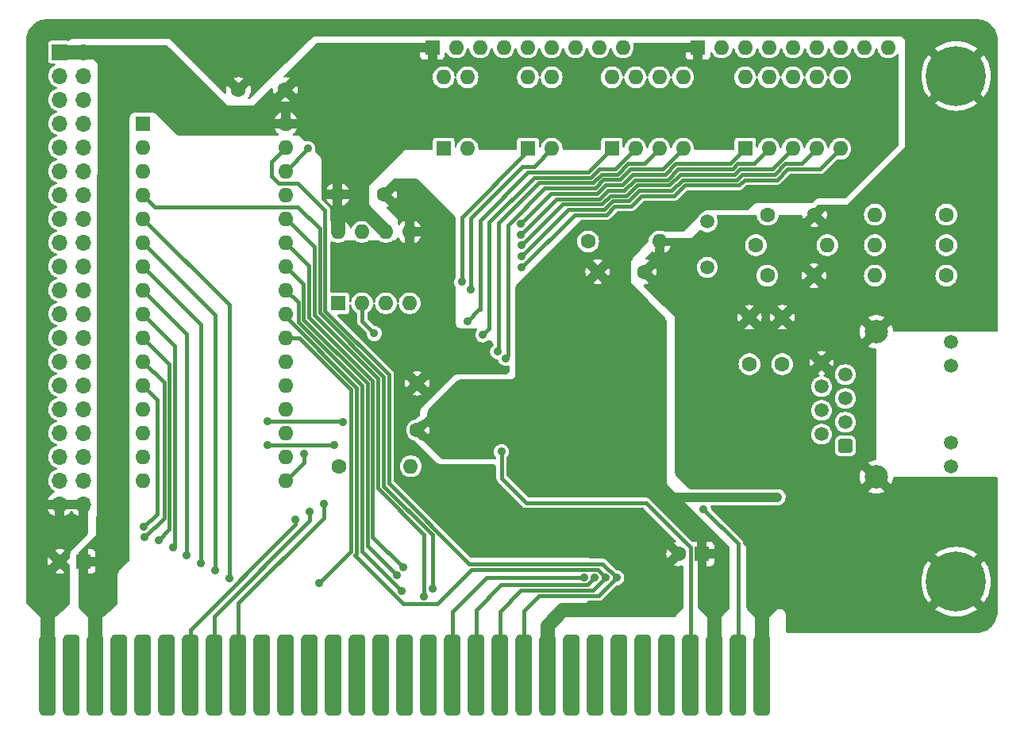
<source format=gbl>
G04 #@! TF.GenerationSoftware,KiCad,Pcbnew,(7.0.0)*
G04 #@! TF.CreationDate,2023-05-28T23:37:13+08:00*
G04 #@! TF.ProjectId,ISA8_Ethernet,49534138-5f45-4746-9865-726e65742e6b,1.1*
G04 #@! TF.SameCoordinates,Original*
G04 #@! TF.FileFunction,Copper,L2,Bot*
G04 #@! TF.FilePolarity,Positive*
%FSLAX46Y46*%
G04 Gerber Fmt 4.6, Leading zero omitted, Abs format (unit mm)*
G04 Created by KiCad (PCBNEW (7.0.0)) date 2023-05-28 23:37:13*
%MOMM*%
%LPD*%
G01*
G04 APERTURE LIST*
G04 Aperture macros list*
%AMRoundRect*
0 Rectangle with rounded corners*
0 $1 Rounding radius*
0 $2 $3 $4 $5 $6 $7 $8 $9 X,Y pos of 4 corners*
0 Add a 4 corners polygon primitive as box body*
4,1,4,$2,$3,$4,$5,$6,$7,$8,$9,$2,$3,0*
0 Add four circle primitives for the rounded corners*
1,1,$1+$1,$2,$3*
1,1,$1+$1,$4,$5*
1,1,$1+$1,$6,$7*
1,1,$1+$1,$8,$9*
0 Add four rect primitives between the rounded corners*
20,1,$1+$1,$2,$3,$4,$5,0*
20,1,$1+$1,$4,$5,$6,$7,0*
20,1,$1+$1,$6,$7,$8,$9,0*
20,1,$1+$1,$8,$9,$2,$3,0*%
G04 Aperture macros list end*
G04 #@! TA.AperFunction,ComponentPad*
%ADD10C,0.800000*%
G04 #@! TD*
G04 #@! TA.AperFunction,ComponentPad*
%ADD11C,6.400000*%
G04 #@! TD*
G04 #@! TA.AperFunction,ComponentPad*
%ADD12R,1.700000X1.700000*%
G04 #@! TD*
G04 #@! TA.AperFunction,ComponentPad*
%ADD13O,1.700000X1.700000*%
G04 #@! TD*
G04 #@! TA.AperFunction,ComponentPad*
%ADD14C,1.500000*%
G04 #@! TD*
G04 #@! TA.AperFunction,ComponentPad*
%ADD15R,1.600000X1.600000*%
G04 #@! TD*
G04 #@! TA.AperFunction,ComponentPad*
%ADD16O,1.600000X1.600000*%
G04 #@! TD*
G04 #@! TA.AperFunction,ComponentPad*
%ADD17C,1.600000*%
G04 #@! TD*
G04 #@! TA.AperFunction,ConnectorPad*
%ADD18RoundRect,0.444500X-0.444500X-3.873500X0.444500X-3.873500X0.444500X3.873500X-0.444500X3.873500X0*%
G04 #@! TD*
G04 #@! TA.AperFunction,ComponentPad*
%ADD19RoundRect,0.250500X0.499500X-0.499500X0.499500X0.499500X-0.499500X0.499500X-0.499500X-0.499500X0*%
G04 #@! TD*
G04 #@! TA.AperFunction,ComponentPad*
%ADD20C,2.500000*%
G04 #@! TD*
G04 #@! TA.AperFunction,ViaPad*
%ADD21C,0.889000*%
G04 #@! TD*
G04 #@! TA.AperFunction,Conductor*
%ADD22C,0.381000*%
G04 #@! TD*
G04 #@! TA.AperFunction,Conductor*
%ADD23C,1.524000*%
G04 #@! TD*
G04 #@! TA.AperFunction,Conductor*
%ADD24C,1.016000*%
G04 #@! TD*
G04 APERTURE END LIST*
D10*
X198641000Y-66040000D03*
X199343944Y-64342944D03*
X199343944Y-67737056D03*
X201041000Y-63640000D03*
D11*
X201041000Y-66040000D03*
D10*
X201041000Y-68440000D03*
X202738056Y-64342944D03*
X202738056Y-67737056D03*
X203441000Y-66040000D03*
X198641000Y-120015000D03*
X199343944Y-118317944D03*
X199343944Y-121712056D03*
X201041000Y-117615000D03*
D11*
X201041000Y-120015000D03*
D10*
X201041000Y-122415000D03*
X202738056Y-118317944D03*
X202738056Y-121712056D03*
X203441000Y-120015000D03*
D12*
X105409999Y-63499999D03*
D13*
X107949999Y-63499999D03*
X105409999Y-66039999D03*
X107949999Y-66039999D03*
X105409999Y-68579999D03*
X107949999Y-68579999D03*
X105409999Y-71119999D03*
X107949999Y-71119999D03*
X105409999Y-73659999D03*
X107949999Y-73659999D03*
X105409999Y-76199999D03*
X107949999Y-76199999D03*
X105409999Y-78739999D03*
X107949999Y-78739999D03*
X105409999Y-81279999D03*
X107949999Y-81279999D03*
X105409999Y-83819999D03*
X107949999Y-83819999D03*
X105409999Y-86359999D03*
X107949999Y-86359999D03*
X105409999Y-88899999D03*
X107949999Y-88899999D03*
X105409999Y-91439999D03*
X107949999Y-91439999D03*
X105409999Y-93979999D03*
X107949999Y-93979999D03*
X105409999Y-96519999D03*
X107949999Y-96519999D03*
X105409999Y-99059999D03*
X107949999Y-99059999D03*
X105409999Y-101599999D03*
X107949999Y-101599999D03*
X105409999Y-104139999D03*
X107949999Y-104139999D03*
X105409999Y-106679999D03*
X107949999Y-106679999D03*
X105409999Y-109219999D03*
X107949999Y-109219999D03*
X105409999Y-111759999D03*
X107949999Y-111759999D03*
D14*
X174500000Y-86475000D03*
X174500000Y-81595000D03*
D15*
X114299999Y-71119999D03*
D16*
X114299999Y-73659999D03*
X114299999Y-76199999D03*
X114299999Y-78739999D03*
X114299999Y-81279999D03*
X114299999Y-83819999D03*
X114299999Y-86359999D03*
X114299999Y-88899999D03*
X114299999Y-91439999D03*
X114299999Y-93979999D03*
X114299999Y-96519999D03*
X114299999Y-99059999D03*
X114299999Y-101599999D03*
X114299999Y-104139999D03*
X114299999Y-106679999D03*
X114299999Y-109219999D03*
X129539999Y-109219999D03*
X129539999Y-106679999D03*
X129539999Y-104139999D03*
X129539999Y-101599999D03*
X129539999Y-99059999D03*
X129539999Y-96519999D03*
X129539999Y-93979999D03*
X129539999Y-91439999D03*
X129539999Y-88899999D03*
X129539999Y-86359999D03*
X129539999Y-83819999D03*
X129539999Y-81279999D03*
X129539999Y-78739999D03*
X129539999Y-76199999D03*
X129539999Y-73659999D03*
X129539999Y-71119999D03*
D15*
X135137999Y-90299999D03*
D16*
X137677999Y-90299999D03*
X140217999Y-90299999D03*
X142757999Y-90299999D03*
X142757999Y-82679999D03*
X140217999Y-82679999D03*
X137677999Y-82679999D03*
X135137999Y-82679999D03*
D17*
X162800000Y-86950000D03*
X167800000Y-86950000D03*
X135081000Y-78700000D03*
X140081000Y-78700000D03*
X135255000Y-107696000D03*
D16*
X142874999Y-107695999D03*
D17*
X179690000Y-84100000D03*
D16*
X187309999Y-84099999D03*
D17*
X129500000Y-67500000D03*
X124500000Y-67500000D03*
D15*
X173499999Y-62999999D03*
D16*
X176039999Y-62999999D03*
X178579999Y-62999999D03*
X181119999Y-62999999D03*
X183659999Y-62999999D03*
X186199999Y-62999999D03*
X188739999Y-62999999D03*
X191279999Y-62999999D03*
X193819999Y-62999999D03*
D15*
X155364999Y-73799999D03*
D16*
X157904999Y-73799999D03*
X157904999Y-66179999D03*
X155364999Y-66179999D03*
D15*
X164314999Y-73799999D03*
D16*
X166854999Y-73799999D03*
X169394999Y-73799999D03*
X171934999Y-73799999D03*
X171934999Y-66179999D03*
X169394999Y-66179999D03*
X166854999Y-66179999D03*
X164314999Y-66179999D03*
D15*
X178539999Y-73799999D03*
D16*
X181079999Y-73799999D03*
X183619999Y-73799999D03*
X186159999Y-73799999D03*
X188699999Y-73799999D03*
X188699999Y-66179999D03*
X186159999Y-66179999D03*
X183619999Y-66179999D03*
X181079999Y-66179999D03*
X178539999Y-66179999D03*
D15*
X146383999Y-73799999D03*
D16*
X148923999Y-73799999D03*
X148923999Y-66179999D03*
X146383999Y-66179999D03*
D17*
X200000000Y-87350000D03*
D16*
X192379999Y-87349999D03*
D17*
X179000000Y-96800000D03*
X179000000Y-91800000D03*
X200000000Y-80850000D03*
D16*
X192379999Y-80849999D03*
D17*
X185900000Y-87350000D03*
X180900000Y-87350000D03*
X185950000Y-80850000D03*
X180950000Y-80850000D03*
D18*
X180340000Y-129984500D03*
X177800000Y-129984500D03*
X175260000Y-129984500D03*
X172720000Y-129984500D03*
X170180000Y-129984500D03*
X167640000Y-129984500D03*
X165100000Y-129984500D03*
X162560000Y-129984500D03*
X160020000Y-129984500D03*
X157480000Y-129984500D03*
X154940000Y-129984500D03*
X152400000Y-129984500D03*
X149860000Y-129984500D03*
X147320000Y-129984500D03*
X144780000Y-129984500D03*
X142240000Y-129984500D03*
X139700000Y-129984500D03*
X137160000Y-129984500D03*
X134620000Y-129984500D03*
X132080000Y-129984500D03*
X129540000Y-129984500D03*
X127000000Y-129984500D03*
X124460000Y-129984500D03*
X121920000Y-129984500D03*
X119380000Y-129984500D03*
X116840000Y-129984500D03*
X114300000Y-129984500D03*
X111760000Y-129984500D03*
X109220000Y-129984500D03*
X106680000Y-129984500D03*
X104140000Y-129984500D03*
D17*
X143550000Y-103846000D03*
X143550000Y-98846000D03*
X200000000Y-84100000D03*
D16*
X192379999Y-84099999D03*
D17*
X182500000Y-96800000D03*
X182500000Y-91800000D03*
D19*
X189230000Y-105532000D03*
D14*
X186690000Y-104272000D03*
X189230000Y-102992000D03*
X186690000Y-101732000D03*
X189230000Y-100452000D03*
X186690000Y-99192000D03*
X189230000Y-97912000D03*
X186690000Y-96652000D03*
X200490000Y-107717000D03*
X200490000Y-105177000D03*
X200490000Y-97007000D03*
X200490000Y-94467000D03*
D20*
X192540000Y-108837000D03*
X192540000Y-93347000D03*
D15*
X145178999Y-62999999D03*
D16*
X147718999Y-62999999D03*
X150258999Y-62999999D03*
X152798999Y-62999999D03*
X155338999Y-62999999D03*
X157878999Y-62999999D03*
X160418999Y-62999999D03*
X162958999Y-62999999D03*
X165498999Y-62999999D03*
D15*
X173937625Y-117049999D03*
D17*
X171437626Y-117050000D03*
D15*
X107949999Y-117855999D03*
D17*
X105450000Y-117856000D03*
X161790000Y-83700000D03*
D16*
X169409999Y-83699999D03*
D21*
X114415872Y-114167401D03*
X114500000Y-115250000D03*
X133121400Y-120167400D03*
X141904800Y-121044200D03*
X145186400Y-120740000D03*
X144297400Y-121577600D03*
X116000000Y-115575000D03*
X117481666Y-116370144D03*
X119000000Y-117195144D03*
X120500000Y-118020144D03*
X122000000Y-118825000D03*
X123500000Y-119650000D03*
X142064064Y-118497000D03*
X141393586Y-119342400D03*
X161389681Y-119550500D03*
X162512546Y-119596400D03*
X171831000Y-107315000D03*
X171704000Y-92710000D03*
X148082000Y-108077000D03*
X171704000Y-91592400D03*
X150876000Y-97282000D03*
X175796524Y-97900000D03*
X147447000Y-109093000D03*
X171831000Y-108458000D03*
X148717000Y-109093000D03*
X151200000Y-94700000D03*
X165481000Y-93726000D03*
X160975000Y-106172000D03*
X153797000Y-106172000D03*
X157099000Y-93726000D03*
X181991000Y-110998000D03*
X150876000Y-99060000D03*
X169164000Y-95775000D03*
X174116750Y-112268500D03*
X152550000Y-106150000D03*
X164846000Y-119596400D03*
X163679273Y-119596400D03*
X133572043Y-111660500D03*
X132115612Y-112528500D03*
X130568500Y-113353500D03*
X154662408Y-84137592D03*
X154679044Y-85320956D03*
X131900000Y-73800000D03*
X154695680Y-86504320D03*
X148300000Y-88025000D03*
X138983000Y-93517000D03*
X149250000Y-88850000D03*
X131470400Y-106349800D03*
X148900000Y-92200000D03*
X150577618Y-93677618D03*
X134700000Y-105400000D03*
X152149382Y-95480304D03*
X127635000Y-105410000D03*
X127635000Y-102870000D03*
X152975000Y-96175000D03*
X135600000Y-103000000D03*
X154645772Y-82954228D03*
X154629136Y-81770864D03*
D22*
X115824000Y-112759273D02*
X115824000Y-100584000D01*
X115824000Y-100584000D02*
X114300000Y-99060000D01*
X114415872Y-114167401D02*
X115824000Y-112759273D01*
X116548000Y-113202000D02*
X116548000Y-98768000D01*
X114500000Y-115250000D02*
X116548000Y-113202000D01*
X116548000Y-98768000D02*
X114300000Y-96520000D01*
X130959670Y-93980000D02*
X129540000Y-93980000D01*
X136525000Y-116763800D02*
X136525000Y-99545330D01*
X136525000Y-99545330D02*
X130959670Y-93980000D01*
X133121400Y-120167400D02*
X136525000Y-116763800D01*
X141904800Y-121044200D02*
X141904800Y-121021048D01*
X137668000Y-116784248D02*
X137668000Y-99071881D01*
X141904800Y-121021048D02*
X137668000Y-116784248D01*
X130873500Y-90233500D02*
X129540000Y-88900000D01*
X130873500Y-92277381D02*
X130873500Y-90233500D01*
X137668000Y-99071881D02*
X130873500Y-92277381D01*
X133159500Y-82359500D02*
X130850000Y-80050000D01*
X145186400Y-120740000D02*
X145186400Y-115041176D01*
X115610000Y-80050000D02*
X114300000Y-78740000D01*
X145186400Y-115041176D02*
X139954000Y-109808776D01*
X130850000Y-80050000D02*
X115610000Y-80050000D01*
X139953998Y-98124986D02*
X133159500Y-91330489D01*
X133159500Y-91330489D02*
X133159500Y-82359500D01*
X139954000Y-109808776D02*
X139953998Y-98124986D01*
X132588000Y-84277813D02*
X129590187Y-81280000D01*
X144297400Y-114960400D02*
X139382500Y-110045500D01*
X144297400Y-121577600D02*
X144297400Y-114960400D01*
X129590187Y-81280000D02*
X129540000Y-81280000D01*
X132588000Y-91567212D02*
X132588000Y-84277813D01*
X139382500Y-110045500D02*
X139382499Y-98361710D01*
X139382499Y-98361710D02*
X132588000Y-91567212D01*
X117129000Y-114446000D02*
X117129000Y-96809000D01*
X116000000Y-115575000D02*
X117129000Y-114446000D01*
X117129000Y-96809000D02*
X114300000Y-93980000D01*
X117710000Y-94850000D02*
X114300000Y-91440000D01*
X117710000Y-116141810D02*
X117710000Y-94850000D01*
X117481666Y-116370144D02*
X117710000Y-116141810D01*
X119000000Y-93600000D02*
X114300000Y-88900000D01*
X119000000Y-117195144D02*
X119000000Y-93600000D01*
X120500000Y-92560000D02*
X114300000Y-86360000D01*
X120500000Y-118020144D02*
X120500000Y-92560000D01*
X122000000Y-118825000D02*
X122000000Y-91520000D01*
X122000000Y-91520000D02*
X114300000Y-83820000D01*
X123500000Y-119650000D02*
X123500000Y-90480000D01*
X123500000Y-90480000D02*
X114300000Y-81280000D01*
X132016500Y-91803935D02*
X132016500Y-86296500D01*
X132016500Y-86296500D02*
X129540000Y-83820000D01*
X138811000Y-115243936D02*
X138811000Y-98598434D01*
X138811000Y-98598434D02*
X132016500Y-91803935D01*
X142064064Y-118497000D02*
X138811000Y-115243936D01*
X138239500Y-98835158D02*
X131445000Y-92040658D01*
X141393586Y-119342400D02*
X138239500Y-116188314D01*
X138239500Y-116188314D02*
X138239500Y-98835158D01*
X131445000Y-88265000D02*
X129540000Y-86360000D01*
X131445000Y-92040658D02*
X131445000Y-88265000D01*
X150960000Y-119550000D02*
X147320000Y-123190000D01*
X161389681Y-119550500D02*
X161389181Y-119550000D01*
X161389181Y-119550000D02*
X150960000Y-119550000D01*
X147320000Y-123190000D02*
X147320000Y-130492500D01*
X162512546Y-119596400D02*
X161733446Y-120375500D01*
X149860000Y-123012200D02*
X149860000Y-130492500D01*
X161733446Y-120375500D02*
X152496700Y-120375500D01*
X152496700Y-120375500D02*
X149860000Y-123012200D01*
D23*
X104140000Y-130492500D02*
X104140000Y-120523000D01*
D24*
X105410000Y-111760000D02*
X107950000Y-111760000D01*
D23*
X159131000Y-123063000D02*
X162560000Y-123063000D01*
X157480000Y-124714000D02*
X159131000Y-123063000D01*
X157480000Y-130492500D02*
X157480000Y-124714000D01*
X180340000Y-130492500D02*
X180340000Y-122185000D01*
X135128000Y-80772000D02*
X135138000Y-80782000D01*
X105410000Y-63500000D02*
X107950000Y-63500000D01*
X140218000Y-82680000D02*
X138183000Y-80645000D01*
X109220000Y-130492500D02*
X109220000Y-120650000D01*
D24*
X129500000Y-71080000D02*
X129540000Y-71120000D01*
D23*
X135138000Y-80782000D02*
X135138000Y-82680000D01*
X107950000Y-63500000D02*
X110998000Y-63500000D01*
X175260000Y-130492500D02*
X175260000Y-122174000D01*
D24*
X181991000Y-110998000D02*
X170815000Y-110998000D01*
D22*
X177800000Y-115951750D02*
X177800000Y-130492500D01*
X174116750Y-112268500D02*
X177800000Y-115951750D01*
X172720000Y-130492500D02*
X172720000Y-116370000D01*
X155200000Y-111600000D02*
X152550000Y-108950000D01*
X152550000Y-108950000D02*
X152550000Y-106150000D01*
X167950000Y-111600000D02*
X155200000Y-111600000D01*
X172720000Y-116370000D02*
X167950000Y-111600000D01*
X164846000Y-119596400D02*
X162923900Y-121518500D01*
X154940000Y-123160000D02*
X154940000Y-130492500D01*
X128778000Y-77470000D02*
X128016000Y-76708000D01*
X156581500Y-121518500D02*
X154940000Y-123160000D01*
X140525500Y-109537500D02*
X140525497Y-97888262D01*
X128016000Y-76708000D02*
X128016000Y-75184000D01*
X163349600Y-118100000D02*
X149088000Y-118100000D01*
X130810000Y-77470000D02*
X128778000Y-77470000D01*
X164846000Y-119596400D02*
X163349600Y-118100000D01*
X133731000Y-91093766D02*
X133731000Y-80391000D01*
X128016000Y-75184000D02*
X129540000Y-73660000D01*
X133731000Y-80391000D02*
X130810000Y-77470000D01*
X149088000Y-118100000D02*
X140525500Y-109537500D01*
X140525497Y-97888262D02*
X133731000Y-91093766D01*
X162923900Y-121518500D02*
X156581500Y-121518500D01*
X137096500Y-117000523D02*
X137096500Y-99308607D01*
X149383409Y-118713591D02*
X145694400Y-122402600D01*
X162796464Y-118713591D02*
X149383409Y-118713591D01*
X136906000Y-117191024D02*
X137096500Y-117000523D01*
X154643000Y-120947000D02*
X152400000Y-123190000D01*
X136906000Y-117221000D02*
X136906000Y-117191024D01*
X137096500Y-99308607D02*
X129540000Y-91752106D01*
X145694400Y-122402600D02*
X142087600Y-122402600D01*
X152400000Y-123190000D02*
X152400000Y-130492500D01*
X129540000Y-91752106D02*
X129540000Y-91440000D01*
X142087600Y-122402600D02*
X136906000Y-117221000D01*
X162328673Y-120947000D02*
X154643000Y-120947000D01*
X163679273Y-119596400D02*
X162796464Y-118713591D01*
X163679273Y-119596400D02*
X162328673Y-120947000D01*
X124460000Y-122301000D02*
X124460000Y-130492500D01*
X133572043Y-113188957D02*
X124460000Y-122301000D01*
X133572043Y-111660500D02*
X133572043Y-113188957D01*
X132115612Y-113502388D02*
X121920000Y-123698000D01*
X121920000Y-123698000D02*
X121920000Y-130492500D01*
X132115612Y-112528500D02*
X132115612Y-113502388D01*
X130568500Y-113931500D02*
X119380000Y-125120000D01*
X119380000Y-125120000D02*
X119380000Y-130492500D01*
X130568500Y-113353500D02*
X130568500Y-113931500D01*
X170473672Y-77686000D02*
X171616672Y-76543000D01*
X163235344Y-79729000D02*
X164156844Y-78807500D01*
X154662408Y-84137592D02*
X159071000Y-79729000D01*
X159071000Y-79729000D02*
X163235344Y-79729000D01*
X164156844Y-78807500D02*
X165888620Y-78807500D01*
X167010120Y-77686000D02*
X170473672Y-77686000D01*
X177984950Y-75971500D02*
X181448500Y-75971500D01*
X171616672Y-76543000D02*
X177413448Y-76543000D01*
X165888620Y-78807500D02*
X167010120Y-77686000D01*
X177413448Y-76543000D02*
X177984950Y-75971500D01*
X181448500Y-75971500D02*
X183620000Y-73800000D01*
X154679044Y-85320956D02*
X159699500Y-80300500D01*
X164393568Y-79379000D02*
X166125344Y-79379000D01*
X181685224Y-76543000D02*
X182828224Y-75400000D01*
X182828224Y-75400000D02*
X184560000Y-75400000D01*
X167246845Y-78257500D02*
X170710394Y-78257500D01*
X177650172Y-77114500D02*
X178221673Y-76543000D01*
X129540000Y-76200000D02*
X131940000Y-73800000D01*
X184560000Y-75400000D02*
X186160000Y-73800000D01*
X170710394Y-78257500D02*
X171853394Y-77114500D01*
X163472068Y-80300500D02*
X164393568Y-79379000D01*
X166125344Y-79379000D02*
X167246845Y-78257500D01*
X171853394Y-77114500D02*
X177650172Y-77114500D01*
X159699500Y-80300500D02*
X163472068Y-80300500D01*
X178221673Y-76543000D02*
X181685224Y-76543000D01*
X170947117Y-78829000D02*
X172090117Y-77686000D01*
X172090117Y-77686000D02*
X177886896Y-77686000D01*
X183064948Y-75971500D02*
X186528500Y-75971500D01*
X178458396Y-77114500D02*
X181921948Y-77114500D01*
X186528500Y-75971500D02*
X188700000Y-73800000D01*
X160328000Y-80872000D02*
X163708792Y-80872000D01*
X164630292Y-79950500D02*
X166362068Y-79950500D01*
X177886896Y-77686000D02*
X178458396Y-77114500D01*
X163708792Y-80872000D02*
X164630292Y-79950500D01*
X181921948Y-77114500D02*
X183064948Y-75971500D01*
X166362068Y-79950500D02*
X167483568Y-78829000D01*
X167483568Y-78829000D02*
X170947117Y-78829000D01*
X154695680Y-86504320D02*
X160328000Y-80872000D01*
X148300000Y-88025000D02*
X148300000Y-81100000D01*
X155365000Y-74035000D02*
X155365000Y-73800000D01*
X148300000Y-81100000D02*
X155365000Y-74035000D01*
X149250000Y-88850000D02*
X149250000Y-81250000D01*
X138983000Y-93517000D02*
X137678000Y-92212000D01*
X156005000Y-75700000D02*
X157905000Y-73800000D01*
X149250000Y-81250000D02*
X154800000Y-75700000D01*
X154800000Y-75700000D02*
X156005000Y-75700000D01*
X137678000Y-92212000D02*
X137678000Y-90300000D01*
X131470400Y-107289600D02*
X129540000Y-109220000D01*
X148900000Y-92200000D02*
X150150000Y-90950000D01*
X150250000Y-90950000D02*
X150250000Y-81450000D01*
X161815000Y-76300000D02*
X164315000Y-73800000D01*
X155400000Y-76300000D02*
X161815000Y-76300000D01*
X150250000Y-81450000D02*
X155400000Y-76300000D01*
X131470400Y-106349800D02*
X131470400Y-107289600D01*
X162973224Y-75950000D02*
X164705000Y-75950000D01*
X162051724Y-76871500D02*
X162973224Y-75950000D01*
X151250000Y-81658224D02*
X156036724Y-76871500D01*
X156036724Y-76871500D02*
X162051724Y-76871500D01*
X150577618Y-93677618D02*
X151250000Y-93005236D01*
X151250000Y-93005236D02*
X151250000Y-81658224D01*
X164705000Y-75950000D02*
X166855000Y-73800000D01*
X152149382Y-95480304D02*
X152250000Y-95379686D01*
X152250000Y-81758224D02*
X156565224Y-77443000D01*
X166063224Y-75400000D02*
X167795000Y-75400000D01*
X164941724Y-76521500D02*
X166063224Y-75400000D01*
X162288448Y-77443000D02*
X163209948Y-76521500D01*
X163209948Y-76521500D02*
X164941724Y-76521500D01*
X156565224Y-77443000D02*
X162288448Y-77443000D01*
X167795000Y-75400000D02*
X169395000Y-73800000D01*
X152250000Y-95379686D02*
X152250000Y-81758224D01*
X134700000Y-105400000D02*
X127645000Y-105400000D01*
X127645000Y-105400000D02*
X127635000Y-105410000D01*
X157185500Y-78014500D02*
X162525172Y-78014500D01*
X153250000Y-95900000D02*
X153250000Y-81950000D01*
X153250000Y-81950000D02*
X157185500Y-78014500D01*
X165178448Y-77093000D02*
X166299948Y-75971500D01*
X152975000Y-96175000D02*
X153250000Y-95900000D01*
X169763500Y-75971500D02*
X171935000Y-73800000D01*
X162525172Y-78014500D02*
X163446672Y-77093000D01*
X166299948Y-75971500D02*
X169763500Y-75971500D01*
X135600000Y-103000000D02*
X135500000Y-102900000D01*
X127665000Y-102900000D02*
X127635000Y-102870000D01*
X163446672Y-77093000D02*
X165178448Y-77093000D01*
X135500000Y-102900000D02*
X127665000Y-102900000D01*
X165651896Y-78236000D02*
X166773396Y-77114500D01*
X171379948Y-75971500D02*
X177176724Y-75971500D01*
X163920120Y-78236000D02*
X165651896Y-78236000D01*
X158442500Y-79157500D02*
X162998620Y-79157500D01*
X162998620Y-79157500D02*
X163920120Y-78236000D01*
X177176724Y-75971500D02*
X177748224Y-75400000D01*
X154645772Y-82954228D02*
X158442500Y-79157500D01*
X166773396Y-77114500D02*
X170236948Y-77114500D01*
X177748224Y-75400000D02*
X179480000Y-75400000D01*
X170236948Y-77114500D02*
X171379948Y-75971500D01*
X179480000Y-75400000D02*
X181080000Y-73800000D01*
X170000224Y-76543000D02*
X171143224Y-75400000D01*
X162761896Y-78586000D02*
X163683396Y-77664500D01*
X154629136Y-81770864D02*
X157814000Y-78586000D01*
X171143224Y-75400000D02*
X176940000Y-75400000D01*
X176940000Y-75400000D02*
X178540000Y-73800000D01*
X165415172Y-77664500D02*
X166536672Y-76543000D01*
X157814000Y-78586000D02*
X162761896Y-78586000D01*
X163683396Y-77664500D02*
X165415172Y-77664500D01*
X166536672Y-76543000D02*
X170000224Y-76543000D01*
G04 #@! TA.AperFunction,Conductor*
G36*
X143873756Y-62488293D02*
G01*
X143887591Y-62492000D01*
X145561000Y-62492000D01*
X145624000Y-62508881D01*
X145670119Y-62555000D01*
X145687000Y-62618000D01*
X145687000Y-64291410D01*
X145690506Y-64304493D01*
X145703590Y-64308000D01*
X146024223Y-64308000D01*
X146030938Y-64307640D01*
X146080257Y-64302337D01*
X146095478Y-64298740D01*
X146216519Y-64253594D01*
X146232175Y-64245045D01*
X146334692Y-64168302D01*
X146347302Y-64155692D01*
X146424045Y-64053175D01*
X146432594Y-64037519D01*
X146477740Y-63916478D01*
X146481337Y-63901257D01*
X146486640Y-63851938D01*
X146487000Y-63845223D01*
X146487000Y-63655203D01*
X146504665Y-63590864D01*
X146552707Y-63544565D01*
X146617656Y-63529289D01*
X146681298Y-63549319D01*
X146725788Y-63599037D01*
X146731853Y-63611216D01*
X146735362Y-63615863D01*
X146735363Y-63615864D01*
X146857458Y-63777545D01*
X146857462Y-63777549D01*
X146860971Y-63782196D01*
X146865273Y-63786118D01*
X146865276Y-63786121D01*
X147015005Y-63922617D01*
X147015008Y-63922619D01*
X147019309Y-63926540D01*
X147123607Y-63991119D01*
X147196520Y-64036265D01*
X147196523Y-64036266D01*
X147201474Y-64039332D01*
X147401263Y-64116731D01*
X147611872Y-64156100D01*
X147820300Y-64156100D01*
X147826128Y-64156100D01*
X148036737Y-64116731D01*
X148236526Y-64039332D01*
X148418691Y-63926540D01*
X148577029Y-63782196D01*
X148706147Y-63611216D01*
X148801650Y-63419421D01*
X148860284Y-63213343D01*
X148863537Y-63178236D01*
X148883966Y-63120265D01*
X148929390Y-63078855D01*
X148989000Y-63063863D01*
X149048610Y-63078855D01*
X149094034Y-63120265D01*
X149114463Y-63178237D01*
X149117178Y-63207545D01*
X149117179Y-63207552D01*
X149117716Y-63213343D01*
X149176350Y-63419421D01*
X149178949Y-63424640D01*
X149265789Y-63599039D01*
X149271853Y-63611216D01*
X149275362Y-63615863D01*
X149275363Y-63615864D01*
X149397458Y-63777545D01*
X149397462Y-63777549D01*
X149400971Y-63782196D01*
X149405273Y-63786118D01*
X149405276Y-63786121D01*
X149555005Y-63922617D01*
X149555008Y-63922619D01*
X149559309Y-63926540D01*
X149663607Y-63991119D01*
X149736520Y-64036265D01*
X149736523Y-64036266D01*
X149741474Y-64039332D01*
X149941263Y-64116731D01*
X150151872Y-64156100D01*
X150360300Y-64156100D01*
X150366128Y-64156100D01*
X150576737Y-64116731D01*
X150776526Y-64039332D01*
X150958691Y-63926540D01*
X151117029Y-63782196D01*
X151246147Y-63611216D01*
X151341650Y-63419421D01*
X151400284Y-63213343D01*
X151403537Y-63178236D01*
X151423966Y-63120265D01*
X151469390Y-63078855D01*
X151529000Y-63063863D01*
X151588610Y-63078855D01*
X151634034Y-63120265D01*
X151654463Y-63178237D01*
X151657178Y-63207545D01*
X151657179Y-63207552D01*
X151657716Y-63213343D01*
X151716350Y-63419421D01*
X151718949Y-63424640D01*
X151805789Y-63599039D01*
X151811853Y-63611216D01*
X151815362Y-63615863D01*
X151815363Y-63615864D01*
X151937458Y-63777545D01*
X151937462Y-63777549D01*
X151940971Y-63782196D01*
X151945273Y-63786118D01*
X151945276Y-63786121D01*
X152095005Y-63922617D01*
X152095008Y-63922619D01*
X152099309Y-63926540D01*
X152203607Y-63991119D01*
X152276520Y-64036265D01*
X152276523Y-64036266D01*
X152281474Y-64039332D01*
X152481263Y-64116731D01*
X152691872Y-64156100D01*
X152900300Y-64156100D01*
X152906128Y-64156100D01*
X153116737Y-64116731D01*
X153316526Y-64039332D01*
X153498691Y-63926540D01*
X153657029Y-63782196D01*
X153786147Y-63611216D01*
X153881650Y-63419421D01*
X153940284Y-63213343D01*
X153943537Y-63178236D01*
X153963966Y-63120265D01*
X154009390Y-63078855D01*
X154069000Y-63063863D01*
X154128610Y-63078855D01*
X154174034Y-63120265D01*
X154194463Y-63178237D01*
X154197178Y-63207545D01*
X154197179Y-63207552D01*
X154197716Y-63213343D01*
X154256350Y-63419421D01*
X154258949Y-63424640D01*
X154345789Y-63599039D01*
X154351853Y-63611216D01*
X154355362Y-63615863D01*
X154355363Y-63615864D01*
X154477458Y-63777545D01*
X154477462Y-63777549D01*
X154480971Y-63782196D01*
X154485273Y-63786118D01*
X154485276Y-63786121D01*
X154635005Y-63922617D01*
X154635008Y-63922619D01*
X154639309Y-63926540D01*
X154743607Y-63991119D01*
X154816520Y-64036265D01*
X154816523Y-64036266D01*
X154821474Y-64039332D01*
X155021263Y-64116731D01*
X155231872Y-64156100D01*
X155440300Y-64156100D01*
X155446128Y-64156100D01*
X155656737Y-64116731D01*
X155856526Y-64039332D01*
X156038691Y-63926540D01*
X156197029Y-63782196D01*
X156326147Y-63611216D01*
X156421650Y-63419421D01*
X156480284Y-63213343D01*
X156483537Y-63178236D01*
X156503966Y-63120265D01*
X156549390Y-63078855D01*
X156609000Y-63063863D01*
X156668610Y-63078855D01*
X156714034Y-63120265D01*
X156734463Y-63178237D01*
X156737178Y-63207545D01*
X156737179Y-63207552D01*
X156737716Y-63213343D01*
X156796350Y-63419421D01*
X156798949Y-63424640D01*
X156885789Y-63599039D01*
X156891853Y-63611216D01*
X156895362Y-63615863D01*
X156895363Y-63615864D01*
X157017458Y-63777545D01*
X157017462Y-63777549D01*
X157020971Y-63782196D01*
X157025273Y-63786118D01*
X157025276Y-63786121D01*
X157175005Y-63922617D01*
X157175008Y-63922619D01*
X157179309Y-63926540D01*
X157283607Y-63991119D01*
X157356520Y-64036265D01*
X157356523Y-64036266D01*
X157361474Y-64039332D01*
X157561263Y-64116731D01*
X157771872Y-64156100D01*
X157980300Y-64156100D01*
X157986128Y-64156100D01*
X158196737Y-64116731D01*
X158396526Y-64039332D01*
X158578691Y-63926540D01*
X158737029Y-63782196D01*
X158866147Y-63611216D01*
X158961650Y-63419421D01*
X159020284Y-63213343D01*
X159023537Y-63178236D01*
X159043966Y-63120265D01*
X159089390Y-63078855D01*
X159149000Y-63063863D01*
X159208610Y-63078855D01*
X159254034Y-63120265D01*
X159274463Y-63178237D01*
X159277178Y-63207545D01*
X159277179Y-63207552D01*
X159277716Y-63213343D01*
X159336350Y-63419421D01*
X159338949Y-63424640D01*
X159425789Y-63599039D01*
X159431853Y-63611216D01*
X159435362Y-63615863D01*
X159435363Y-63615864D01*
X159557458Y-63777545D01*
X159557462Y-63777549D01*
X159560971Y-63782196D01*
X159565273Y-63786118D01*
X159565276Y-63786121D01*
X159715005Y-63922617D01*
X159715008Y-63922619D01*
X159719309Y-63926540D01*
X159823607Y-63991119D01*
X159896520Y-64036265D01*
X159896523Y-64036266D01*
X159901474Y-64039332D01*
X160101263Y-64116731D01*
X160311872Y-64156100D01*
X160520300Y-64156100D01*
X160526128Y-64156100D01*
X160736737Y-64116731D01*
X160936526Y-64039332D01*
X161118691Y-63926540D01*
X161277029Y-63782196D01*
X161406147Y-63611216D01*
X161501650Y-63419421D01*
X161560284Y-63213343D01*
X161563537Y-63178236D01*
X161583966Y-63120265D01*
X161629390Y-63078855D01*
X161689000Y-63063863D01*
X161748610Y-63078855D01*
X161794034Y-63120265D01*
X161814463Y-63178237D01*
X161817178Y-63207545D01*
X161817179Y-63207552D01*
X161817716Y-63213343D01*
X161876350Y-63419421D01*
X161878949Y-63424640D01*
X161965789Y-63599039D01*
X161971853Y-63611216D01*
X161975362Y-63615863D01*
X161975363Y-63615864D01*
X162097458Y-63777545D01*
X162097462Y-63777549D01*
X162100971Y-63782196D01*
X162105273Y-63786118D01*
X162105276Y-63786121D01*
X162255005Y-63922617D01*
X162255008Y-63922619D01*
X162259309Y-63926540D01*
X162363607Y-63991119D01*
X162436520Y-64036265D01*
X162436523Y-64036266D01*
X162441474Y-64039332D01*
X162641263Y-64116731D01*
X162851872Y-64156100D01*
X163060300Y-64156100D01*
X163066128Y-64156100D01*
X163276737Y-64116731D01*
X163476526Y-64039332D01*
X163658691Y-63926540D01*
X163817029Y-63782196D01*
X163946147Y-63611216D01*
X164041650Y-63419421D01*
X164100284Y-63213343D01*
X164103537Y-63178236D01*
X164123966Y-63120265D01*
X164169390Y-63078855D01*
X164229000Y-63063863D01*
X164288610Y-63078855D01*
X164334034Y-63120265D01*
X164354463Y-63178237D01*
X164357178Y-63207545D01*
X164357179Y-63207552D01*
X164357716Y-63213343D01*
X164416350Y-63419421D01*
X164418949Y-63424640D01*
X164505789Y-63599039D01*
X164511853Y-63611216D01*
X164515362Y-63615863D01*
X164515363Y-63615864D01*
X164637458Y-63777545D01*
X164637462Y-63777549D01*
X164640971Y-63782196D01*
X164645273Y-63786118D01*
X164645276Y-63786121D01*
X164795005Y-63922617D01*
X164795008Y-63922619D01*
X164799309Y-63926540D01*
X164903607Y-63991119D01*
X164976520Y-64036265D01*
X164976523Y-64036266D01*
X164981474Y-64039332D01*
X165181263Y-64116731D01*
X165391872Y-64156100D01*
X165600300Y-64156100D01*
X165606128Y-64156100D01*
X165816737Y-64116731D01*
X166016526Y-64039332D01*
X166198691Y-63926540D01*
X166287892Y-63845223D01*
X172192000Y-63845223D01*
X172192359Y-63851938D01*
X172197662Y-63901257D01*
X172201259Y-63916478D01*
X172246405Y-64037519D01*
X172254954Y-64053175D01*
X172331697Y-64155692D01*
X172344307Y-64168302D01*
X172446824Y-64245045D01*
X172462480Y-64253594D01*
X172583521Y-64298740D01*
X172598742Y-64302337D01*
X172648061Y-64307640D01*
X172654777Y-64308000D01*
X172975410Y-64308000D01*
X172988493Y-64304493D01*
X172992000Y-64291410D01*
X172992000Y-63524590D01*
X172988493Y-63511506D01*
X172975410Y-63508000D01*
X172208590Y-63508000D01*
X172195506Y-63511506D01*
X172192000Y-63524590D01*
X172192000Y-63845223D01*
X166287892Y-63845223D01*
X166357029Y-63782196D01*
X166486147Y-63611216D01*
X166581650Y-63419421D01*
X166640284Y-63213343D01*
X166660053Y-63000000D01*
X166640284Y-62786657D01*
X166599832Y-62644481D01*
X166597167Y-62586847D01*
X166620472Y-62534068D01*
X166664859Y-62497209D01*
X166721022Y-62484000D01*
X172162144Y-62484000D01*
X172194756Y-62488293D01*
X172208591Y-62492000D01*
X173882000Y-62492000D01*
X173945000Y-62508881D01*
X173991119Y-62555000D01*
X174008000Y-62618000D01*
X174008000Y-64291410D01*
X174011506Y-64304493D01*
X174024590Y-64308000D01*
X174345223Y-64308000D01*
X174351938Y-64307640D01*
X174401257Y-64302337D01*
X174416478Y-64298740D01*
X174537519Y-64253594D01*
X174553175Y-64245045D01*
X174655692Y-64168302D01*
X174668302Y-64155692D01*
X174745045Y-64053175D01*
X174753594Y-64037519D01*
X174798740Y-63916478D01*
X174802337Y-63901257D01*
X174807640Y-63851938D01*
X174808000Y-63845223D01*
X174808000Y-63655203D01*
X174825665Y-63590864D01*
X174873707Y-63544565D01*
X174938656Y-63529289D01*
X175002298Y-63549319D01*
X175046788Y-63599037D01*
X175052853Y-63611216D01*
X175056362Y-63615863D01*
X175056363Y-63615864D01*
X175178458Y-63777545D01*
X175178462Y-63777549D01*
X175181971Y-63782196D01*
X175186273Y-63786118D01*
X175186276Y-63786121D01*
X175336005Y-63922617D01*
X175336008Y-63922619D01*
X175340309Y-63926540D01*
X175444607Y-63991119D01*
X175517520Y-64036265D01*
X175517523Y-64036266D01*
X175522474Y-64039332D01*
X175722263Y-64116731D01*
X175932872Y-64156100D01*
X176141300Y-64156100D01*
X176147128Y-64156100D01*
X176357737Y-64116731D01*
X176557526Y-64039332D01*
X176739691Y-63926540D01*
X176898029Y-63782196D01*
X177027147Y-63611216D01*
X177122650Y-63419421D01*
X177181284Y-63213343D01*
X177184537Y-63178236D01*
X177204966Y-63120265D01*
X177250390Y-63078855D01*
X177310000Y-63063863D01*
X177369610Y-63078855D01*
X177415034Y-63120265D01*
X177435463Y-63178237D01*
X177438178Y-63207545D01*
X177438179Y-63207552D01*
X177438716Y-63213343D01*
X177497350Y-63419421D01*
X177499949Y-63424640D01*
X177586789Y-63599039D01*
X177592853Y-63611216D01*
X177596362Y-63615863D01*
X177596363Y-63615864D01*
X177718458Y-63777545D01*
X177718462Y-63777549D01*
X177721971Y-63782196D01*
X177726273Y-63786118D01*
X177726276Y-63786121D01*
X177876005Y-63922617D01*
X177876008Y-63922619D01*
X177880309Y-63926540D01*
X177984607Y-63991119D01*
X178057520Y-64036265D01*
X178057523Y-64036266D01*
X178062474Y-64039332D01*
X178262263Y-64116731D01*
X178472872Y-64156100D01*
X178681300Y-64156100D01*
X178687128Y-64156100D01*
X178897737Y-64116731D01*
X179097526Y-64039332D01*
X179279691Y-63926540D01*
X179438029Y-63782196D01*
X179567147Y-63611216D01*
X179662650Y-63419421D01*
X179721284Y-63213343D01*
X179724537Y-63178236D01*
X179744966Y-63120265D01*
X179790390Y-63078855D01*
X179850000Y-63063863D01*
X179909610Y-63078855D01*
X179955034Y-63120265D01*
X179975463Y-63178237D01*
X179978178Y-63207545D01*
X179978179Y-63207552D01*
X179978716Y-63213343D01*
X180037350Y-63419421D01*
X180039949Y-63424640D01*
X180126789Y-63599039D01*
X180132853Y-63611216D01*
X180136362Y-63615863D01*
X180136363Y-63615864D01*
X180258458Y-63777545D01*
X180258462Y-63777549D01*
X180261971Y-63782196D01*
X180266273Y-63786118D01*
X180266276Y-63786121D01*
X180416005Y-63922617D01*
X180416008Y-63922619D01*
X180420309Y-63926540D01*
X180524607Y-63991119D01*
X180597520Y-64036265D01*
X180597523Y-64036266D01*
X180602474Y-64039332D01*
X180802263Y-64116731D01*
X181012872Y-64156100D01*
X181221300Y-64156100D01*
X181227128Y-64156100D01*
X181437737Y-64116731D01*
X181637526Y-64039332D01*
X181819691Y-63926540D01*
X181978029Y-63782196D01*
X182107147Y-63611216D01*
X182202650Y-63419421D01*
X182261284Y-63213343D01*
X182264537Y-63178236D01*
X182284966Y-63120265D01*
X182330390Y-63078855D01*
X182390000Y-63063863D01*
X182449610Y-63078855D01*
X182495034Y-63120265D01*
X182515463Y-63178237D01*
X182518178Y-63207545D01*
X182518179Y-63207552D01*
X182518716Y-63213343D01*
X182577350Y-63419421D01*
X182579949Y-63424640D01*
X182666789Y-63599039D01*
X182672853Y-63611216D01*
X182676362Y-63615863D01*
X182676363Y-63615864D01*
X182798458Y-63777545D01*
X182798462Y-63777549D01*
X182801971Y-63782196D01*
X182806273Y-63786118D01*
X182806276Y-63786121D01*
X182956005Y-63922617D01*
X182956008Y-63922619D01*
X182960309Y-63926540D01*
X183064607Y-63991119D01*
X183137520Y-64036265D01*
X183137523Y-64036266D01*
X183142474Y-64039332D01*
X183342263Y-64116731D01*
X183552872Y-64156100D01*
X183761300Y-64156100D01*
X183767128Y-64156100D01*
X183977737Y-64116731D01*
X184177526Y-64039332D01*
X184359691Y-63926540D01*
X184518029Y-63782196D01*
X184647147Y-63611216D01*
X184742650Y-63419421D01*
X184801284Y-63213343D01*
X184804537Y-63178236D01*
X184824966Y-63120265D01*
X184870390Y-63078855D01*
X184930000Y-63063863D01*
X184989610Y-63078855D01*
X185035034Y-63120265D01*
X185055463Y-63178237D01*
X185058178Y-63207545D01*
X185058179Y-63207552D01*
X185058716Y-63213343D01*
X185117350Y-63419421D01*
X185119949Y-63424640D01*
X185206789Y-63599039D01*
X185212853Y-63611216D01*
X185216362Y-63615863D01*
X185216363Y-63615864D01*
X185338458Y-63777545D01*
X185338462Y-63777549D01*
X185341971Y-63782196D01*
X185346273Y-63786118D01*
X185346276Y-63786121D01*
X185496005Y-63922617D01*
X185496008Y-63922619D01*
X185500309Y-63926540D01*
X185604607Y-63991119D01*
X185677520Y-64036265D01*
X185677523Y-64036266D01*
X185682474Y-64039332D01*
X185882263Y-64116731D01*
X186092872Y-64156100D01*
X186301300Y-64156100D01*
X186307128Y-64156100D01*
X186517737Y-64116731D01*
X186717526Y-64039332D01*
X186899691Y-63926540D01*
X187058029Y-63782196D01*
X187187147Y-63611216D01*
X187282650Y-63419421D01*
X187341284Y-63213343D01*
X187344537Y-63178236D01*
X187364966Y-63120265D01*
X187410390Y-63078855D01*
X187470000Y-63063863D01*
X187529610Y-63078855D01*
X187575034Y-63120265D01*
X187595463Y-63178237D01*
X187598178Y-63207545D01*
X187598179Y-63207552D01*
X187598716Y-63213343D01*
X187657350Y-63419421D01*
X187659949Y-63424640D01*
X187746789Y-63599039D01*
X187752853Y-63611216D01*
X187756362Y-63615863D01*
X187756363Y-63615864D01*
X187878458Y-63777545D01*
X187878462Y-63777549D01*
X187881971Y-63782196D01*
X187886273Y-63786118D01*
X187886276Y-63786121D01*
X188036005Y-63922617D01*
X188036008Y-63922619D01*
X188040309Y-63926540D01*
X188144607Y-63991119D01*
X188217520Y-64036265D01*
X188217523Y-64036266D01*
X188222474Y-64039332D01*
X188422263Y-64116731D01*
X188632872Y-64156100D01*
X188841300Y-64156100D01*
X188847128Y-64156100D01*
X189057737Y-64116731D01*
X189257526Y-64039332D01*
X189439691Y-63926540D01*
X189598029Y-63782196D01*
X189727147Y-63611216D01*
X189822650Y-63419421D01*
X189881284Y-63213343D01*
X189884537Y-63178236D01*
X189904966Y-63120265D01*
X189950390Y-63078855D01*
X190010000Y-63063863D01*
X190069610Y-63078855D01*
X190115034Y-63120265D01*
X190135463Y-63178237D01*
X190138178Y-63207545D01*
X190138179Y-63207552D01*
X190138716Y-63213343D01*
X190197350Y-63419421D01*
X190199949Y-63424640D01*
X190286789Y-63599039D01*
X190292853Y-63611216D01*
X190296362Y-63615863D01*
X190296363Y-63615864D01*
X190418458Y-63777545D01*
X190418462Y-63777549D01*
X190421971Y-63782196D01*
X190426273Y-63786118D01*
X190426276Y-63786121D01*
X190576005Y-63922617D01*
X190576008Y-63922619D01*
X190580309Y-63926540D01*
X190684607Y-63991119D01*
X190757520Y-64036265D01*
X190757523Y-64036266D01*
X190762474Y-64039332D01*
X190962263Y-64116731D01*
X191172872Y-64156100D01*
X191381300Y-64156100D01*
X191387128Y-64156100D01*
X191597737Y-64116731D01*
X191797526Y-64039332D01*
X191979691Y-63926540D01*
X192138029Y-63782196D01*
X192267147Y-63611216D01*
X192362650Y-63419421D01*
X192421284Y-63213343D01*
X192424537Y-63178236D01*
X192444966Y-63120265D01*
X192490390Y-63078855D01*
X192550000Y-63063863D01*
X192609610Y-63078855D01*
X192655034Y-63120265D01*
X192675463Y-63178237D01*
X192678178Y-63207545D01*
X192678179Y-63207552D01*
X192678716Y-63213343D01*
X192737350Y-63419421D01*
X192739949Y-63424640D01*
X192826789Y-63599039D01*
X192832853Y-63611216D01*
X192836362Y-63615863D01*
X192836363Y-63615864D01*
X192958458Y-63777545D01*
X192958462Y-63777549D01*
X192961971Y-63782196D01*
X192966273Y-63786118D01*
X192966276Y-63786121D01*
X193116005Y-63922617D01*
X193116008Y-63922619D01*
X193120309Y-63926540D01*
X193224607Y-63991119D01*
X193297520Y-64036265D01*
X193297523Y-64036266D01*
X193302474Y-64039332D01*
X193502263Y-64116731D01*
X193712872Y-64156100D01*
X193921300Y-64156100D01*
X193927128Y-64156100D01*
X194137737Y-64116731D01*
X194337526Y-64039332D01*
X194519691Y-63926540D01*
X194678029Y-63782196D01*
X194718449Y-63728670D01*
X194767043Y-63689813D01*
X194828305Y-63678946D01*
X194887299Y-63698719D01*
X194929638Y-63744310D01*
X194945000Y-63804602D01*
X194945000Y-73187321D01*
X194943922Y-73203768D01*
X194929855Y-73310614D01*
X194921342Y-73342385D01*
X194883288Y-73434256D01*
X194866841Y-73462743D01*
X194801236Y-73548240D01*
X194790369Y-73560630D01*
X189384630Y-78966369D01*
X189372239Y-78977236D01*
X189286740Y-79042842D01*
X189258256Y-79059288D01*
X189166385Y-79097342D01*
X189134614Y-79105855D01*
X189027768Y-79119922D01*
X189011321Y-79121000D01*
X186392420Y-79121000D01*
X186388349Y-79121535D01*
X186388333Y-79121537D01*
X186269129Y-79137231D01*
X186269122Y-79137232D01*
X186260940Y-79138310D01*
X186253316Y-79141467D01*
X186253308Y-79141470D01*
X186146049Y-79185898D01*
X186146042Y-79185901D01*
X186138420Y-79189059D01*
X186131871Y-79194083D01*
X186131866Y-79194087D01*
X186036482Y-79267278D01*
X186036477Y-79267282D01*
X186033209Y-79269790D01*
X185927400Y-79375600D01*
X185828630Y-79474370D01*
X185816239Y-79485236D01*
X185730740Y-79550842D01*
X185702256Y-79567288D01*
X185610385Y-79605342D01*
X185578614Y-79613855D01*
X185471768Y-79627922D01*
X185455321Y-79629000D01*
X179788420Y-79629000D01*
X179784349Y-79629535D01*
X179784333Y-79629537D01*
X179665129Y-79645231D01*
X179665122Y-79645232D01*
X179656940Y-79646310D01*
X179649316Y-79649467D01*
X179649308Y-79649470D01*
X179542049Y-79693898D01*
X179542042Y-79693901D01*
X179534420Y-79697059D01*
X179527871Y-79702083D01*
X179527866Y-79702087D01*
X179432482Y-79775278D01*
X179429210Y-79777789D01*
X179187693Y-80019307D01*
X178970630Y-80236370D01*
X178958239Y-80247236D01*
X178872740Y-80312842D01*
X178844256Y-80329288D01*
X178752385Y-80367342D01*
X178720614Y-80375855D01*
X178613768Y-80389922D01*
X178597321Y-80391000D01*
X174454420Y-80391000D01*
X174450349Y-80391535D01*
X174450333Y-80391537D01*
X174331129Y-80407231D01*
X174331122Y-80407232D01*
X174322940Y-80408310D01*
X174315316Y-80411467D01*
X174315308Y-80411470D01*
X174208049Y-80455898D01*
X174208042Y-80455901D01*
X174200420Y-80459059D01*
X174193871Y-80464083D01*
X174193866Y-80464087D01*
X174102749Y-80534004D01*
X174095209Y-80539790D01*
X174092291Y-80542707D01*
X174092291Y-80542708D01*
X174071843Y-80563155D01*
X174028272Y-80591546D01*
X174010291Y-80598512D01*
X174010286Y-80598514D01*
X174004856Y-80600618D01*
X173999900Y-80603686D01*
X173999895Y-80603689D01*
X173835523Y-80705464D01*
X173830570Y-80708531D01*
X173826271Y-80712449D01*
X173826267Y-80712453D01*
X173683385Y-80842707D01*
X173683377Y-80842715D01*
X173679080Y-80846633D01*
X173675575Y-80851273D01*
X173675567Y-80851283D01*
X173559057Y-81005569D01*
X173559054Y-81005572D01*
X173555546Y-81010219D01*
X173552952Y-81015428D01*
X173552951Y-81015430D01*
X173496037Y-81129726D01*
X173472342Y-81162656D01*
X172112630Y-82522369D01*
X172100239Y-82533236D01*
X172014740Y-82598842D01*
X171986256Y-82615288D01*
X171894385Y-82653342D01*
X171862614Y-82661855D01*
X171755768Y-82675922D01*
X171739321Y-82677000D01*
X169988754Y-82677000D01*
X169932592Y-82663791D01*
X169932478Y-82663734D01*
X169927526Y-82660668D01*
X169922095Y-82658564D01*
X169922093Y-82658563D01*
X169733170Y-82585373D01*
X169733162Y-82585370D01*
X169727737Y-82583269D01*
X169722020Y-82582200D01*
X169722012Y-82582198D01*
X169522855Y-82544970D01*
X169522849Y-82544969D01*
X169517128Y-82543900D01*
X169302872Y-82543900D01*
X169297151Y-82544969D01*
X169297144Y-82544970D01*
X169097987Y-82582198D01*
X169097976Y-82582200D01*
X169092263Y-82583269D01*
X169086840Y-82585369D01*
X169086829Y-82585373D01*
X168897906Y-82658563D01*
X168897900Y-82658565D01*
X168892474Y-82660668D01*
X168887531Y-82663728D01*
X168887520Y-82663734D01*
X168715260Y-82770394D01*
X168715256Y-82770396D01*
X168710309Y-82773460D01*
X168706015Y-82777374D01*
X168706005Y-82777382D01*
X168556276Y-82913878D01*
X168556268Y-82913886D01*
X168551971Y-82917804D01*
X168548466Y-82922444D01*
X168548458Y-82922454D01*
X168426363Y-83084135D01*
X168426359Y-83084140D01*
X168422853Y-83088784D01*
X168420258Y-83093993D01*
X168420255Y-83094000D01*
X168331583Y-83272078D01*
X168327350Y-83280579D01*
X168325756Y-83286179D01*
X168325754Y-83286186D01*
X168270311Y-83481050D01*
X168268716Y-83486657D01*
X168268178Y-83492452D01*
X168268177Y-83492463D01*
X168255413Y-83630212D01*
X168245145Y-83669639D01*
X168222832Y-83703727D01*
X166506162Y-85576459D01*
X166506152Y-85576470D01*
X166503526Y-85579336D01*
X166501270Y-85582506D01*
X166501263Y-85582516D01*
X166435412Y-85675090D01*
X166435410Y-85675093D01*
X166430887Y-85681452D01*
X166428059Y-85688721D01*
X166428058Y-85688724D01*
X166388283Y-85790976D01*
X166388280Y-85790984D01*
X166385457Y-85798244D01*
X166384495Y-85805980D01*
X166384495Y-85805982D01*
X166370479Y-85918742D01*
X166370477Y-85918758D01*
X166370000Y-85922604D01*
X166370000Y-87932441D01*
X166370515Y-87936439D01*
X166370516Y-87936450D01*
X166385565Y-88053216D01*
X166386599Y-88061238D01*
X166389632Y-88068733D01*
X166432277Y-88174124D01*
X166432279Y-88174127D01*
X166435310Y-88181618D01*
X166512950Y-88285715D01*
X170031432Y-91921479D01*
X170041881Y-91933762D01*
X170104983Y-92018368D01*
X170120781Y-92046434D01*
X170157310Y-92136710D01*
X170165476Y-92167866D01*
X170178966Y-92272535D01*
X170180000Y-92288641D01*
X170180000Y-109390580D01*
X170180536Y-109394651D01*
X170180537Y-109394666D01*
X170196231Y-109513870D01*
X170196232Y-109513875D01*
X170197310Y-109522060D01*
X170200468Y-109529685D01*
X170200470Y-109529691D01*
X170244898Y-109636950D01*
X170244900Y-109636953D01*
X170248059Y-109644580D01*
X170253086Y-109651131D01*
X170253087Y-109651133D01*
X170326278Y-109746517D01*
X170326282Y-109746521D01*
X170328790Y-109749790D01*
X170331708Y-109752708D01*
X176756369Y-116177369D01*
X176767230Y-116189752D01*
X176832844Y-116275262D01*
X176849288Y-116303743D01*
X176887342Y-116395614D01*
X176895855Y-116427385D01*
X176909922Y-116534232D01*
X176911000Y-116550679D01*
X176911000Y-122610569D01*
X176910097Y-122625629D01*
X176898299Y-122723627D01*
X176891151Y-122752884D01*
X176859110Y-122838160D01*
X176845223Y-122864886D01*
X176789572Y-122946402D01*
X176780335Y-122958331D01*
X176179692Y-123644780D01*
X176166994Y-123657365D01*
X176078412Y-123733498D01*
X176048351Y-123752680D01*
X175950224Y-123797208D01*
X175915990Y-123807201D01*
X175888402Y-123811145D01*
X175800354Y-123823732D01*
X175782525Y-123825000D01*
X174716679Y-123825000D01*
X174700232Y-123823922D01*
X174593385Y-123809855D01*
X174561614Y-123801342D01*
X174469743Y-123763288D01*
X174441262Y-123746844D01*
X174355752Y-123681230D01*
X174343369Y-123670369D01*
X173636630Y-122963630D01*
X173625770Y-122951248D01*
X173560153Y-122865735D01*
X173543713Y-122837259D01*
X173505655Y-122745379D01*
X173497145Y-122713617D01*
X173485515Y-122625283D01*
X173483078Y-122606767D01*
X173482000Y-122590321D01*
X173482000Y-118414590D01*
X173482000Y-118341410D01*
X174445626Y-118341410D01*
X174449132Y-118354493D01*
X174462216Y-118358000D01*
X174782849Y-118358000D01*
X174789564Y-118357640D01*
X174838883Y-118352337D01*
X174854104Y-118348740D01*
X174975145Y-118303594D01*
X174990801Y-118295045D01*
X175093318Y-118218302D01*
X175105928Y-118205692D01*
X175182671Y-118103175D01*
X175191220Y-118087519D01*
X175236366Y-117966478D01*
X175239963Y-117951257D01*
X175245266Y-117901938D01*
X175245626Y-117895223D01*
X175245626Y-117574590D01*
X175242119Y-117561506D01*
X175229036Y-117558000D01*
X174462216Y-117558000D01*
X174449132Y-117561506D01*
X174445626Y-117574590D01*
X174445626Y-118341410D01*
X173482000Y-118341410D01*
X173482000Y-116796420D01*
X173464690Y-116664940D01*
X173429626Y-116580287D01*
X173429626Y-116525410D01*
X174445626Y-116525410D01*
X174449132Y-116538493D01*
X174462216Y-116542000D01*
X175229036Y-116542000D01*
X175242119Y-116538493D01*
X175245626Y-116525410D01*
X175245626Y-116204777D01*
X175245266Y-116198061D01*
X175239963Y-116148742D01*
X175236366Y-116133521D01*
X175191220Y-116012480D01*
X175182671Y-115996824D01*
X175105928Y-115894307D01*
X175093318Y-115881697D01*
X174990801Y-115804954D01*
X174975145Y-115796405D01*
X174854104Y-115751259D01*
X174838883Y-115747662D01*
X174789564Y-115742359D01*
X174782849Y-115742000D01*
X174462216Y-115742000D01*
X174449132Y-115745506D01*
X174445626Y-115758590D01*
X174445626Y-116525410D01*
X173429626Y-116525410D01*
X173429626Y-115758590D01*
X173426119Y-115745506D01*
X173413036Y-115742000D01*
X173092403Y-115742000D01*
X173085687Y-115742359D01*
X173036368Y-115747662D01*
X173021148Y-115751259D01*
X172990035Y-115762863D01*
X172919221Y-115767926D01*
X172856910Y-115733901D01*
X170705072Y-113582063D01*
X168344625Y-111221615D01*
X168341665Y-111218554D01*
X168298196Y-111172010D01*
X168263466Y-111150890D01*
X168252803Y-111143633D01*
X168220413Y-111119071D01*
X168212400Y-111115910D01*
X168212395Y-111115908D01*
X168204057Y-111112620D01*
X168184828Y-111103069D01*
X168169813Y-111093939D01*
X168130675Y-111082972D01*
X168118453Y-111078862D01*
X168088647Y-111067108D01*
X168088642Y-111067106D01*
X168080632Y-111063948D01*
X168068056Y-111062655D01*
X168063146Y-111062150D01*
X168042050Y-111058140D01*
X168033434Y-111055726D01*
X168033425Y-111055724D01*
X168025128Y-111053400D01*
X168016507Y-111053400D01*
X167984477Y-111053400D01*
X167971592Y-111052739D01*
X167939741Y-111049464D01*
X167939735Y-111049464D01*
X167931163Y-111048583D01*
X167922673Y-111050046D01*
X167922665Y-111050047D01*
X167913849Y-111051568D01*
X167892441Y-111053400D01*
X155478599Y-111053400D01*
X155430381Y-111043809D01*
X155389504Y-111016495D01*
X153133505Y-108760495D01*
X153106191Y-108719618D01*
X153096600Y-108671400D01*
X153096600Y-106787810D01*
X153106191Y-106739592D01*
X153133505Y-106698715D01*
X153152220Y-106680000D01*
X153179895Y-106652325D01*
X153275880Y-106499565D01*
X153335466Y-106329278D01*
X153355666Y-106150000D01*
X153335466Y-105970722D01*
X153275880Y-105800435D01*
X153179895Y-105647675D01*
X153052325Y-105520105D01*
X153046331Y-105516339D01*
X153046329Y-105516337D01*
X152905556Y-105427884D01*
X152905553Y-105427882D01*
X152899565Y-105424120D01*
X152892889Y-105421784D01*
X152892885Y-105421782D01*
X152735957Y-105366871D01*
X152735956Y-105366870D01*
X152729278Y-105364534D01*
X152550000Y-105344334D01*
X152527238Y-105346898D01*
X152377750Y-105363742D01*
X152377748Y-105363742D01*
X152370722Y-105364534D01*
X152364045Y-105366870D01*
X152364042Y-105366871D01*
X152207114Y-105421782D01*
X152207107Y-105421785D01*
X152200435Y-105424120D01*
X152194449Y-105427880D01*
X152194443Y-105427884D01*
X152053670Y-105516337D01*
X152053663Y-105516342D01*
X152047675Y-105520105D01*
X152042670Y-105525109D01*
X152042666Y-105525113D01*
X151925113Y-105642666D01*
X151925109Y-105642670D01*
X151920105Y-105647675D01*
X151916342Y-105653663D01*
X151916337Y-105653670D01*
X151827884Y-105794443D01*
X151827880Y-105794449D01*
X151824120Y-105800435D01*
X151821785Y-105807107D01*
X151821782Y-105807114D01*
X151766871Y-105964042D01*
X151764534Y-105970722D01*
X151744334Y-106150000D01*
X151764534Y-106329278D01*
X151766870Y-106335956D01*
X151766871Y-106335957D01*
X151821782Y-106492885D01*
X151821784Y-106492889D01*
X151824120Y-106499565D01*
X151827882Y-106505553D01*
X151827884Y-106505556D01*
X151911166Y-106638100D01*
X151920105Y-106652325D01*
X151925112Y-106657332D01*
X151925113Y-106657333D01*
X151966495Y-106698715D01*
X151993809Y-106739592D01*
X152003400Y-106787810D01*
X152003400Y-106808000D01*
X151986519Y-106871000D01*
X151940400Y-106917119D01*
X151877400Y-106934000D01*
X146395679Y-106934000D01*
X146379232Y-106932922D01*
X146272385Y-106918855D01*
X146240614Y-106910342D01*
X146148743Y-106872288D01*
X146120262Y-106855844D01*
X146034752Y-106790230D01*
X146022369Y-106779369D01*
X145207042Y-105964042D01*
X144293790Y-105050789D01*
X144188580Y-104970059D01*
X144066060Y-104919310D01*
X143934580Y-104902000D01*
X143887580Y-104902000D01*
X142920675Y-103935095D01*
X142888063Y-103878611D01*
X142888063Y-103845999D01*
X144273377Y-103845999D01*
X144280149Y-103857729D01*
X144751978Y-104329558D01*
X144761887Y-104335571D01*
X144769141Y-104326533D01*
X144781487Y-104300057D01*
X144785237Y-104289756D01*
X144841625Y-104079312D01*
X144843528Y-104068519D01*
X144862517Y-103851475D01*
X144862517Y-103840525D01*
X144843528Y-103623480D01*
X144841625Y-103612687D01*
X144785236Y-103402241D01*
X144781487Y-103391941D01*
X144769141Y-103365467D01*
X144761886Y-103356427D01*
X144751978Y-103362440D01*
X144280148Y-103834271D01*
X144273377Y-103845999D01*
X142888063Y-103845999D01*
X142888063Y-103813389D01*
X142920675Y-103756905D01*
X143807580Y-102870000D01*
X143939060Y-102852690D01*
X144061580Y-102801941D01*
X144166790Y-102721210D01*
X144504210Y-102383790D01*
X144584941Y-102278580D01*
X144635690Y-102156060D01*
X144653000Y-102024580D01*
X144653000Y-101945679D01*
X144654078Y-101929233D01*
X144656175Y-101913303D01*
X144668145Y-101822380D01*
X144676654Y-101790622D01*
X144714714Y-101698736D01*
X144731151Y-101670267D01*
X144796776Y-101584743D01*
X144807622Y-101572377D01*
X147800377Y-98579622D01*
X147812743Y-98568776D01*
X147898267Y-98503151D01*
X147926736Y-98486714D01*
X148018622Y-98448654D01*
X148050380Y-98440145D01*
X148141303Y-98428175D01*
X148157233Y-98426078D01*
X148173679Y-98425000D01*
X153538878Y-98425000D01*
X153543000Y-98425000D01*
X153674480Y-98407690D01*
X153797000Y-98356941D01*
X153902210Y-98276210D01*
X153982941Y-98171000D01*
X154033690Y-98048480D01*
X154051000Y-97917000D01*
X154051000Y-88610679D01*
X154052078Y-88594233D01*
X154054175Y-88578303D01*
X154066145Y-88487380D01*
X154074654Y-88455622D01*
X154112714Y-88363736D01*
X154129151Y-88335267D01*
X154194776Y-88249743D01*
X154205622Y-88237377D01*
X154281113Y-88161886D01*
X162310427Y-88161886D01*
X162319467Y-88169141D01*
X162345941Y-88181487D01*
X162356241Y-88185236D01*
X162566687Y-88241625D01*
X162577480Y-88243528D01*
X162794525Y-88262517D01*
X162805475Y-88262517D01*
X163022519Y-88243528D01*
X163033312Y-88241625D01*
X163243756Y-88185237D01*
X163254057Y-88181487D01*
X163280533Y-88169141D01*
X163289571Y-88161887D01*
X163283558Y-88151978D01*
X162811729Y-87680149D01*
X162799999Y-87673377D01*
X162788271Y-87680148D01*
X162316440Y-88151978D01*
X162310427Y-88161886D01*
X154281113Y-88161886D01*
X155487524Y-86955475D01*
X161487483Y-86955475D01*
X161506471Y-87172519D01*
X161508374Y-87183312D01*
X161564764Y-87393761D01*
X161568510Y-87404053D01*
X161580857Y-87430532D01*
X161588112Y-87439571D01*
X161598019Y-87433559D01*
X162069849Y-86961730D01*
X162076622Y-86949999D01*
X163523377Y-86949999D01*
X163530149Y-86961729D01*
X164001978Y-87433558D01*
X164011887Y-87439571D01*
X164019141Y-87430533D01*
X164031487Y-87404057D01*
X164035237Y-87393756D01*
X164091625Y-87183312D01*
X164093528Y-87172519D01*
X164112517Y-86955475D01*
X164112517Y-86944525D01*
X164093528Y-86727480D01*
X164091625Y-86716687D01*
X164035236Y-86506241D01*
X164031487Y-86495941D01*
X164019141Y-86469467D01*
X164011886Y-86460427D01*
X164001978Y-86466440D01*
X163530148Y-86938271D01*
X163523377Y-86949999D01*
X162076622Y-86949999D01*
X162069850Y-86938270D01*
X161598020Y-86466440D01*
X161588112Y-86460427D01*
X161580857Y-86469468D01*
X161568513Y-86495939D01*
X161564762Y-86506243D01*
X161508374Y-86716687D01*
X161506471Y-86727480D01*
X161487483Y-86944525D01*
X161487483Y-86955475D01*
X155487524Y-86955475D01*
X156704887Y-85738112D01*
X162310427Y-85738112D01*
X162316440Y-85748020D01*
X162788270Y-86219850D01*
X162799999Y-86226622D01*
X162811730Y-86219849D01*
X163283559Y-85748019D01*
X163289571Y-85738112D01*
X163280532Y-85730857D01*
X163254053Y-85718510D01*
X163243761Y-85714764D01*
X163033312Y-85658374D01*
X163022519Y-85656471D01*
X162805475Y-85637483D01*
X162794525Y-85637483D01*
X162577480Y-85656471D01*
X162566687Y-85658374D01*
X162356243Y-85714762D01*
X162345939Y-85718513D01*
X162319468Y-85730857D01*
X162310427Y-85738112D01*
X156704887Y-85738112D01*
X158742999Y-83700000D01*
X160628947Y-83700000D01*
X160629484Y-83705795D01*
X160648178Y-83907545D01*
X160648179Y-83907552D01*
X160648716Y-83913343D01*
X160650309Y-83918944D01*
X160650310Y-83918946D01*
X160682858Y-84033343D01*
X160707350Y-84119421D01*
X160802853Y-84311216D01*
X160806362Y-84315863D01*
X160806363Y-84315864D01*
X160928458Y-84477545D01*
X160928462Y-84477549D01*
X160931971Y-84482196D01*
X160936273Y-84486118D01*
X160936276Y-84486121D01*
X161086005Y-84622617D01*
X161086008Y-84622619D01*
X161090309Y-84626540D01*
X161111914Y-84639917D01*
X161267520Y-84736265D01*
X161267523Y-84736266D01*
X161272474Y-84739332D01*
X161472263Y-84816731D01*
X161682872Y-84856100D01*
X161891300Y-84856100D01*
X161897128Y-84856100D01*
X162107737Y-84816731D01*
X162307526Y-84739332D01*
X162489691Y-84626540D01*
X162648029Y-84482196D01*
X162777147Y-84311216D01*
X162872650Y-84119421D01*
X162931284Y-83913343D01*
X162951053Y-83700000D01*
X162931284Y-83486657D01*
X162872650Y-83280579D01*
X162777147Y-83088784D01*
X162667736Y-82943900D01*
X162651541Y-82922454D01*
X162651538Y-82922450D01*
X162648029Y-82917804D01*
X162643726Y-82913881D01*
X162643723Y-82913878D01*
X162493994Y-82777382D01*
X162493989Y-82777378D01*
X162489691Y-82773460D01*
X162428736Y-82735718D01*
X162312479Y-82663734D01*
X162312472Y-82663730D01*
X162307526Y-82660668D01*
X162302095Y-82658564D01*
X162302093Y-82658563D01*
X162113170Y-82585373D01*
X162113162Y-82585370D01*
X162107737Y-82583269D01*
X162102020Y-82582200D01*
X162102012Y-82582198D01*
X161902855Y-82544970D01*
X161902849Y-82544969D01*
X161897128Y-82543900D01*
X161682872Y-82543900D01*
X161677151Y-82544969D01*
X161677144Y-82544970D01*
X161477987Y-82582198D01*
X161477976Y-82582200D01*
X161472263Y-82583269D01*
X161466840Y-82585369D01*
X161466829Y-82585373D01*
X161277906Y-82658563D01*
X161277900Y-82658565D01*
X161272474Y-82660668D01*
X161267531Y-82663728D01*
X161267520Y-82663734D01*
X161095260Y-82770394D01*
X161095256Y-82770396D01*
X161090309Y-82773460D01*
X161086015Y-82777374D01*
X161086005Y-82777382D01*
X160936276Y-82913878D01*
X160936268Y-82913886D01*
X160931971Y-82917804D01*
X160928466Y-82922444D01*
X160928458Y-82922454D01*
X160806363Y-83084135D01*
X160806359Y-83084140D01*
X160802853Y-83088784D01*
X160800258Y-83093993D01*
X160800255Y-83094000D01*
X160711583Y-83272078D01*
X160707350Y-83280579D01*
X160705756Y-83286179D01*
X160705754Y-83286186D01*
X160650311Y-83481050D01*
X160648716Y-83486657D01*
X160648179Y-83492445D01*
X160648178Y-83492454D01*
X160638451Y-83597430D01*
X160628947Y-83700000D01*
X158742999Y-83700000D01*
X160987495Y-81455504D01*
X161028372Y-81428191D01*
X161076590Y-81418600D01*
X163697303Y-81418600D01*
X163701604Y-81418672D01*
X163765215Y-81420846D01*
X163804695Y-81411223D01*
X163817375Y-81408813D01*
X163857649Y-81403279D01*
X163873766Y-81396277D01*
X163894135Y-81389427D01*
X163911200Y-81385270D01*
X163946620Y-81365354D01*
X163958176Y-81359613D01*
X163995467Y-81343417D01*
X164009096Y-81332327D01*
X164026861Y-81320236D01*
X164042173Y-81311628D01*
X164070916Y-81282883D01*
X164080490Y-81274244D01*
X164080640Y-81274122D01*
X164112023Y-81248591D01*
X164122156Y-81234234D01*
X164135992Y-81217807D01*
X164819796Y-80534004D01*
X164860674Y-80506691D01*
X164908892Y-80497100D01*
X166350579Y-80497100D01*
X166354880Y-80497172D01*
X166418491Y-80499346D01*
X166457971Y-80489723D01*
X166470651Y-80487313D01*
X166510925Y-80481779D01*
X166527042Y-80474777D01*
X166547411Y-80467927D01*
X166564476Y-80463770D01*
X166599896Y-80443854D01*
X166611452Y-80438113D01*
X166648743Y-80421917D01*
X166662372Y-80410827D01*
X166680137Y-80398736D01*
X166695449Y-80390128D01*
X166724192Y-80361383D01*
X166733766Y-80352744D01*
X166765299Y-80327091D01*
X166775432Y-80312734D01*
X166789268Y-80296307D01*
X167673072Y-79412504D01*
X167713950Y-79385191D01*
X167762168Y-79375600D01*
X170935628Y-79375600D01*
X170939929Y-79375672D01*
X171003540Y-79377846D01*
X171043020Y-79368223D01*
X171055700Y-79365813D01*
X171095974Y-79360279D01*
X171112091Y-79353277D01*
X171132460Y-79346427D01*
X171149525Y-79342270D01*
X171184945Y-79322354D01*
X171196501Y-79316613D01*
X171233792Y-79300417D01*
X171247421Y-79289327D01*
X171265186Y-79277236D01*
X171280498Y-79268628D01*
X171309241Y-79239883D01*
X171318815Y-79231244D01*
X171350348Y-79205591D01*
X171360481Y-79191234D01*
X171374317Y-79174807D01*
X172279622Y-78269504D01*
X172320500Y-78242191D01*
X172368718Y-78232600D01*
X177875407Y-78232600D01*
X177879708Y-78232672D01*
X177943319Y-78234846D01*
X177982799Y-78225223D01*
X177995479Y-78222813D01*
X178035753Y-78217279D01*
X178051870Y-78210277D01*
X178072239Y-78203427D01*
X178089304Y-78199270D01*
X178124724Y-78179354D01*
X178136280Y-78173613D01*
X178173571Y-78157417D01*
X178187200Y-78146327D01*
X178204965Y-78134236D01*
X178220277Y-78125628D01*
X178249020Y-78096883D01*
X178258594Y-78088244D01*
X178290127Y-78062591D01*
X178300260Y-78048234D01*
X178314096Y-78031807D01*
X178647901Y-77698004D01*
X178688779Y-77670691D01*
X178736997Y-77661100D01*
X181910459Y-77661100D01*
X181914760Y-77661172D01*
X181978371Y-77663346D01*
X182017851Y-77653723D01*
X182030531Y-77651313D01*
X182070805Y-77645779D01*
X182086922Y-77638777D01*
X182107291Y-77631927D01*
X182124356Y-77627770D01*
X182159776Y-77607854D01*
X182171332Y-77602113D01*
X182208623Y-77585917D01*
X182222252Y-77574827D01*
X182240017Y-77562736D01*
X182255329Y-77554128D01*
X182284072Y-77525383D01*
X182293646Y-77516744D01*
X182302484Y-77509554D01*
X182325179Y-77491091D01*
X182335312Y-77476734D01*
X182349148Y-77460307D01*
X183254453Y-76555004D01*
X183295331Y-76527691D01*
X183343549Y-76518100D01*
X186517011Y-76518100D01*
X186521312Y-76518172D01*
X186584923Y-76520346D01*
X186624403Y-76510723D01*
X186637083Y-76508313D01*
X186677357Y-76502779D01*
X186693474Y-76495777D01*
X186713843Y-76488927D01*
X186730908Y-76484770D01*
X186766328Y-76464854D01*
X186777884Y-76459113D01*
X186815175Y-76442917D01*
X186828804Y-76431827D01*
X186846569Y-76419736D01*
X186861881Y-76411128D01*
X186890624Y-76382383D01*
X186900198Y-76373744D01*
X186931731Y-76348091D01*
X186941868Y-76333729D01*
X186955702Y-76317305D01*
X188313408Y-74959599D01*
X188365230Y-74928335D01*
X188425649Y-74924841D01*
X188592872Y-74956100D01*
X188801300Y-74956100D01*
X188807128Y-74956100D01*
X189017737Y-74916731D01*
X189217526Y-74839332D01*
X189399691Y-74726540D01*
X189558029Y-74582196D01*
X189687147Y-74411216D01*
X189782650Y-74219421D01*
X189841284Y-74013343D01*
X189861053Y-73800000D01*
X189841284Y-73586657D01*
X189782650Y-73380579D01*
X189687147Y-73188784D01*
X189643155Y-73130529D01*
X189561541Y-73022454D01*
X189561538Y-73022450D01*
X189558029Y-73017804D01*
X189553726Y-73013881D01*
X189553723Y-73013878D01*
X189403994Y-72877382D01*
X189403989Y-72877378D01*
X189399691Y-72873460D01*
X189280402Y-72799599D01*
X189222479Y-72763734D01*
X189222472Y-72763730D01*
X189217526Y-72760668D01*
X189212095Y-72758564D01*
X189212093Y-72758563D01*
X189023170Y-72685373D01*
X189023162Y-72685370D01*
X189017737Y-72683269D01*
X189012020Y-72682200D01*
X189012012Y-72682198D01*
X188812855Y-72644970D01*
X188812849Y-72644969D01*
X188807128Y-72643900D01*
X188592872Y-72643900D01*
X188587151Y-72644969D01*
X188587144Y-72644970D01*
X188387987Y-72682198D01*
X188387976Y-72682200D01*
X188382263Y-72683269D01*
X188376840Y-72685369D01*
X188376829Y-72685373D01*
X188187906Y-72758563D01*
X188187900Y-72758565D01*
X188182474Y-72760668D01*
X188177531Y-72763728D01*
X188177520Y-72763734D01*
X188005260Y-72870394D01*
X188005256Y-72870396D01*
X188000309Y-72873460D01*
X187996015Y-72877374D01*
X187996005Y-72877382D01*
X187846276Y-73013878D01*
X187846268Y-73013886D01*
X187841971Y-73017804D01*
X187838466Y-73022444D01*
X187838458Y-73022454D01*
X187716363Y-73184135D01*
X187716359Y-73184140D01*
X187712853Y-73188784D01*
X187710258Y-73193993D01*
X187710255Y-73194000D01*
X187636368Y-73342385D01*
X187617350Y-73380579D01*
X187615756Y-73386179D01*
X187615754Y-73386186D01*
X187560310Y-73581053D01*
X187558716Y-73586657D01*
X187558179Y-73592443D01*
X187558176Y-73592464D01*
X187555462Y-73621762D01*
X187535034Y-73679734D01*
X187489610Y-73721144D01*
X187430000Y-73736136D01*
X187370390Y-73721144D01*
X187324966Y-73679734D01*
X187304538Y-73621762D01*
X187301823Y-73592464D01*
X187301821Y-73592454D01*
X187301284Y-73586657D01*
X187242650Y-73380579D01*
X187147147Y-73188784D01*
X187103155Y-73130529D01*
X187021541Y-73022454D01*
X187021538Y-73022450D01*
X187018029Y-73017804D01*
X187013726Y-73013881D01*
X187013723Y-73013878D01*
X186863994Y-72877382D01*
X186863989Y-72877378D01*
X186859691Y-72873460D01*
X186740402Y-72799599D01*
X186682479Y-72763734D01*
X186682472Y-72763730D01*
X186677526Y-72760668D01*
X186672095Y-72758564D01*
X186672093Y-72758563D01*
X186483170Y-72685373D01*
X186483162Y-72685370D01*
X186477737Y-72683269D01*
X186472020Y-72682200D01*
X186472012Y-72682198D01*
X186272855Y-72644970D01*
X186272849Y-72644969D01*
X186267128Y-72643900D01*
X186052872Y-72643900D01*
X186047151Y-72644969D01*
X186047144Y-72644970D01*
X185847987Y-72682198D01*
X185847976Y-72682200D01*
X185842263Y-72683269D01*
X185836840Y-72685369D01*
X185836829Y-72685373D01*
X185647906Y-72758563D01*
X185647900Y-72758565D01*
X185642474Y-72760668D01*
X185637531Y-72763728D01*
X185637520Y-72763734D01*
X185465260Y-72870394D01*
X185465256Y-72870396D01*
X185460309Y-72873460D01*
X185456015Y-72877374D01*
X185456005Y-72877382D01*
X185306276Y-73013878D01*
X185306268Y-73013886D01*
X185301971Y-73017804D01*
X185298466Y-73022444D01*
X185298458Y-73022454D01*
X185176363Y-73184135D01*
X185176359Y-73184140D01*
X185172853Y-73188784D01*
X185170258Y-73193993D01*
X185170255Y-73194000D01*
X185096368Y-73342385D01*
X185077350Y-73380579D01*
X185075756Y-73386179D01*
X185075754Y-73386186D01*
X185020310Y-73581053D01*
X185018716Y-73586657D01*
X185018179Y-73592443D01*
X185018176Y-73592464D01*
X185015462Y-73621762D01*
X184995034Y-73679734D01*
X184949610Y-73721144D01*
X184890000Y-73736136D01*
X184830390Y-73721144D01*
X184784966Y-73679734D01*
X184764538Y-73621762D01*
X184761823Y-73592464D01*
X184761821Y-73592454D01*
X184761284Y-73586657D01*
X184702650Y-73380579D01*
X184607147Y-73188784D01*
X184563155Y-73130529D01*
X184481541Y-73022454D01*
X184481538Y-73022450D01*
X184478029Y-73017804D01*
X184473726Y-73013881D01*
X184473723Y-73013878D01*
X184323994Y-72877382D01*
X184323989Y-72877378D01*
X184319691Y-72873460D01*
X184200402Y-72799599D01*
X184142479Y-72763734D01*
X184142472Y-72763730D01*
X184137526Y-72760668D01*
X184132095Y-72758564D01*
X184132093Y-72758563D01*
X183943170Y-72685373D01*
X183943162Y-72685370D01*
X183937737Y-72683269D01*
X183932020Y-72682200D01*
X183932012Y-72682198D01*
X183732855Y-72644970D01*
X183732849Y-72644969D01*
X183727128Y-72643900D01*
X183512872Y-72643900D01*
X183507151Y-72644969D01*
X183507144Y-72644970D01*
X183307987Y-72682198D01*
X183307976Y-72682200D01*
X183302263Y-72683269D01*
X183296840Y-72685369D01*
X183296829Y-72685373D01*
X183107906Y-72758563D01*
X183107900Y-72758565D01*
X183102474Y-72760668D01*
X183097531Y-72763728D01*
X183097520Y-72763734D01*
X182925260Y-72870394D01*
X182925256Y-72870396D01*
X182920309Y-72873460D01*
X182916015Y-72877374D01*
X182916005Y-72877382D01*
X182766276Y-73013878D01*
X182766268Y-73013886D01*
X182761971Y-73017804D01*
X182758466Y-73022444D01*
X182758458Y-73022454D01*
X182636363Y-73184135D01*
X182636359Y-73184140D01*
X182632853Y-73188784D01*
X182630258Y-73193993D01*
X182630255Y-73194000D01*
X182556368Y-73342385D01*
X182537350Y-73380579D01*
X182535756Y-73386179D01*
X182535754Y-73386186D01*
X182480310Y-73581053D01*
X182478716Y-73586657D01*
X182478179Y-73592443D01*
X182478176Y-73592464D01*
X182475462Y-73621762D01*
X182455034Y-73679734D01*
X182409610Y-73721144D01*
X182350000Y-73736136D01*
X182290390Y-73721144D01*
X182244966Y-73679734D01*
X182224538Y-73621762D01*
X182221823Y-73592464D01*
X182221821Y-73592454D01*
X182221284Y-73586657D01*
X182162650Y-73380579D01*
X182067147Y-73188784D01*
X182023155Y-73130529D01*
X181941541Y-73022454D01*
X181941538Y-73022450D01*
X181938029Y-73017804D01*
X181933726Y-73013881D01*
X181933723Y-73013878D01*
X181783994Y-72877382D01*
X181783989Y-72877378D01*
X181779691Y-72873460D01*
X181660402Y-72799599D01*
X181602479Y-72763734D01*
X181602472Y-72763730D01*
X181597526Y-72760668D01*
X181592095Y-72758564D01*
X181592093Y-72758563D01*
X181403170Y-72685373D01*
X181403162Y-72685370D01*
X181397737Y-72683269D01*
X181392020Y-72682200D01*
X181392012Y-72682198D01*
X181192855Y-72644970D01*
X181192849Y-72644969D01*
X181187128Y-72643900D01*
X180972872Y-72643900D01*
X180967151Y-72644969D01*
X180967144Y-72644970D01*
X180767987Y-72682198D01*
X180767976Y-72682200D01*
X180762263Y-72683269D01*
X180756840Y-72685369D01*
X180756829Y-72685373D01*
X180567906Y-72758563D01*
X180567900Y-72758565D01*
X180562474Y-72760668D01*
X180557531Y-72763728D01*
X180557520Y-72763734D01*
X180385260Y-72870394D01*
X180385256Y-72870396D01*
X180380309Y-72873460D01*
X180376015Y-72877374D01*
X180376005Y-72877382D01*
X180226276Y-73013878D01*
X180226268Y-73013886D01*
X180221971Y-73017804D01*
X180218466Y-73022444D01*
X180218458Y-73022454D01*
X180096363Y-73184135D01*
X180096359Y-73184140D01*
X180092853Y-73188784D01*
X180090258Y-73193993D01*
X180090255Y-73194000D01*
X180016368Y-73342385D01*
X179997350Y-73380579D01*
X179995757Y-73386175D01*
X179995754Y-73386185D01*
X179949992Y-73547024D01*
X179943290Y-73570583D01*
X179943289Y-73570585D01*
X179913896Y-73622413D01*
X179863976Y-73654941D01*
X179804691Y-73660896D01*
X179749300Y-73638945D01*
X179710187Y-73593997D01*
X179696099Y-73536104D01*
X179696099Y-72970770D01*
X179696099Y-72970767D01*
X179696099Y-72966206D01*
X179686015Y-72896987D01*
X179633819Y-72790217D01*
X179549783Y-72706181D01*
X179443013Y-72653985D01*
X179433334Y-72652574D01*
X179433332Y-72652574D01*
X179378306Y-72644557D01*
X179378302Y-72644556D01*
X179373795Y-72643900D01*
X179369232Y-72643900D01*
X177710770Y-72643900D01*
X177710756Y-72643900D01*
X177706206Y-72643901D01*
X177701702Y-72644557D01*
X177701690Y-72644558D01*
X177646671Y-72652574D01*
X177646669Y-72652574D01*
X177636987Y-72653985D01*
X177628201Y-72658280D01*
X177628195Y-72658282D01*
X177539599Y-72701594D01*
X177539596Y-72701595D01*
X177530217Y-72706181D01*
X177522832Y-72713565D01*
X177522829Y-72713568D01*
X177453568Y-72782829D01*
X177453565Y-72782832D01*
X177446181Y-72790217D01*
X177441595Y-72799596D01*
X177441594Y-72799599D01*
X177398281Y-72888198D01*
X177398279Y-72888201D01*
X177393985Y-72896987D01*
X177392575Y-72906663D01*
X177392574Y-72906667D01*
X177384557Y-72961693D01*
X177383900Y-72966205D01*
X177383900Y-72970767D01*
X177383900Y-72970768D01*
X177383900Y-73788000D01*
X177367019Y-73851000D01*
X177320900Y-73897119D01*
X177257900Y-73914000D01*
X173221481Y-73914000D01*
X173161871Y-73899007D01*
X173116447Y-73857598D01*
X173096018Y-73799626D01*
X173095401Y-73792971D01*
X173076284Y-73586657D01*
X173017650Y-73380579D01*
X172922147Y-73188784D01*
X172878155Y-73130529D01*
X172796541Y-73022454D01*
X172796538Y-73022450D01*
X172793029Y-73017804D01*
X172788726Y-73013881D01*
X172788723Y-73013878D01*
X172638994Y-72877382D01*
X172638989Y-72877378D01*
X172634691Y-72873460D01*
X172515402Y-72799599D01*
X172457479Y-72763734D01*
X172457472Y-72763730D01*
X172452526Y-72760668D01*
X172447095Y-72758564D01*
X172447093Y-72758563D01*
X172258170Y-72685373D01*
X172258162Y-72685370D01*
X172252737Y-72683269D01*
X172247020Y-72682200D01*
X172247012Y-72682198D01*
X172047855Y-72644970D01*
X172047849Y-72644969D01*
X172042128Y-72643900D01*
X171827872Y-72643900D01*
X171822151Y-72644969D01*
X171822144Y-72644970D01*
X171622987Y-72682198D01*
X171622976Y-72682200D01*
X171617263Y-72683269D01*
X171611840Y-72685369D01*
X171611829Y-72685373D01*
X171422906Y-72758563D01*
X171422900Y-72758565D01*
X171417474Y-72760668D01*
X171412531Y-72763728D01*
X171412520Y-72763734D01*
X171240260Y-72870394D01*
X171240256Y-72870396D01*
X171235309Y-72873460D01*
X171231015Y-72877374D01*
X171231005Y-72877382D01*
X171081276Y-73013878D01*
X171081268Y-73013886D01*
X171076971Y-73017804D01*
X171073466Y-73022444D01*
X171073458Y-73022454D01*
X170951363Y-73184135D01*
X170951359Y-73184140D01*
X170947853Y-73188784D01*
X170945258Y-73193993D01*
X170945255Y-73194000D01*
X170871368Y-73342385D01*
X170852350Y-73380579D01*
X170850756Y-73386179D01*
X170850754Y-73386186D01*
X170795310Y-73581053D01*
X170793716Y-73586657D01*
X170793179Y-73592443D01*
X170793176Y-73592464D01*
X170790462Y-73621762D01*
X170770034Y-73679734D01*
X170724610Y-73721144D01*
X170665000Y-73736136D01*
X170605390Y-73721144D01*
X170559966Y-73679734D01*
X170539538Y-73621762D01*
X170536823Y-73592464D01*
X170536821Y-73592454D01*
X170536284Y-73586657D01*
X170477650Y-73380579D01*
X170382147Y-73188784D01*
X170338155Y-73130529D01*
X170256541Y-73022454D01*
X170256538Y-73022450D01*
X170253029Y-73017804D01*
X170248726Y-73013881D01*
X170248723Y-73013878D01*
X170098994Y-72877382D01*
X170098989Y-72877378D01*
X170094691Y-72873460D01*
X169975402Y-72799599D01*
X169917479Y-72763734D01*
X169917472Y-72763730D01*
X169912526Y-72760668D01*
X169907095Y-72758564D01*
X169907093Y-72758563D01*
X169718170Y-72685373D01*
X169718162Y-72685370D01*
X169712737Y-72683269D01*
X169707020Y-72682200D01*
X169707012Y-72682198D01*
X169507855Y-72644970D01*
X169507849Y-72644969D01*
X169502128Y-72643900D01*
X169287872Y-72643900D01*
X169282151Y-72644969D01*
X169282144Y-72644970D01*
X169082987Y-72682198D01*
X169082976Y-72682200D01*
X169077263Y-72683269D01*
X169071840Y-72685369D01*
X169071829Y-72685373D01*
X168882906Y-72758563D01*
X168882900Y-72758565D01*
X168877474Y-72760668D01*
X168872531Y-72763728D01*
X168872520Y-72763734D01*
X168700260Y-72870394D01*
X168700256Y-72870396D01*
X168695309Y-72873460D01*
X168691015Y-72877374D01*
X168691005Y-72877382D01*
X168541276Y-73013878D01*
X168541268Y-73013886D01*
X168536971Y-73017804D01*
X168533466Y-73022444D01*
X168533458Y-73022454D01*
X168411363Y-73184135D01*
X168411359Y-73184140D01*
X168407853Y-73188784D01*
X168405258Y-73193993D01*
X168405255Y-73194000D01*
X168331368Y-73342385D01*
X168312350Y-73380579D01*
X168310756Y-73386179D01*
X168310754Y-73386186D01*
X168255310Y-73581053D01*
X168253716Y-73586657D01*
X168253179Y-73592443D01*
X168253176Y-73592464D01*
X168250462Y-73621762D01*
X168230034Y-73679734D01*
X168184610Y-73721144D01*
X168125000Y-73736136D01*
X168065390Y-73721144D01*
X168019966Y-73679734D01*
X167999538Y-73621762D01*
X167996823Y-73592464D01*
X167996821Y-73592454D01*
X167996284Y-73586657D01*
X167937650Y-73380579D01*
X167842147Y-73188784D01*
X167798155Y-73130529D01*
X167716541Y-73022454D01*
X167716538Y-73022450D01*
X167713029Y-73017804D01*
X167708726Y-73013881D01*
X167708723Y-73013878D01*
X167558994Y-72877382D01*
X167558989Y-72877378D01*
X167554691Y-72873460D01*
X167435402Y-72799599D01*
X167377479Y-72763734D01*
X167377472Y-72763730D01*
X167372526Y-72760668D01*
X167367095Y-72758564D01*
X167367093Y-72758563D01*
X167178170Y-72685373D01*
X167178162Y-72685370D01*
X167172737Y-72683269D01*
X167167020Y-72682200D01*
X167167012Y-72682198D01*
X166967855Y-72644970D01*
X166967849Y-72644969D01*
X166962128Y-72643900D01*
X166747872Y-72643900D01*
X166742151Y-72644969D01*
X166742144Y-72644970D01*
X166542987Y-72682198D01*
X166542976Y-72682200D01*
X166537263Y-72683269D01*
X166531840Y-72685369D01*
X166531829Y-72685373D01*
X166342906Y-72758563D01*
X166342900Y-72758565D01*
X166337474Y-72760668D01*
X166332531Y-72763728D01*
X166332520Y-72763734D01*
X166160260Y-72870394D01*
X166160256Y-72870396D01*
X166155309Y-72873460D01*
X166151015Y-72877374D01*
X166151005Y-72877382D01*
X166001276Y-73013878D01*
X166001268Y-73013886D01*
X165996971Y-73017804D01*
X165993466Y-73022444D01*
X165993458Y-73022454D01*
X165871363Y-73184135D01*
X165871359Y-73184140D01*
X165867853Y-73188784D01*
X165865258Y-73193993D01*
X165865255Y-73194000D01*
X165791368Y-73342385D01*
X165772350Y-73380579D01*
X165770757Y-73386175D01*
X165770754Y-73386185D01*
X165724992Y-73547024D01*
X165718290Y-73570583D01*
X165718289Y-73570585D01*
X165688896Y-73622413D01*
X165638976Y-73654941D01*
X165579691Y-73660896D01*
X165524300Y-73638945D01*
X165485187Y-73593997D01*
X165471099Y-73536104D01*
X165471099Y-72970770D01*
X165471099Y-72970767D01*
X165471099Y-72966206D01*
X165461015Y-72896987D01*
X165408819Y-72790217D01*
X165324783Y-72706181D01*
X165218013Y-72653985D01*
X165208334Y-72652574D01*
X165208332Y-72652574D01*
X165153306Y-72644557D01*
X165153302Y-72644556D01*
X165148795Y-72643900D01*
X165144232Y-72643900D01*
X163485770Y-72643900D01*
X163485756Y-72643900D01*
X163481206Y-72643901D01*
X163476702Y-72644557D01*
X163476690Y-72644558D01*
X163421671Y-72652574D01*
X163421669Y-72652574D01*
X163411987Y-72653985D01*
X163403201Y-72658280D01*
X163403195Y-72658282D01*
X163314599Y-72701594D01*
X163314596Y-72701595D01*
X163305217Y-72706181D01*
X163297832Y-72713565D01*
X163297829Y-72713568D01*
X163228568Y-72782829D01*
X163228565Y-72782832D01*
X163221181Y-72790217D01*
X163216595Y-72799596D01*
X163216594Y-72799599D01*
X163173281Y-72888198D01*
X163173279Y-72888201D01*
X163168985Y-72896987D01*
X163167575Y-72906663D01*
X163167574Y-72906667D01*
X163159557Y-72961693D01*
X163158900Y-72966205D01*
X163158900Y-72970767D01*
X163158900Y-72970768D01*
X163158900Y-73788000D01*
X163142019Y-73851000D01*
X163095900Y-73897119D01*
X163032900Y-73914000D01*
X159191481Y-73914000D01*
X159131871Y-73899007D01*
X159086447Y-73857598D01*
X159066018Y-73799626D01*
X159065401Y-73792971D01*
X159046284Y-73586657D01*
X158987650Y-73380579D01*
X158892147Y-73188784D01*
X158848155Y-73130529D01*
X158766541Y-73022454D01*
X158766538Y-73022450D01*
X158763029Y-73017804D01*
X158758726Y-73013881D01*
X158758723Y-73013878D01*
X158608994Y-72877382D01*
X158608989Y-72877378D01*
X158604691Y-72873460D01*
X158485402Y-72799599D01*
X158427479Y-72763734D01*
X158427472Y-72763730D01*
X158422526Y-72760668D01*
X158417095Y-72758564D01*
X158417093Y-72758563D01*
X158228170Y-72685373D01*
X158228162Y-72685370D01*
X158222737Y-72683269D01*
X158217020Y-72682200D01*
X158217012Y-72682198D01*
X158017855Y-72644970D01*
X158017849Y-72644969D01*
X158012128Y-72643900D01*
X157797872Y-72643900D01*
X157792151Y-72644969D01*
X157792144Y-72644970D01*
X157592987Y-72682198D01*
X157592976Y-72682200D01*
X157587263Y-72683269D01*
X157581840Y-72685369D01*
X157581829Y-72685373D01*
X157392906Y-72758563D01*
X157392900Y-72758565D01*
X157387474Y-72760668D01*
X157382531Y-72763728D01*
X157382520Y-72763734D01*
X157210260Y-72870394D01*
X157210256Y-72870396D01*
X157205309Y-72873460D01*
X157201015Y-72877374D01*
X157201005Y-72877382D01*
X157051276Y-73013878D01*
X157051268Y-73013886D01*
X157046971Y-73017804D01*
X157043466Y-73022444D01*
X157043458Y-73022454D01*
X156921363Y-73184135D01*
X156921359Y-73184140D01*
X156917853Y-73188784D01*
X156915258Y-73193993D01*
X156915255Y-73194000D01*
X156841368Y-73342385D01*
X156822350Y-73380579D01*
X156820757Y-73386175D01*
X156820754Y-73386185D01*
X156774992Y-73547024D01*
X156768290Y-73570583D01*
X156768289Y-73570585D01*
X156738896Y-73622413D01*
X156688976Y-73654941D01*
X156629691Y-73660896D01*
X156574300Y-73638945D01*
X156535187Y-73593997D01*
X156521099Y-73536104D01*
X156521099Y-72970770D01*
X156521099Y-72970767D01*
X156521099Y-72966206D01*
X156511015Y-72896987D01*
X156458819Y-72790217D01*
X156374783Y-72706181D01*
X156268013Y-72653985D01*
X156258334Y-72652574D01*
X156258332Y-72652574D01*
X156203306Y-72644557D01*
X156203302Y-72644556D01*
X156198795Y-72643900D01*
X156194232Y-72643900D01*
X154535770Y-72643900D01*
X154535756Y-72643900D01*
X154531206Y-72643901D01*
X154526702Y-72644557D01*
X154526690Y-72644558D01*
X154471671Y-72652574D01*
X154471669Y-72652574D01*
X154461987Y-72653985D01*
X154453201Y-72658280D01*
X154453195Y-72658282D01*
X154364599Y-72701594D01*
X154364596Y-72701595D01*
X154355217Y-72706181D01*
X154347832Y-72713565D01*
X154347829Y-72713568D01*
X154278568Y-72782829D01*
X154278565Y-72782832D01*
X154271181Y-72790217D01*
X154266595Y-72799596D01*
X154266594Y-72799599D01*
X154223281Y-72888198D01*
X154223279Y-72888201D01*
X154218985Y-72896987D01*
X154217575Y-72906663D01*
X154217574Y-72906667D01*
X154209557Y-72961693D01*
X154208900Y-72966205D01*
X154208900Y-72970767D01*
X154208900Y-72970768D01*
X154208900Y-73788000D01*
X154192019Y-73851000D01*
X154145900Y-73897119D01*
X154082900Y-73914000D01*
X150210481Y-73914000D01*
X150150871Y-73899007D01*
X150105447Y-73857598D01*
X150085018Y-73799626D01*
X150084401Y-73792971D01*
X150065284Y-73586657D01*
X150006650Y-73380579D01*
X149911147Y-73188784D01*
X149867155Y-73130529D01*
X149785541Y-73022454D01*
X149785538Y-73022450D01*
X149782029Y-73017804D01*
X149777726Y-73013881D01*
X149777723Y-73013878D01*
X149627994Y-72877382D01*
X149627989Y-72877378D01*
X149623691Y-72873460D01*
X149504402Y-72799599D01*
X149446479Y-72763734D01*
X149446472Y-72763730D01*
X149441526Y-72760668D01*
X149436095Y-72758564D01*
X149436093Y-72758563D01*
X149247170Y-72685373D01*
X149247162Y-72685370D01*
X149241737Y-72683269D01*
X149236020Y-72682200D01*
X149236012Y-72682198D01*
X149036855Y-72644970D01*
X149036849Y-72644969D01*
X149031128Y-72643900D01*
X148816872Y-72643900D01*
X148811151Y-72644969D01*
X148811144Y-72644970D01*
X148611987Y-72682198D01*
X148611976Y-72682200D01*
X148606263Y-72683269D01*
X148600840Y-72685369D01*
X148600829Y-72685373D01*
X148411906Y-72758563D01*
X148411900Y-72758565D01*
X148406474Y-72760668D01*
X148401531Y-72763728D01*
X148401520Y-72763734D01*
X148229260Y-72870394D01*
X148229256Y-72870396D01*
X148224309Y-72873460D01*
X148220015Y-72877374D01*
X148220005Y-72877382D01*
X148070276Y-73013878D01*
X148070268Y-73013886D01*
X148065971Y-73017804D01*
X148062466Y-73022444D01*
X148062458Y-73022454D01*
X147940363Y-73184135D01*
X147940359Y-73184140D01*
X147936853Y-73188784D01*
X147934258Y-73193993D01*
X147934255Y-73194000D01*
X147860368Y-73342385D01*
X147841350Y-73380579D01*
X147839756Y-73386177D01*
X147839755Y-73386183D01*
X147787289Y-73570583D01*
X147757896Y-73622411D01*
X147707976Y-73654939D01*
X147648691Y-73660893D01*
X147593299Y-73638942D01*
X147554187Y-73593994D01*
X147540099Y-73536101D01*
X147540099Y-72970770D01*
X147540099Y-72970767D01*
X147540099Y-72966206D01*
X147530015Y-72896987D01*
X147477819Y-72790217D01*
X147393783Y-72706181D01*
X147287013Y-72653985D01*
X147277334Y-72652574D01*
X147277332Y-72652574D01*
X147222306Y-72644557D01*
X147222302Y-72644556D01*
X147217795Y-72643900D01*
X147213232Y-72643900D01*
X145554770Y-72643900D01*
X145554756Y-72643900D01*
X145550206Y-72643901D01*
X145545702Y-72644557D01*
X145545690Y-72644558D01*
X145490671Y-72652574D01*
X145490669Y-72652574D01*
X145480987Y-72653985D01*
X145472201Y-72658280D01*
X145472195Y-72658282D01*
X145383599Y-72701594D01*
X145383596Y-72701595D01*
X145374217Y-72706181D01*
X145366832Y-72713565D01*
X145366829Y-72713568D01*
X145297568Y-72782829D01*
X145297565Y-72782832D01*
X145290181Y-72790217D01*
X145285595Y-72799596D01*
X145285594Y-72799599D01*
X145242281Y-72888198D01*
X145242279Y-72888201D01*
X145237985Y-72896987D01*
X145236575Y-72906663D01*
X145236574Y-72906667D01*
X145228557Y-72961693D01*
X145227900Y-72966205D01*
X145227900Y-73788001D01*
X145211020Y-73851000D01*
X145164901Y-73897119D01*
X145101901Y-73914000D01*
X142454542Y-73914000D01*
X142450420Y-73914000D01*
X142446349Y-73914535D01*
X142446333Y-73914537D01*
X142327129Y-73930231D01*
X142327122Y-73930232D01*
X142318940Y-73931310D01*
X142311316Y-73934467D01*
X142311308Y-73934470D01*
X142204049Y-73978898D01*
X142204042Y-73978901D01*
X142196420Y-73982059D01*
X142189871Y-73987083D01*
X142189866Y-73987087D01*
X142094482Y-74060278D01*
X142094470Y-74060288D01*
X142091210Y-74062790D01*
X142088299Y-74065700D01*
X142088291Y-74065708D01*
X138581708Y-77572291D01*
X138581700Y-77572299D01*
X138578790Y-77575210D01*
X138576288Y-77578470D01*
X138576278Y-77578482D01*
X138503087Y-77673866D01*
X138503083Y-77673871D01*
X138498059Y-77680420D01*
X138494901Y-77688042D01*
X138494898Y-77688049D01*
X138450470Y-77795308D01*
X138450467Y-77795316D01*
X138447310Y-77802940D01*
X138446232Y-77811122D01*
X138446231Y-77811129D01*
X138430537Y-77930333D01*
X138430535Y-77930349D01*
X138430000Y-77934420D01*
X138430000Y-79545580D01*
X138430536Y-79549651D01*
X138430537Y-79549666D01*
X138446231Y-79668870D01*
X138446232Y-79668875D01*
X138447310Y-79677060D01*
X138450468Y-79684685D01*
X138450470Y-79684691D01*
X138494898Y-79791950D01*
X138494900Y-79791953D01*
X138498059Y-79799580D01*
X138503086Y-79806131D01*
X138503087Y-79806133D01*
X138576278Y-79901517D01*
X138576282Y-79901521D01*
X138578790Y-79904790D01*
X138581708Y-79907708D01*
X139891639Y-81217639D01*
X139924251Y-81274122D01*
X139924251Y-81339345D01*
X139891640Y-81395829D01*
X139835157Y-81428440D01*
X139774249Y-81444760D01*
X139763939Y-81448513D01*
X139737468Y-81460857D01*
X139728427Y-81468112D01*
X139734440Y-81478020D01*
X140716000Y-82459580D01*
X140716000Y-82486500D01*
X140694245Y-82623858D01*
X140631108Y-82747771D01*
X140532771Y-82846108D01*
X140408858Y-82909245D01*
X140271500Y-82931000D01*
X139750580Y-82931000D01*
X139016020Y-82196440D01*
X139006112Y-82190427D01*
X138998857Y-82199468D01*
X138986511Y-82225943D01*
X138984226Y-82232223D01*
X138952228Y-82280835D01*
X138901796Y-82309882D01*
X138843690Y-82313165D01*
X138790307Y-82289986D01*
X138753036Y-82245288D01*
X138667744Y-82074000D01*
X138665147Y-82068784D01*
X138536029Y-81897804D01*
X138531726Y-81893881D01*
X138531723Y-81893878D01*
X138381994Y-81757382D01*
X138381989Y-81757378D01*
X138377691Y-81753460D01*
X138319711Y-81717560D01*
X138200479Y-81643734D01*
X138200472Y-81643730D01*
X138195526Y-81640668D01*
X138190095Y-81638564D01*
X138190093Y-81638563D01*
X138001170Y-81565373D01*
X138001162Y-81565370D01*
X137995737Y-81563269D01*
X137990020Y-81562200D01*
X137990012Y-81562198D01*
X137790855Y-81524970D01*
X137790849Y-81524969D01*
X137785128Y-81523900D01*
X137570872Y-81523900D01*
X137565151Y-81524969D01*
X137565144Y-81524970D01*
X137365987Y-81562198D01*
X137365976Y-81562200D01*
X137360263Y-81563269D01*
X137354840Y-81565369D01*
X137354829Y-81565373D01*
X137165906Y-81638563D01*
X137165900Y-81638565D01*
X137160474Y-81640668D01*
X137155531Y-81643728D01*
X137155520Y-81643734D01*
X136983260Y-81750394D01*
X136983256Y-81750396D01*
X136978309Y-81753460D01*
X136974015Y-81757374D01*
X136974005Y-81757382D01*
X136824276Y-81893878D01*
X136824268Y-81893886D01*
X136819971Y-81897804D01*
X136816466Y-81902444D01*
X136816458Y-81902454D01*
X136694363Y-82064135D01*
X136694359Y-82064140D01*
X136690853Y-82068784D01*
X136688258Y-82073993D01*
X136688255Y-82074000D01*
X136602964Y-82245288D01*
X136565692Y-82289986D01*
X136512308Y-82313166D01*
X136454202Y-82309881D01*
X136403770Y-82280833D01*
X136371773Y-82232220D01*
X136369489Y-82225946D01*
X136277413Y-82028489D01*
X136271931Y-82018993D01*
X136146971Y-81840533D01*
X136139915Y-81832124D01*
X135985875Y-81678084D01*
X135977466Y-81671028D01*
X135799006Y-81546068D01*
X135789510Y-81540586D01*
X135660400Y-81480381D01*
X135648903Y-81478224D01*
X135646000Y-81489554D01*
X135646000Y-82931000D01*
X134630000Y-82931000D01*
X134630000Y-81489554D01*
X134627096Y-81478224D01*
X134615599Y-81480381D01*
X134486489Y-81540586D01*
X134476991Y-81546069D01*
X134475872Y-81546854D01*
X134475262Y-81547068D01*
X134472232Y-81548818D01*
X134471903Y-81548249D01*
X134411842Y-81569372D01*
X134345421Y-81555406D01*
X134295881Y-81509008D01*
X134277600Y-81443642D01*
X134277600Y-80402507D01*
X134277673Y-80398204D01*
X134278238Y-80381657D01*
X134279847Y-80334577D01*
X134270217Y-80295065D01*
X134267812Y-80282405D01*
X134263453Y-80250684D01*
X134263452Y-80250682D01*
X134262279Y-80242143D01*
X134255277Y-80226024D01*
X134248433Y-80205670D01*
X134244271Y-80188592D01*
X134224345Y-80153154D01*
X134218612Y-80141610D01*
X134205851Y-80112230D01*
X134205849Y-80112227D01*
X134202417Y-80104325D01*
X134196978Y-80097640D01*
X134196977Y-80097638D01*
X134191326Y-80090692D01*
X134179233Y-80072924D01*
X134176354Y-80067804D01*
X134170628Y-80057619D01*
X134141893Y-80028884D01*
X134133249Y-80019307D01*
X134113029Y-79994453D01*
X134113028Y-79994452D01*
X134107591Y-79987769D01*
X134100550Y-79982799D01*
X134100548Y-79982797D01*
X134093231Y-79977632D01*
X134076799Y-79963790D01*
X133386905Y-79273896D01*
X133359591Y-79233019D01*
X133355192Y-79210903D01*
X133879224Y-79210903D01*
X133881381Y-79222400D01*
X133941586Y-79351510D01*
X133947068Y-79361006D01*
X134072028Y-79539466D01*
X134079084Y-79547875D01*
X134233124Y-79701915D01*
X134241533Y-79708971D01*
X134419993Y-79833931D01*
X134429489Y-79839413D01*
X134558599Y-79899618D01*
X134570096Y-79901775D01*
X134573000Y-79890446D01*
X135589000Y-79890446D01*
X135591903Y-79901775D01*
X135603400Y-79899618D01*
X135732510Y-79839413D01*
X135742006Y-79833931D01*
X135920466Y-79708971D01*
X135928875Y-79701915D01*
X136082915Y-79547875D01*
X136089971Y-79539466D01*
X136214931Y-79361006D01*
X136220413Y-79351510D01*
X136280618Y-79222400D01*
X136282775Y-79210903D01*
X136271446Y-79208000D01*
X135605590Y-79208000D01*
X135592506Y-79211506D01*
X135589000Y-79224590D01*
X135589000Y-79890446D01*
X134573000Y-79890446D01*
X134573000Y-79224590D01*
X134569493Y-79211506D01*
X134556410Y-79208000D01*
X133890554Y-79208000D01*
X133879224Y-79210903D01*
X133355192Y-79210903D01*
X133350000Y-79184801D01*
X133350000Y-78189096D01*
X133879224Y-78189096D01*
X133890554Y-78192000D01*
X134556410Y-78192000D01*
X134569493Y-78188493D01*
X134573000Y-78175410D01*
X135589000Y-78175410D01*
X135592506Y-78188493D01*
X135605590Y-78192000D01*
X136271446Y-78192000D01*
X136282775Y-78189096D01*
X136280618Y-78177599D01*
X136220413Y-78048489D01*
X136214931Y-78038993D01*
X136089971Y-77860533D01*
X136082915Y-77852124D01*
X135928875Y-77698084D01*
X135920466Y-77691028D01*
X135742006Y-77566068D01*
X135732510Y-77560586D01*
X135603400Y-77500381D01*
X135591903Y-77498224D01*
X135589000Y-77509554D01*
X135589000Y-78175410D01*
X134573000Y-78175410D01*
X134573000Y-77509554D01*
X134570096Y-77498224D01*
X134558599Y-77500381D01*
X134429489Y-77560586D01*
X134419993Y-77566068D01*
X134241533Y-77691028D01*
X134233124Y-77698084D01*
X134079084Y-77852124D01*
X134072028Y-77860533D01*
X133947068Y-78038993D01*
X133941586Y-78048489D01*
X133881381Y-78177599D01*
X133879224Y-78189096D01*
X133350000Y-78189096D01*
X133350000Y-75017542D01*
X133350000Y-75013420D01*
X133332690Y-74881940D01*
X133281941Y-74759420D01*
X133201210Y-74654210D01*
X132700184Y-74153184D01*
X132666438Y-74092125D01*
X132670350Y-74022474D01*
X132685466Y-73979278D01*
X132705666Y-73800000D01*
X132685466Y-73620722D01*
X132625880Y-73450435D01*
X132529895Y-73297675D01*
X132402325Y-73170105D01*
X132396331Y-73166339D01*
X132396329Y-73166337D01*
X132255556Y-73077884D01*
X132255553Y-73077882D01*
X132249565Y-73074120D01*
X132242889Y-73071784D01*
X132242885Y-73071782D01*
X132085957Y-73016871D01*
X132085956Y-73016870D01*
X132079278Y-73014534D01*
X131900000Y-72994334D01*
X131892971Y-72995126D01*
X131727749Y-73013742D01*
X131727746Y-73013742D01*
X131720722Y-73014534D01*
X131714053Y-73016867D01*
X131714042Y-73016870D01*
X131677522Y-73029649D01*
X131607870Y-73033560D01*
X131546814Y-72999814D01*
X131088708Y-72541708D01*
X131085790Y-72538790D01*
X131082521Y-72536282D01*
X131082517Y-72536278D01*
X130987133Y-72463087D01*
X130987131Y-72463086D01*
X130980580Y-72458059D01*
X130972953Y-72454900D01*
X130972950Y-72454898D01*
X130865691Y-72410470D01*
X130865685Y-72410468D01*
X130858060Y-72407310D01*
X130849875Y-72406232D01*
X130849870Y-72406231D01*
X130730666Y-72390537D01*
X130730651Y-72390536D01*
X130726580Y-72390000D01*
X130722458Y-72390000D01*
X130406301Y-72390000D01*
X130345215Y-72374202D01*
X130299447Y-72330770D01*
X130280474Y-72270594D01*
X130293053Y-72208765D01*
X130334030Y-72160787D01*
X130379466Y-72128971D01*
X130387875Y-72121915D01*
X130541915Y-71967875D01*
X130548971Y-71959466D01*
X130673931Y-71781006D01*
X130679413Y-71771510D01*
X130739618Y-71642400D01*
X130741775Y-71630903D01*
X130730446Y-71628000D01*
X128349554Y-71628000D01*
X128338224Y-71630903D01*
X128340381Y-71642400D01*
X128400586Y-71771510D01*
X128406068Y-71781006D01*
X128531028Y-71959466D01*
X128538084Y-71967875D01*
X128692124Y-72121915D01*
X128700533Y-72128971D01*
X128745970Y-72160787D01*
X128786947Y-72208765D01*
X128799526Y-72270594D01*
X128780553Y-72330770D01*
X128734785Y-72374202D01*
X128673699Y-72390000D01*
X118201679Y-72390000D01*
X118185232Y-72388922D01*
X118078385Y-72374855D01*
X118046614Y-72366342D01*
X117954743Y-72328288D01*
X117926262Y-72311844D01*
X117840752Y-72246230D01*
X117828369Y-72235369D01*
X116202096Y-70609096D01*
X128338224Y-70609096D01*
X128349554Y-70612000D01*
X129015410Y-70612000D01*
X129028493Y-70608493D01*
X129032000Y-70595410D01*
X130048000Y-70595410D01*
X130051506Y-70608493D01*
X130064590Y-70612000D01*
X130730446Y-70612000D01*
X130741775Y-70609096D01*
X130739618Y-70597599D01*
X130679413Y-70468489D01*
X130673931Y-70458993D01*
X130548971Y-70280533D01*
X130541915Y-70272124D01*
X130387875Y-70118084D01*
X130379466Y-70111028D01*
X130201006Y-69986068D01*
X130191510Y-69980586D01*
X130062400Y-69920381D01*
X130050903Y-69918224D01*
X130048000Y-69929554D01*
X130048000Y-70595410D01*
X129032000Y-70595410D01*
X129032000Y-69929554D01*
X129029096Y-69918224D01*
X129017599Y-69920381D01*
X128888489Y-69980586D01*
X128878993Y-69986068D01*
X128700533Y-70111028D01*
X128692124Y-70118084D01*
X128538084Y-70272124D01*
X128531028Y-70280533D01*
X128406068Y-70458993D01*
X128400586Y-70468489D01*
X128340381Y-70597599D01*
X128338224Y-70609096D01*
X116202096Y-70609096D01*
X115721708Y-70128708D01*
X115721707Y-70128707D01*
X115718790Y-70125790D01*
X115715521Y-70123282D01*
X115715517Y-70123278D01*
X115620133Y-70050087D01*
X115620131Y-70050086D01*
X115613580Y-70045059D01*
X115605953Y-70041900D01*
X115605950Y-70041898D01*
X115498691Y-69997470D01*
X115498685Y-69997468D01*
X115491060Y-69994310D01*
X115482875Y-69993232D01*
X115482870Y-69993231D01*
X115363666Y-69977537D01*
X115363651Y-69977536D01*
X115359580Y-69977000D01*
X115355458Y-69977000D01*
X115226677Y-69977000D01*
X115203092Y-69973438D01*
X115203013Y-69973985D01*
X115138306Y-69964557D01*
X115138302Y-69964556D01*
X115133795Y-69963900D01*
X115129232Y-69963900D01*
X113470770Y-69963900D01*
X113470756Y-69963900D01*
X113466206Y-69963901D01*
X113461702Y-69964557D01*
X113461690Y-69964558D01*
X113406671Y-69972574D01*
X113406669Y-69972574D01*
X113396987Y-69973985D01*
X113388357Y-69978203D01*
X113367931Y-69982670D01*
X113287709Y-69993231D01*
X113287702Y-69993232D01*
X113279520Y-69994310D01*
X113271896Y-69997467D01*
X113271888Y-69997470D01*
X113164629Y-70041898D01*
X113164622Y-70041901D01*
X113157000Y-70045059D01*
X113150451Y-70050083D01*
X113150446Y-70050087D01*
X113058340Y-70120763D01*
X113058335Y-70120767D01*
X113051790Y-70125790D01*
X113046767Y-70132335D01*
X113046763Y-70132340D01*
X112976087Y-70224446D01*
X112976083Y-70224451D01*
X112971059Y-70231000D01*
X112967901Y-70238622D01*
X112967898Y-70238629D01*
X112923470Y-70345888D01*
X112923467Y-70345896D01*
X112920310Y-70353520D01*
X112919232Y-70361702D01*
X112919231Y-70361709D01*
X112903537Y-70480913D01*
X112903535Y-70480929D01*
X112903000Y-70485000D01*
X112903000Y-70489122D01*
X112903000Y-117510321D01*
X112901922Y-117526768D01*
X112887855Y-117633614D01*
X112879342Y-117665385D01*
X112841288Y-117757256D01*
X112824841Y-117785743D01*
X112759236Y-117871240D01*
X112748369Y-117883630D01*
X111781790Y-118850210D01*
X111779288Y-118853470D01*
X111779278Y-118853482D01*
X111706087Y-118948866D01*
X111706083Y-118948871D01*
X111701059Y-118955420D01*
X111697901Y-118963042D01*
X111697898Y-118963049D01*
X111653470Y-119070308D01*
X111653467Y-119070316D01*
X111650310Y-119077940D01*
X111649232Y-119086122D01*
X111649231Y-119086129D01*
X111633537Y-119205333D01*
X111633535Y-119205349D01*
X111633000Y-119209420D01*
X111633000Y-119213542D01*
X111633000Y-122183256D01*
X111631682Y-122201432D01*
X111614508Y-122319240D01*
X111604130Y-122354078D01*
X111557922Y-122453708D01*
X111538031Y-122484134D01*
X111459190Y-122573343D01*
X111446166Y-122586090D01*
X110129688Y-123700032D01*
X110117899Y-123708878D01*
X110037500Y-123762154D01*
X110011238Y-123775433D01*
X109927660Y-123806048D01*
X109899037Y-123812874D01*
X109815960Y-123822643D01*
X109803246Y-123824138D01*
X109788533Y-123825000D01*
X108676679Y-123825000D01*
X108660232Y-123823922D01*
X108553385Y-123809855D01*
X108521614Y-123801342D01*
X108429743Y-123763288D01*
X108401262Y-123746844D01*
X108315752Y-123681230D01*
X108303369Y-123670369D01*
X107596630Y-122963630D01*
X107585770Y-122951248D01*
X107520153Y-122865735D01*
X107503713Y-122837259D01*
X107465655Y-122745379D01*
X107457145Y-122713617D01*
X107445515Y-122625283D01*
X107443078Y-122606767D01*
X107442000Y-122590321D01*
X107442000Y-119147410D01*
X108458000Y-119147410D01*
X108461506Y-119160493D01*
X108474590Y-119164000D01*
X108795223Y-119164000D01*
X108801938Y-119163640D01*
X108851257Y-119158337D01*
X108866478Y-119154740D01*
X108987519Y-119109594D01*
X109003175Y-119101045D01*
X109105692Y-119024302D01*
X109118302Y-119011692D01*
X109195045Y-118909175D01*
X109203594Y-118893519D01*
X109248740Y-118772478D01*
X109252337Y-118757257D01*
X109257640Y-118707938D01*
X109258000Y-118701223D01*
X109258000Y-118380590D01*
X109254493Y-118367506D01*
X109241410Y-118364000D01*
X108474590Y-118364000D01*
X108461506Y-118367506D01*
X108458000Y-118380590D01*
X108458000Y-119147410D01*
X107442000Y-119147410D01*
X107442000Y-117331410D01*
X108458000Y-117331410D01*
X108461506Y-117344493D01*
X108474590Y-117348000D01*
X109241410Y-117348000D01*
X109254493Y-117344493D01*
X109258000Y-117331410D01*
X109258000Y-117010777D01*
X109257640Y-117004061D01*
X109252337Y-116954742D01*
X109248740Y-116939521D01*
X109203594Y-116818480D01*
X109195045Y-116802824D01*
X109118302Y-116700307D01*
X109105692Y-116687697D01*
X109003175Y-116610954D01*
X108987519Y-116602405D01*
X108866478Y-116557259D01*
X108851257Y-116553662D01*
X108801938Y-116548359D01*
X108795223Y-116548000D01*
X108474590Y-116548000D01*
X108461506Y-116551506D01*
X108458000Y-116564590D01*
X108458000Y-117331410D01*
X107442000Y-117331410D01*
X107442000Y-117050420D01*
X107459310Y-116918940D01*
X107510059Y-116796420D01*
X107590790Y-116691210D01*
X109198721Y-115083279D01*
X109279246Y-114978425D01*
X109329987Y-114856343D01*
X109347509Y-114725302D01*
X109355684Y-111357210D01*
X109411425Y-88392000D01*
X109468448Y-64898224D01*
X109451405Y-64766504D01*
X109400801Y-64643703D01*
X109320095Y-64538217D01*
X109313542Y-64533178D01*
X109221359Y-64462294D01*
X109221355Y-64462292D01*
X109214805Y-64457255D01*
X109207170Y-64454087D01*
X109207163Y-64454083D01*
X109144141Y-64427934D01*
X109099250Y-64396370D01*
X109072035Y-64348716D01*
X109067657Y-64294014D01*
X109086947Y-64242639D01*
X109145568Y-64152913D01*
X109150511Y-64143778D01*
X109203761Y-64022382D01*
X109205683Y-64010866D01*
X109194362Y-64008000D01*
X105028000Y-64008000D01*
X104965000Y-63991119D01*
X104918881Y-63945000D01*
X104902000Y-63882000D01*
X104902000Y-63118000D01*
X104918881Y-63055000D01*
X104965000Y-63008881D01*
X105028000Y-62992000D01*
X109194362Y-62992000D01*
X109205683Y-62989133D01*
X109203761Y-62977617D01*
X109176125Y-62914614D01*
X109165942Y-62853595D01*
X109186029Y-62795085D01*
X109231543Y-62753186D01*
X109291512Y-62738000D01*
X116621321Y-62738000D01*
X116637767Y-62739078D01*
X116656283Y-62741515D01*
X116744617Y-62753145D01*
X116776379Y-62761655D01*
X116868259Y-62799713D01*
X116896735Y-62816153D01*
X116982248Y-62881770D01*
X116994630Y-62892630D01*
X123168210Y-69066210D01*
X123273420Y-69146941D01*
X123281049Y-69150101D01*
X123388308Y-69194529D01*
X123388309Y-69194529D01*
X123395940Y-69197690D01*
X123478516Y-69208561D01*
X123523333Y-69214462D01*
X123523334Y-69214462D01*
X123527420Y-69215000D01*
X123531542Y-69215000D01*
X125896458Y-69215000D01*
X125900580Y-69215000D01*
X126032060Y-69197690D01*
X126154580Y-69146941D01*
X126259790Y-69066210D01*
X126614114Y-68711886D01*
X129010427Y-68711886D01*
X129019467Y-68719141D01*
X129045941Y-68731487D01*
X129056241Y-68735236D01*
X129266687Y-68791625D01*
X129277480Y-68793528D01*
X129494525Y-68812517D01*
X129505475Y-68812517D01*
X129722519Y-68793528D01*
X129733312Y-68791625D01*
X129943756Y-68735237D01*
X129954057Y-68731487D01*
X129980533Y-68719141D01*
X129989571Y-68711887D01*
X129983558Y-68701978D01*
X129511729Y-68230149D01*
X129499999Y-68223377D01*
X129488271Y-68230148D01*
X129016440Y-68701978D01*
X129010427Y-68711886D01*
X126614114Y-68711886D01*
X127976834Y-67349165D01*
X128029084Y-67317771D01*
X128089965Y-67314580D01*
X128145217Y-67340344D01*
X128181906Y-67389032D01*
X128191444Y-67449246D01*
X128187483Y-67494525D01*
X128187483Y-67505475D01*
X128206471Y-67722519D01*
X128208374Y-67733312D01*
X128264764Y-67943761D01*
X128268510Y-67954053D01*
X128280857Y-67980532D01*
X128288112Y-67989571D01*
X128298020Y-67983558D01*
X128781580Y-67499999D01*
X130223377Y-67499999D01*
X130230149Y-67511729D01*
X130701978Y-67983558D01*
X130711887Y-67989571D01*
X130719141Y-67980533D01*
X130731487Y-67954057D01*
X130735237Y-67943756D01*
X130791625Y-67733312D01*
X130793528Y-67722519D01*
X130812517Y-67505475D01*
X130812517Y-67494525D01*
X130793528Y-67277480D01*
X130791625Y-67266687D01*
X130735236Y-67056241D01*
X130731487Y-67045941D01*
X130719141Y-67019467D01*
X130711886Y-67010427D01*
X130701978Y-67016440D01*
X130230148Y-67488271D01*
X130223377Y-67499999D01*
X128781580Y-67499999D01*
X129500000Y-66781580D01*
X129499999Y-66781580D01*
X129983559Y-66298019D01*
X129989571Y-66288112D01*
X129980532Y-66280857D01*
X129954053Y-66268510D01*
X129943761Y-66264764D01*
X129733312Y-66208374D01*
X129722519Y-66206471D01*
X129505475Y-66187483D01*
X129494525Y-66187483D01*
X129449246Y-66191444D01*
X129389032Y-66181906D01*
X129386503Y-66180000D01*
X145222947Y-66180000D01*
X145223484Y-66185795D01*
X145242178Y-66387545D01*
X145242179Y-66387552D01*
X145242716Y-66393343D01*
X145244309Y-66398944D01*
X145244310Y-66398946D01*
X145266677Y-66477560D01*
X145301350Y-66599421D01*
X145396853Y-66791216D01*
X145400362Y-66795863D01*
X145400363Y-66795864D01*
X145522458Y-66957545D01*
X145522462Y-66957549D01*
X145525971Y-66962196D01*
X145530273Y-66966118D01*
X145530276Y-66966121D01*
X145680005Y-67102617D01*
X145680008Y-67102619D01*
X145684309Y-67106540D01*
X145788618Y-67171126D01*
X145861520Y-67216265D01*
X145861523Y-67216266D01*
X145866474Y-67219332D01*
X146066263Y-67296731D01*
X146276872Y-67336100D01*
X146485300Y-67336100D01*
X146491128Y-67336100D01*
X146701737Y-67296731D01*
X146901526Y-67219332D01*
X147083691Y-67106540D01*
X147242029Y-66962196D01*
X147371147Y-66791216D01*
X147466650Y-66599421D01*
X147525284Y-66393343D01*
X147528537Y-66358236D01*
X147548966Y-66300265D01*
X147594390Y-66258855D01*
X147654000Y-66243863D01*
X147713610Y-66258855D01*
X147759034Y-66300265D01*
X147779463Y-66358237D01*
X147782178Y-66387545D01*
X147782179Y-66387552D01*
X147782716Y-66393343D01*
X147784309Y-66398944D01*
X147784310Y-66398946D01*
X147806677Y-66477560D01*
X147841350Y-66599421D01*
X147936853Y-66791216D01*
X147940362Y-66795863D01*
X147940363Y-66795864D01*
X148062458Y-66957545D01*
X148062462Y-66957549D01*
X148065971Y-66962196D01*
X148070273Y-66966118D01*
X148070276Y-66966121D01*
X148220005Y-67102617D01*
X148220008Y-67102619D01*
X148224309Y-67106540D01*
X148328618Y-67171126D01*
X148401520Y-67216265D01*
X148401523Y-67216266D01*
X148406474Y-67219332D01*
X148606263Y-67296731D01*
X148816872Y-67336100D01*
X149025300Y-67336100D01*
X149031128Y-67336100D01*
X149241737Y-67296731D01*
X149441526Y-67219332D01*
X149623691Y-67106540D01*
X149782029Y-66962196D01*
X149911147Y-66791216D01*
X150006650Y-66599421D01*
X150065284Y-66393343D01*
X150085053Y-66180000D01*
X154203947Y-66180000D01*
X154204484Y-66185795D01*
X154223178Y-66387545D01*
X154223179Y-66387552D01*
X154223716Y-66393343D01*
X154225309Y-66398944D01*
X154225310Y-66398946D01*
X154247677Y-66477560D01*
X154282350Y-66599421D01*
X154377853Y-66791216D01*
X154381362Y-66795863D01*
X154381363Y-66795864D01*
X154503458Y-66957545D01*
X154503462Y-66957549D01*
X154506971Y-66962196D01*
X154511273Y-66966118D01*
X154511276Y-66966121D01*
X154661005Y-67102617D01*
X154661008Y-67102619D01*
X154665309Y-67106540D01*
X154769618Y-67171126D01*
X154842520Y-67216265D01*
X154842523Y-67216266D01*
X154847474Y-67219332D01*
X155047263Y-67296731D01*
X155257872Y-67336100D01*
X155466300Y-67336100D01*
X155472128Y-67336100D01*
X155682737Y-67296731D01*
X155882526Y-67219332D01*
X156064691Y-67106540D01*
X156223029Y-66962196D01*
X156352147Y-66791216D01*
X156447650Y-66599421D01*
X156506284Y-66393343D01*
X156509537Y-66358236D01*
X156529966Y-66300265D01*
X156575390Y-66258855D01*
X156635000Y-66243863D01*
X156694610Y-66258855D01*
X156740034Y-66300265D01*
X156760463Y-66358237D01*
X156763178Y-66387545D01*
X156763179Y-66387552D01*
X156763716Y-66393343D01*
X156765309Y-66398944D01*
X156765310Y-66398946D01*
X156787677Y-66477560D01*
X156822350Y-66599421D01*
X156917853Y-66791216D01*
X156921362Y-66795863D01*
X156921363Y-66795864D01*
X157043458Y-66957545D01*
X157043462Y-66957549D01*
X157046971Y-66962196D01*
X157051273Y-66966118D01*
X157051276Y-66966121D01*
X157201005Y-67102617D01*
X157201008Y-67102619D01*
X157205309Y-67106540D01*
X157309618Y-67171126D01*
X157382520Y-67216265D01*
X157382523Y-67216266D01*
X157387474Y-67219332D01*
X157587263Y-67296731D01*
X157797872Y-67336100D01*
X158006300Y-67336100D01*
X158012128Y-67336100D01*
X158222737Y-67296731D01*
X158422526Y-67219332D01*
X158604691Y-67106540D01*
X158763029Y-66962196D01*
X158892147Y-66791216D01*
X158987650Y-66599421D01*
X159046284Y-66393343D01*
X159066053Y-66180000D01*
X163153947Y-66180000D01*
X163154484Y-66185795D01*
X163173178Y-66387545D01*
X163173179Y-66387552D01*
X163173716Y-66393343D01*
X163175309Y-66398944D01*
X163175310Y-66398946D01*
X163197677Y-66477560D01*
X163232350Y-66599421D01*
X163327853Y-66791216D01*
X163331362Y-66795863D01*
X163331363Y-66795864D01*
X163453458Y-66957545D01*
X163453462Y-66957549D01*
X163456971Y-66962196D01*
X163461273Y-66966118D01*
X163461276Y-66966121D01*
X163611005Y-67102617D01*
X163611008Y-67102619D01*
X163615309Y-67106540D01*
X163719618Y-67171126D01*
X163792520Y-67216265D01*
X163792523Y-67216266D01*
X163797474Y-67219332D01*
X163997263Y-67296731D01*
X164207872Y-67336100D01*
X164416300Y-67336100D01*
X164422128Y-67336100D01*
X164632737Y-67296731D01*
X164832526Y-67219332D01*
X165014691Y-67106540D01*
X165173029Y-66962196D01*
X165302147Y-66791216D01*
X165397650Y-66599421D01*
X165456284Y-66393343D01*
X165459537Y-66358236D01*
X165479966Y-66300265D01*
X165525390Y-66258855D01*
X165585000Y-66243863D01*
X165644610Y-66258855D01*
X165690034Y-66300265D01*
X165710463Y-66358237D01*
X165713178Y-66387545D01*
X165713179Y-66387552D01*
X165713716Y-66393343D01*
X165715309Y-66398944D01*
X165715310Y-66398946D01*
X165737677Y-66477560D01*
X165772350Y-66599421D01*
X165867853Y-66791216D01*
X165871362Y-66795863D01*
X165871363Y-66795864D01*
X165993458Y-66957545D01*
X165993462Y-66957549D01*
X165996971Y-66962196D01*
X166001273Y-66966118D01*
X166001276Y-66966121D01*
X166151005Y-67102617D01*
X166151008Y-67102619D01*
X166155309Y-67106540D01*
X166259618Y-67171126D01*
X166332520Y-67216265D01*
X166332523Y-67216266D01*
X166337474Y-67219332D01*
X166537263Y-67296731D01*
X166747872Y-67336100D01*
X166956300Y-67336100D01*
X166962128Y-67336100D01*
X167172737Y-67296731D01*
X167372526Y-67219332D01*
X167554691Y-67106540D01*
X167713029Y-66962196D01*
X167842147Y-66791216D01*
X167937650Y-66599421D01*
X167996284Y-66393343D01*
X167999537Y-66358236D01*
X168019966Y-66300265D01*
X168065390Y-66258855D01*
X168125000Y-66243863D01*
X168184610Y-66258855D01*
X168230034Y-66300265D01*
X168250463Y-66358237D01*
X168253178Y-66387545D01*
X168253179Y-66387552D01*
X168253716Y-66393343D01*
X168255309Y-66398944D01*
X168255310Y-66398946D01*
X168277677Y-66477560D01*
X168312350Y-66599421D01*
X168407853Y-66791216D01*
X168411362Y-66795863D01*
X168411363Y-66795864D01*
X168533458Y-66957545D01*
X168533462Y-66957549D01*
X168536971Y-66962196D01*
X168541273Y-66966118D01*
X168541276Y-66966121D01*
X168691005Y-67102617D01*
X168691008Y-67102619D01*
X168695309Y-67106540D01*
X168799618Y-67171126D01*
X168872520Y-67216265D01*
X168872523Y-67216266D01*
X168877474Y-67219332D01*
X169077263Y-67296731D01*
X169287872Y-67336100D01*
X169496300Y-67336100D01*
X169502128Y-67336100D01*
X169712737Y-67296731D01*
X169912526Y-67219332D01*
X170094691Y-67106540D01*
X170253029Y-66962196D01*
X170382147Y-66791216D01*
X170477650Y-66599421D01*
X170536284Y-66393343D01*
X170539537Y-66358236D01*
X170559966Y-66300265D01*
X170605390Y-66258855D01*
X170665000Y-66243863D01*
X170724610Y-66258855D01*
X170770034Y-66300265D01*
X170790463Y-66358237D01*
X170793178Y-66387545D01*
X170793179Y-66387552D01*
X170793716Y-66393343D01*
X170795309Y-66398944D01*
X170795310Y-66398946D01*
X170817677Y-66477560D01*
X170852350Y-66599421D01*
X170947853Y-66791216D01*
X170951362Y-66795863D01*
X170951363Y-66795864D01*
X171073458Y-66957545D01*
X171073462Y-66957549D01*
X171076971Y-66962196D01*
X171081273Y-66966118D01*
X171081276Y-66966121D01*
X171231005Y-67102617D01*
X171231008Y-67102619D01*
X171235309Y-67106540D01*
X171339618Y-67171126D01*
X171412520Y-67216265D01*
X171412523Y-67216266D01*
X171417474Y-67219332D01*
X171617263Y-67296731D01*
X171827872Y-67336100D01*
X172036300Y-67336100D01*
X172042128Y-67336100D01*
X172252737Y-67296731D01*
X172452526Y-67219332D01*
X172634691Y-67106540D01*
X172793029Y-66962196D01*
X172922147Y-66791216D01*
X173017650Y-66599421D01*
X173076284Y-66393343D01*
X173096053Y-66180000D01*
X177378947Y-66180000D01*
X177379484Y-66185795D01*
X177398178Y-66387545D01*
X177398179Y-66387552D01*
X177398716Y-66393343D01*
X177400309Y-66398944D01*
X177400310Y-66398946D01*
X177422677Y-66477560D01*
X177457350Y-66599421D01*
X177552853Y-66791216D01*
X177556362Y-66795863D01*
X177556363Y-66795864D01*
X177678458Y-66957545D01*
X177678462Y-66957549D01*
X177681971Y-66962196D01*
X177686273Y-66966118D01*
X177686276Y-66966121D01*
X177836005Y-67102617D01*
X177836008Y-67102619D01*
X177840309Y-67106540D01*
X177944618Y-67171126D01*
X178017520Y-67216265D01*
X178017523Y-67216266D01*
X178022474Y-67219332D01*
X178222263Y-67296731D01*
X178432872Y-67336100D01*
X178641300Y-67336100D01*
X178647128Y-67336100D01*
X178857737Y-67296731D01*
X179057526Y-67219332D01*
X179239691Y-67106540D01*
X179398029Y-66962196D01*
X179527147Y-66791216D01*
X179622650Y-66599421D01*
X179681284Y-66393343D01*
X179684537Y-66358236D01*
X179704966Y-66300265D01*
X179750390Y-66258855D01*
X179810000Y-66243863D01*
X179869610Y-66258855D01*
X179915034Y-66300265D01*
X179935463Y-66358237D01*
X179938178Y-66387545D01*
X179938179Y-66387552D01*
X179938716Y-66393343D01*
X179940309Y-66398944D01*
X179940310Y-66398946D01*
X179962677Y-66477560D01*
X179997350Y-66599421D01*
X180092853Y-66791216D01*
X180096362Y-66795863D01*
X180096363Y-66795864D01*
X180218458Y-66957545D01*
X180218462Y-66957549D01*
X180221971Y-66962196D01*
X180226273Y-66966118D01*
X180226276Y-66966121D01*
X180376005Y-67102617D01*
X180376008Y-67102619D01*
X180380309Y-67106540D01*
X180484618Y-67171126D01*
X180557520Y-67216265D01*
X180557523Y-67216266D01*
X180562474Y-67219332D01*
X180762263Y-67296731D01*
X180972872Y-67336100D01*
X181181300Y-67336100D01*
X181187128Y-67336100D01*
X181397737Y-67296731D01*
X181597526Y-67219332D01*
X181779691Y-67106540D01*
X181938029Y-66962196D01*
X182067147Y-66791216D01*
X182162650Y-66599421D01*
X182221284Y-66393343D01*
X182224537Y-66358236D01*
X182244966Y-66300265D01*
X182290390Y-66258855D01*
X182350000Y-66243863D01*
X182409610Y-66258855D01*
X182455034Y-66300265D01*
X182475463Y-66358237D01*
X182478178Y-66387545D01*
X182478179Y-66387552D01*
X182478716Y-66393343D01*
X182480309Y-66398944D01*
X182480310Y-66398946D01*
X182502677Y-66477560D01*
X182537350Y-66599421D01*
X182632853Y-66791216D01*
X182636362Y-66795863D01*
X182636363Y-66795864D01*
X182758458Y-66957545D01*
X182758462Y-66957549D01*
X182761971Y-66962196D01*
X182766273Y-66966118D01*
X182766276Y-66966121D01*
X182916005Y-67102617D01*
X182916008Y-67102619D01*
X182920309Y-67106540D01*
X183024618Y-67171126D01*
X183097520Y-67216265D01*
X183097523Y-67216266D01*
X183102474Y-67219332D01*
X183302263Y-67296731D01*
X183512872Y-67336100D01*
X183721300Y-67336100D01*
X183727128Y-67336100D01*
X183937737Y-67296731D01*
X184137526Y-67219332D01*
X184319691Y-67106540D01*
X184478029Y-66962196D01*
X184607147Y-66791216D01*
X184702650Y-66599421D01*
X184761284Y-66393343D01*
X184764537Y-66358236D01*
X184784966Y-66300265D01*
X184830390Y-66258855D01*
X184890000Y-66243863D01*
X184949610Y-66258855D01*
X184995034Y-66300265D01*
X185015463Y-66358237D01*
X185018178Y-66387545D01*
X185018179Y-66387552D01*
X185018716Y-66393343D01*
X185020309Y-66398944D01*
X185020310Y-66398946D01*
X185042677Y-66477560D01*
X185077350Y-66599421D01*
X185172853Y-66791216D01*
X185176362Y-66795863D01*
X185176363Y-66795864D01*
X185298458Y-66957545D01*
X185298462Y-66957549D01*
X185301971Y-66962196D01*
X185306273Y-66966118D01*
X185306276Y-66966121D01*
X185456005Y-67102617D01*
X185456008Y-67102619D01*
X185460309Y-67106540D01*
X185564618Y-67171126D01*
X185637520Y-67216265D01*
X185637523Y-67216266D01*
X185642474Y-67219332D01*
X185842263Y-67296731D01*
X186052872Y-67336100D01*
X186261300Y-67336100D01*
X186267128Y-67336100D01*
X186477737Y-67296731D01*
X186677526Y-67219332D01*
X186859691Y-67106540D01*
X187018029Y-66962196D01*
X187147147Y-66791216D01*
X187242650Y-66599421D01*
X187301284Y-66393343D01*
X187304537Y-66358236D01*
X187324966Y-66300265D01*
X187370390Y-66258855D01*
X187430000Y-66243863D01*
X187489610Y-66258855D01*
X187535034Y-66300265D01*
X187555463Y-66358237D01*
X187558178Y-66387545D01*
X187558179Y-66387552D01*
X187558716Y-66393343D01*
X187560309Y-66398944D01*
X187560310Y-66398946D01*
X187582677Y-66477560D01*
X187617350Y-66599421D01*
X187712853Y-66791216D01*
X187716362Y-66795863D01*
X187716363Y-66795864D01*
X187838458Y-66957545D01*
X187838462Y-66957549D01*
X187841971Y-66962196D01*
X187846273Y-66966118D01*
X187846276Y-66966121D01*
X187996005Y-67102617D01*
X187996008Y-67102619D01*
X188000309Y-67106540D01*
X188104618Y-67171126D01*
X188177520Y-67216265D01*
X188177523Y-67216266D01*
X188182474Y-67219332D01*
X188382263Y-67296731D01*
X188592872Y-67336100D01*
X188801300Y-67336100D01*
X188807128Y-67336100D01*
X189017737Y-67296731D01*
X189217526Y-67219332D01*
X189399691Y-67106540D01*
X189558029Y-66962196D01*
X189687147Y-66791216D01*
X189782650Y-66599421D01*
X189841284Y-66393343D01*
X189861053Y-66180000D01*
X189841284Y-65966657D01*
X189782650Y-65760579D01*
X189687147Y-65568784D01*
X189558029Y-65397804D01*
X189553726Y-65393881D01*
X189553723Y-65393878D01*
X189403994Y-65257382D01*
X189403989Y-65257378D01*
X189399691Y-65253460D01*
X189352071Y-65223975D01*
X189222479Y-65143734D01*
X189222472Y-65143730D01*
X189217526Y-65140668D01*
X189212095Y-65138564D01*
X189212093Y-65138563D01*
X189023170Y-65065373D01*
X189023162Y-65065370D01*
X189017737Y-65063269D01*
X189012020Y-65062200D01*
X189012012Y-65062198D01*
X188812855Y-65024970D01*
X188812849Y-65024969D01*
X188807128Y-65023900D01*
X188592872Y-65023900D01*
X188587151Y-65024969D01*
X188587144Y-65024970D01*
X188387987Y-65062198D01*
X188387976Y-65062200D01*
X188382263Y-65063269D01*
X188376840Y-65065369D01*
X188376829Y-65065373D01*
X188187906Y-65138563D01*
X188187900Y-65138565D01*
X188182474Y-65140668D01*
X188177531Y-65143728D01*
X188177520Y-65143734D01*
X188005260Y-65250394D01*
X188005256Y-65250396D01*
X188000309Y-65253460D01*
X187996015Y-65257374D01*
X187996005Y-65257382D01*
X187846276Y-65393878D01*
X187846268Y-65393886D01*
X187841971Y-65397804D01*
X187838466Y-65402444D01*
X187838458Y-65402454D01*
X187716363Y-65564135D01*
X187716359Y-65564140D01*
X187712853Y-65568784D01*
X187710258Y-65573993D01*
X187710255Y-65574000D01*
X187696094Y-65602440D01*
X187617350Y-65760579D01*
X187615756Y-65766179D01*
X187615754Y-65766186D01*
X187560310Y-65961053D01*
X187558716Y-65966657D01*
X187558179Y-65972443D01*
X187558176Y-65972464D01*
X187555462Y-66001762D01*
X187535034Y-66059734D01*
X187489610Y-66101144D01*
X187430000Y-66116136D01*
X187370390Y-66101144D01*
X187324966Y-66059734D01*
X187304538Y-66001762D01*
X187301823Y-65972464D01*
X187301821Y-65972454D01*
X187301284Y-65966657D01*
X187242650Y-65760579D01*
X187147147Y-65568784D01*
X187018029Y-65397804D01*
X187013726Y-65393881D01*
X187013723Y-65393878D01*
X186863994Y-65257382D01*
X186863989Y-65257378D01*
X186859691Y-65253460D01*
X186812071Y-65223975D01*
X186682479Y-65143734D01*
X186682472Y-65143730D01*
X186677526Y-65140668D01*
X186672095Y-65138564D01*
X186672093Y-65138563D01*
X186483170Y-65065373D01*
X186483162Y-65065370D01*
X186477737Y-65063269D01*
X186472020Y-65062200D01*
X186472012Y-65062198D01*
X186272855Y-65024970D01*
X186272849Y-65024969D01*
X186267128Y-65023900D01*
X186052872Y-65023900D01*
X186047151Y-65024969D01*
X186047144Y-65024970D01*
X185847987Y-65062198D01*
X185847976Y-65062200D01*
X185842263Y-65063269D01*
X185836840Y-65065369D01*
X185836829Y-65065373D01*
X185647906Y-65138563D01*
X185647900Y-65138565D01*
X185642474Y-65140668D01*
X185637531Y-65143728D01*
X185637520Y-65143734D01*
X185465260Y-65250394D01*
X185465256Y-65250396D01*
X185460309Y-65253460D01*
X185456015Y-65257374D01*
X185456005Y-65257382D01*
X185306276Y-65393878D01*
X185306268Y-65393886D01*
X185301971Y-65397804D01*
X185298466Y-65402444D01*
X185298458Y-65402454D01*
X185176363Y-65564135D01*
X185176359Y-65564140D01*
X185172853Y-65568784D01*
X185170258Y-65573993D01*
X185170255Y-65574000D01*
X185156094Y-65602440D01*
X185077350Y-65760579D01*
X185075756Y-65766179D01*
X185075754Y-65766186D01*
X185020310Y-65961053D01*
X185018716Y-65966657D01*
X185018179Y-65972443D01*
X185018176Y-65972464D01*
X185015462Y-66001762D01*
X184995034Y-66059734D01*
X184949610Y-66101144D01*
X184890000Y-66116136D01*
X184830390Y-66101144D01*
X184784966Y-66059734D01*
X184764538Y-66001762D01*
X184761823Y-65972464D01*
X184761821Y-65972454D01*
X184761284Y-65966657D01*
X184702650Y-65760579D01*
X184607147Y-65568784D01*
X184478029Y-65397804D01*
X184473726Y-65393881D01*
X184473723Y-65393878D01*
X184323994Y-65257382D01*
X184323989Y-65257378D01*
X184319691Y-65253460D01*
X184272071Y-65223975D01*
X184142479Y-65143734D01*
X184142472Y-65143730D01*
X184137526Y-65140668D01*
X184132095Y-65138564D01*
X184132093Y-65138563D01*
X183943170Y-65065373D01*
X183943162Y-65065370D01*
X183937737Y-65063269D01*
X183932020Y-65062200D01*
X183932012Y-65062198D01*
X183732855Y-65024970D01*
X183732849Y-65024969D01*
X183727128Y-65023900D01*
X183512872Y-65023900D01*
X183507151Y-65024969D01*
X183507144Y-65024970D01*
X183307987Y-65062198D01*
X183307976Y-65062200D01*
X183302263Y-65063269D01*
X183296840Y-65065369D01*
X183296829Y-65065373D01*
X183107906Y-65138563D01*
X183107900Y-65138565D01*
X183102474Y-65140668D01*
X183097531Y-65143728D01*
X183097520Y-65143734D01*
X182925260Y-65250394D01*
X182925256Y-65250396D01*
X182920309Y-65253460D01*
X182916015Y-65257374D01*
X182916005Y-65257382D01*
X182766276Y-65393878D01*
X182766268Y-65393886D01*
X182761971Y-65397804D01*
X182758466Y-65402444D01*
X182758458Y-65402454D01*
X182636363Y-65564135D01*
X182636359Y-65564140D01*
X182632853Y-65568784D01*
X182630258Y-65573993D01*
X182630255Y-65574000D01*
X182616094Y-65602440D01*
X182537350Y-65760579D01*
X182535756Y-65766179D01*
X182535754Y-65766186D01*
X182480310Y-65961053D01*
X182478716Y-65966657D01*
X182478179Y-65972443D01*
X182478176Y-65972464D01*
X182475462Y-66001762D01*
X182455034Y-66059734D01*
X182409610Y-66101144D01*
X182350000Y-66116136D01*
X182290390Y-66101144D01*
X182244966Y-66059734D01*
X182224538Y-66001762D01*
X182221823Y-65972464D01*
X182221821Y-65972454D01*
X182221284Y-65966657D01*
X182162650Y-65760579D01*
X182067147Y-65568784D01*
X181938029Y-65397804D01*
X181933726Y-65393881D01*
X181933723Y-65393878D01*
X181783994Y-65257382D01*
X181783989Y-65257378D01*
X181779691Y-65253460D01*
X181732071Y-65223975D01*
X181602479Y-65143734D01*
X181602472Y-65143730D01*
X181597526Y-65140668D01*
X181592095Y-65138564D01*
X181592093Y-65138563D01*
X181403170Y-65065373D01*
X181403162Y-65065370D01*
X181397737Y-65063269D01*
X181392020Y-65062200D01*
X181392012Y-65062198D01*
X181192855Y-65024970D01*
X181192849Y-65024969D01*
X181187128Y-65023900D01*
X180972872Y-65023900D01*
X180967151Y-65024969D01*
X180967144Y-65024970D01*
X180767987Y-65062198D01*
X180767976Y-65062200D01*
X180762263Y-65063269D01*
X180756840Y-65065369D01*
X180756829Y-65065373D01*
X180567906Y-65138563D01*
X180567900Y-65138565D01*
X180562474Y-65140668D01*
X180557531Y-65143728D01*
X180557520Y-65143734D01*
X180385260Y-65250394D01*
X180385256Y-65250396D01*
X180380309Y-65253460D01*
X180376015Y-65257374D01*
X180376005Y-65257382D01*
X180226276Y-65393878D01*
X180226268Y-65393886D01*
X180221971Y-65397804D01*
X180218466Y-65402444D01*
X180218458Y-65402454D01*
X180096363Y-65564135D01*
X180096359Y-65564140D01*
X180092853Y-65568784D01*
X180090258Y-65573993D01*
X180090255Y-65574000D01*
X180076094Y-65602440D01*
X179997350Y-65760579D01*
X179995756Y-65766179D01*
X179995754Y-65766186D01*
X179940310Y-65961053D01*
X179938716Y-65966657D01*
X179938179Y-65972443D01*
X179938176Y-65972464D01*
X179935462Y-66001762D01*
X179915034Y-66059734D01*
X179869610Y-66101144D01*
X179810000Y-66116136D01*
X179750390Y-66101144D01*
X179704966Y-66059734D01*
X179684538Y-66001762D01*
X179681823Y-65972464D01*
X179681821Y-65972454D01*
X179681284Y-65966657D01*
X179622650Y-65760579D01*
X179527147Y-65568784D01*
X179398029Y-65397804D01*
X179393726Y-65393881D01*
X179393723Y-65393878D01*
X179243994Y-65257382D01*
X179243989Y-65257378D01*
X179239691Y-65253460D01*
X179192071Y-65223975D01*
X179062479Y-65143734D01*
X179062472Y-65143730D01*
X179057526Y-65140668D01*
X179052095Y-65138564D01*
X179052093Y-65138563D01*
X178863170Y-65065373D01*
X178863162Y-65065370D01*
X178857737Y-65063269D01*
X178852020Y-65062200D01*
X178852012Y-65062198D01*
X178652855Y-65024970D01*
X178652849Y-65024969D01*
X178647128Y-65023900D01*
X178432872Y-65023900D01*
X178427151Y-65024969D01*
X178427144Y-65024970D01*
X178227987Y-65062198D01*
X178227976Y-65062200D01*
X178222263Y-65063269D01*
X178216840Y-65065369D01*
X178216829Y-65065373D01*
X178027906Y-65138563D01*
X178027900Y-65138565D01*
X178022474Y-65140668D01*
X178017531Y-65143728D01*
X178017520Y-65143734D01*
X177845260Y-65250394D01*
X177845256Y-65250396D01*
X177840309Y-65253460D01*
X177836015Y-65257374D01*
X177836005Y-65257382D01*
X177686276Y-65393878D01*
X177686268Y-65393886D01*
X177681971Y-65397804D01*
X177678466Y-65402444D01*
X177678458Y-65402454D01*
X177556363Y-65564135D01*
X177556359Y-65564140D01*
X177552853Y-65568784D01*
X177550258Y-65573993D01*
X177550255Y-65574000D01*
X177536094Y-65602440D01*
X177457350Y-65760579D01*
X177455756Y-65766179D01*
X177455754Y-65766186D01*
X177400310Y-65961053D01*
X177398716Y-65966657D01*
X177398179Y-65972445D01*
X177398178Y-65972454D01*
X177390091Y-66059734D01*
X177378947Y-66180000D01*
X173096053Y-66180000D01*
X173076284Y-65966657D01*
X173017650Y-65760579D01*
X172922147Y-65568784D01*
X172793029Y-65397804D01*
X172788726Y-65393881D01*
X172788723Y-65393878D01*
X172638994Y-65257382D01*
X172638989Y-65257378D01*
X172634691Y-65253460D01*
X172587071Y-65223975D01*
X172457479Y-65143734D01*
X172457472Y-65143730D01*
X172452526Y-65140668D01*
X172447095Y-65138564D01*
X172447093Y-65138563D01*
X172258170Y-65065373D01*
X172258162Y-65065370D01*
X172252737Y-65063269D01*
X172247020Y-65062200D01*
X172247012Y-65062198D01*
X172047855Y-65024970D01*
X172047849Y-65024969D01*
X172042128Y-65023900D01*
X171827872Y-65023900D01*
X171822151Y-65024969D01*
X171822144Y-65024970D01*
X171622987Y-65062198D01*
X171622976Y-65062200D01*
X171617263Y-65063269D01*
X171611840Y-65065369D01*
X171611829Y-65065373D01*
X171422906Y-65138563D01*
X171422900Y-65138565D01*
X171417474Y-65140668D01*
X171412531Y-65143728D01*
X171412520Y-65143734D01*
X171240260Y-65250394D01*
X171240256Y-65250396D01*
X171235309Y-65253460D01*
X171231015Y-65257374D01*
X171231005Y-65257382D01*
X171081276Y-65393878D01*
X171081268Y-65393886D01*
X171076971Y-65397804D01*
X171073466Y-65402444D01*
X171073458Y-65402454D01*
X170951363Y-65564135D01*
X170951359Y-65564140D01*
X170947853Y-65568784D01*
X170945258Y-65573993D01*
X170945255Y-65574000D01*
X170931094Y-65602440D01*
X170852350Y-65760579D01*
X170850756Y-65766179D01*
X170850754Y-65766186D01*
X170795310Y-65961053D01*
X170793716Y-65966657D01*
X170793179Y-65972443D01*
X170793176Y-65972464D01*
X170790462Y-66001762D01*
X170770034Y-66059734D01*
X170724610Y-66101144D01*
X170665000Y-66116136D01*
X170605390Y-66101144D01*
X170559966Y-66059734D01*
X170539538Y-66001762D01*
X170536823Y-65972464D01*
X170536821Y-65972454D01*
X170536284Y-65966657D01*
X170477650Y-65760579D01*
X170382147Y-65568784D01*
X170253029Y-65397804D01*
X170248726Y-65393881D01*
X170248723Y-65393878D01*
X170098994Y-65257382D01*
X170098989Y-65257378D01*
X170094691Y-65253460D01*
X170047071Y-65223975D01*
X169917479Y-65143734D01*
X169917472Y-65143730D01*
X169912526Y-65140668D01*
X169907095Y-65138564D01*
X169907093Y-65138563D01*
X169718170Y-65065373D01*
X169718162Y-65065370D01*
X169712737Y-65063269D01*
X169707020Y-65062200D01*
X169707012Y-65062198D01*
X169507855Y-65024970D01*
X169507849Y-65024969D01*
X169502128Y-65023900D01*
X169287872Y-65023900D01*
X169282151Y-65024969D01*
X169282144Y-65024970D01*
X169082987Y-65062198D01*
X169082976Y-65062200D01*
X169077263Y-65063269D01*
X169071840Y-65065369D01*
X169071829Y-65065373D01*
X168882906Y-65138563D01*
X168882900Y-65138565D01*
X168877474Y-65140668D01*
X168872531Y-65143728D01*
X168872520Y-65143734D01*
X168700260Y-65250394D01*
X168700256Y-65250396D01*
X168695309Y-65253460D01*
X168691015Y-65257374D01*
X168691005Y-65257382D01*
X168541276Y-65393878D01*
X168541268Y-65393886D01*
X168536971Y-65397804D01*
X168533466Y-65402444D01*
X168533458Y-65402454D01*
X168411363Y-65564135D01*
X168411359Y-65564140D01*
X168407853Y-65568784D01*
X168405258Y-65573993D01*
X168405255Y-65574000D01*
X168391094Y-65602440D01*
X168312350Y-65760579D01*
X168310756Y-65766179D01*
X168310754Y-65766186D01*
X168255310Y-65961053D01*
X168253716Y-65966657D01*
X168253179Y-65972443D01*
X168253176Y-65972464D01*
X168250462Y-66001762D01*
X168230034Y-66059734D01*
X168184610Y-66101144D01*
X168125000Y-66116136D01*
X168065390Y-66101144D01*
X168019966Y-66059734D01*
X167999538Y-66001762D01*
X167996823Y-65972464D01*
X167996821Y-65972454D01*
X167996284Y-65966657D01*
X167937650Y-65760579D01*
X167842147Y-65568784D01*
X167713029Y-65397804D01*
X167708726Y-65393881D01*
X167708723Y-65393878D01*
X167558994Y-65257382D01*
X167558989Y-65257378D01*
X167554691Y-65253460D01*
X167507071Y-65223975D01*
X167377479Y-65143734D01*
X167377472Y-65143730D01*
X167372526Y-65140668D01*
X167367095Y-65138564D01*
X167367093Y-65138563D01*
X167178170Y-65065373D01*
X167178162Y-65065370D01*
X167172737Y-65063269D01*
X167167020Y-65062200D01*
X167167012Y-65062198D01*
X166967855Y-65024970D01*
X166967849Y-65024969D01*
X166962128Y-65023900D01*
X166747872Y-65023900D01*
X166742151Y-65024969D01*
X166742144Y-65024970D01*
X166542987Y-65062198D01*
X166542976Y-65062200D01*
X166537263Y-65063269D01*
X166531840Y-65065369D01*
X166531829Y-65065373D01*
X166342906Y-65138563D01*
X166342900Y-65138565D01*
X166337474Y-65140668D01*
X166332531Y-65143728D01*
X166332520Y-65143734D01*
X166160260Y-65250394D01*
X166160256Y-65250396D01*
X166155309Y-65253460D01*
X166151015Y-65257374D01*
X166151005Y-65257382D01*
X166001276Y-65393878D01*
X166001268Y-65393886D01*
X165996971Y-65397804D01*
X165993466Y-65402444D01*
X165993458Y-65402454D01*
X165871363Y-65564135D01*
X165871359Y-65564140D01*
X165867853Y-65568784D01*
X165865258Y-65573993D01*
X165865255Y-65574000D01*
X165851094Y-65602440D01*
X165772350Y-65760579D01*
X165770756Y-65766179D01*
X165770754Y-65766186D01*
X165715310Y-65961053D01*
X165713716Y-65966657D01*
X165713179Y-65972443D01*
X165713176Y-65972464D01*
X165710462Y-66001762D01*
X165690034Y-66059734D01*
X165644610Y-66101144D01*
X165585000Y-66116136D01*
X165525390Y-66101144D01*
X165479966Y-66059734D01*
X165459538Y-66001762D01*
X165456823Y-65972464D01*
X165456821Y-65972454D01*
X165456284Y-65966657D01*
X165397650Y-65760579D01*
X165302147Y-65568784D01*
X165173029Y-65397804D01*
X165168726Y-65393881D01*
X165168723Y-65393878D01*
X165018994Y-65257382D01*
X165018989Y-65257378D01*
X165014691Y-65253460D01*
X164967071Y-65223975D01*
X164837479Y-65143734D01*
X164837472Y-65143730D01*
X164832526Y-65140668D01*
X164827095Y-65138564D01*
X164827093Y-65138563D01*
X164638170Y-65065373D01*
X164638162Y-65065370D01*
X164632737Y-65063269D01*
X164627020Y-65062200D01*
X164627012Y-65062198D01*
X164427855Y-65024970D01*
X164427849Y-65024969D01*
X164422128Y-65023900D01*
X164207872Y-65023900D01*
X164202151Y-65024969D01*
X164202144Y-65024970D01*
X164002987Y-65062198D01*
X164002976Y-65062200D01*
X163997263Y-65063269D01*
X163991840Y-65065369D01*
X163991829Y-65065373D01*
X163802906Y-65138563D01*
X163802900Y-65138565D01*
X163797474Y-65140668D01*
X163792531Y-65143728D01*
X163792520Y-65143734D01*
X163620260Y-65250394D01*
X163620256Y-65250396D01*
X163615309Y-65253460D01*
X163611015Y-65257374D01*
X163611005Y-65257382D01*
X163461276Y-65393878D01*
X163461268Y-65393886D01*
X163456971Y-65397804D01*
X163453466Y-65402444D01*
X163453458Y-65402454D01*
X163331363Y-65564135D01*
X163331359Y-65564140D01*
X163327853Y-65568784D01*
X163325258Y-65573993D01*
X163325255Y-65574000D01*
X163311094Y-65602440D01*
X163232350Y-65760579D01*
X163230756Y-65766179D01*
X163230754Y-65766186D01*
X163175310Y-65961053D01*
X163173716Y-65966657D01*
X163173179Y-65972445D01*
X163173178Y-65972454D01*
X163165091Y-66059734D01*
X163153947Y-66180000D01*
X159066053Y-66180000D01*
X159046284Y-65966657D01*
X158987650Y-65760579D01*
X158892147Y-65568784D01*
X158763029Y-65397804D01*
X158758726Y-65393881D01*
X158758723Y-65393878D01*
X158608994Y-65257382D01*
X158608989Y-65257378D01*
X158604691Y-65253460D01*
X158557071Y-65223975D01*
X158427479Y-65143734D01*
X158427472Y-65143730D01*
X158422526Y-65140668D01*
X158417095Y-65138564D01*
X158417093Y-65138563D01*
X158228170Y-65065373D01*
X158228162Y-65065370D01*
X158222737Y-65063269D01*
X158217020Y-65062200D01*
X158217012Y-65062198D01*
X158017855Y-65024970D01*
X158017849Y-65024969D01*
X158012128Y-65023900D01*
X157797872Y-65023900D01*
X157792151Y-65024969D01*
X157792144Y-65024970D01*
X157592987Y-65062198D01*
X157592976Y-65062200D01*
X157587263Y-65063269D01*
X157581840Y-65065369D01*
X157581829Y-65065373D01*
X157392906Y-65138563D01*
X157392900Y-65138565D01*
X157387474Y-65140668D01*
X157382531Y-65143728D01*
X157382520Y-65143734D01*
X157210260Y-65250394D01*
X157210256Y-65250396D01*
X157205309Y-65253460D01*
X157201015Y-65257374D01*
X157201005Y-65257382D01*
X157051276Y-65393878D01*
X157051268Y-65393886D01*
X157046971Y-65397804D01*
X157043466Y-65402444D01*
X157043458Y-65402454D01*
X156921363Y-65564135D01*
X156921359Y-65564140D01*
X156917853Y-65568784D01*
X156915258Y-65573993D01*
X156915255Y-65574000D01*
X156901094Y-65602440D01*
X156822350Y-65760579D01*
X156820756Y-65766179D01*
X156820754Y-65766186D01*
X156765310Y-65961053D01*
X156763716Y-65966657D01*
X156763179Y-65972443D01*
X156763176Y-65972464D01*
X156760462Y-66001762D01*
X156740034Y-66059734D01*
X156694610Y-66101144D01*
X156635000Y-66116136D01*
X156575390Y-66101144D01*
X156529966Y-66059734D01*
X156509538Y-66001762D01*
X156506823Y-65972464D01*
X156506821Y-65972454D01*
X156506284Y-65966657D01*
X156447650Y-65760579D01*
X156352147Y-65568784D01*
X156223029Y-65397804D01*
X156218726Y-65393881D01*
X156218723Y-65393878D01*
X156068994Y-65257382D01*
X156068989Y-65257378D01*
X156064691Y-65253460D01*
X156017071Y-65223975D01*
X155887479Y-65143734D01*
X155887472Y-65143730D01*
X155882526Y-65140668D01*
X155877095Y-65138564D01*
X155877093Y-65138563D01*
X155688170Y-65065373D01*
X155688162Y-65065370D01*
X155682737Y-65063269D01*
X155677020Y-65062200D01*
X155677012Y-65062198D01*
X155477855Y-65024970D01*
X155477849Y-65024969D01*
X155472128Y-65023900D01*
X155257872Y-65023900D01*
X155252151Y-65024969D01*
X155252144Y-65024970D01*
X155052987Y-65062198D01*
X155052976Y-65062200D01*
X155047263Y-65063269D01*
X155041840Y-65065369D01*
X155041829Y-65065373D01*
X154852906Y-65138563D01*
X154852900Y-65138565D01*
X154847474Y-65140668D01*
X154842531Y-65143728D01*
X154842520Y-65143734D01*
X154670260Y-65250394D01*
X154670256Y-65250396D01*
X154665309Y-65253460D01*
X154661015Y-65257374D01*
X154661005Y-65257382D01*
X154511276Y-65393878D01*
X154511268Y-65393886D01*
X154506971Y-65397804D01*
X154503466Y-65402444D01*
X154503458Y-65402454D01*
X154381363Y-65564135D01*
X154381359Y-65564140D01*
X154377853Y-65568784D01*
X154375258Y-65573993D01*
X154375255Y-65574000D01*
X154361094Y-65602440D01*
X154282350Y-65760579D01*
X154280756Y-65766179D01*
X154280754Y-65766186D01*
X154225310Y-65961053D01*
X154223716Y-65966657D01*
X154223179Y-65972445D01*
X154223178Y-65972454D01*
X154215091Y-66059734D01*
X154203947Y-66180000D01*
X150085053Y-66180000D01*
X150065284Y-65966657D01*
X150006650Y-65760579D01*
X149911147Y-65568784D01*
X149782029Y-65397804D01*
X149777726Y-65393881D01*
X149777723Y-65393878D01*
X149627994Y-65257382D01*
X149627989Y-65257378D01*
X149623691Y-65253460D01*
X149576071Y-65223975D01*
X149446479Y-65143734D01*
X149446472Y-65143730D01*
X149441526Y-65140668D01*
X149436095Y-65138564D01*
X149436093Y-65138563D01*
X149247170Y-65065373D01*
X149247162Y-65065370D01*
X149241737Y-65063269D01*
X149236020Y-65062200D01*
X149236012Y-65062198D01*
X149036855Y-65024970D01*
X149036849Y-65024969D01*
X149031128Y-65023900D01*
X148816872Y-65023900D01*
X148811151Y-65024969D01*
X148811144Y-65024970D01*
X148611987Y-65062198D01*
X148611976Y-65062200D01*
X148606263Y-65063269D01*
X148600840Y-65065369D01*
X148600829Y-65065373D01*
X148411906Y-65138563D01*
X148411900Y-65138565D01*
X148406474Y-65140668D01*
X148401531Y-65143728D01*
X148401520Y-65143734D01*
X148229260Y-65250394D01*
X148229256Y-65250396D01*
X148224309Y-65253460D01*
X148220015Y-65257374D01*
X148220005Y-65257382D01*
X148070276Y-65393878D01*
X148070268Y-65393886D01*
X148065971Y-65397804D01*
X148062466Y-65402444D01*
X148062458Y-65402454D01*
X147940363Y-65564135D01*
X147940359Y-65564140D01*
X147936853Y-65568784D01*
X147934258Y-65573993D01*
X147934255Y-65574000D01*
X147920094Y-65602440D01*
X147841350Y-65760579D01*
X147839756Y-65766179D01*
X147839754Y-65766186D01*
X147784310Y-65961053D01*
X147782716Y-65966657D01*
X147782179Y-65972443D01*
X147782176Y-65972464D01*
X147779462Y-66001762D01*
X147759034Y-66059734D01*
X147713610Y-66101144D01*
X147654000Y-66116136D01*
X147594390Y-66101144D01*
X147548966Y-66059734D01*
X147528538Y-66001762D01*
X147525823Y-65972464D01*
X147525821Y-65972454D01*
X147525284Y-65966657D01*
X147466650Y-65760579D01*
X147371147Y-65568784D01*
X147242029Y-65397804D01*
X147237726Y-65393881D01*
X147237723Y-65393878D01*
X147087994Y-65257382D01*
X147087989Y-65257378D01*
X147083691Y-65253460D01*
X147036071Y-65223975D01*
X146906479Y-65143734D01*
X146906472Y-65143730D01*
X146901526Y-65140668D01*
X146896095Y-65138564D01*
X146896093Y-65138563D01*
X146707170Y-65065373D01*
X146707162Y-65065370D01*
X146701737Y-65063269D01*
X146696020Y-65062200D01*
X146696012Y-65062198D01*
X146496855Y-65024970D01*
X146496849Y-65024969D01*
X146491128Y-65023900D01*
X146276872Y-65023900D01*
X146271151Y-65024969D01*
X146271144Y-65024970D01*
X146071987Y-65062198D01*
X146071976Y-65062200D01*
X146066263Y-65063269D01*
X146060840Y-65065369D01*
X146060829Y-65065373D01*
X145871906Y-65138563D01*
X145871900Y-65138565D01*
X145866474Y-65140668D01*
X145861531Y-65143728D01*
X145861520Y-65143734D01*
X145689260Y-65250394D01*
X145689256Y-65250396D01*
X145684309Y-65253460D01*
X145680015Y-65257374D01*
X145680005Y-65257382D01*
X145530276Y-65393878D01*
X145530268Y-65393886D01*
X145525971Y-65397804D01*
X145522466Y-65402444D01*
X145522458Y-65402454D01*
X145400363Y-65564135D01*
X145400359Y-65564140D01*
X145396853Y-65568784D01*
X145394258Y-65573993D01*
X145394255Y-65574000D01*
X145380094Y-65602440D01*
X145301350Y-65760579D01*
X145299756Y-65766179D01*
X145299754Y-65766186D01*
X145244310Y-65961053D01*
X145242716Y-65966657D01*
X145242179Y-65972445D01*
X145242178Y-65972454D01*
X145234091Y-66059734D01*
X145222947Y-66180000D01*
X129386503Y-66180000D01*
X129340344Y-66145217D01*
X129314580Y-66089965D01*
X129317771Y-66029084D01*
X129349166Y-65976833D01*
X131480776Y-63845223D01*
X143871000Y-63845223D01*
X143871359Y-63851938D01*
X143876662Y-63901257D01*
X143880259Y-63916478D01*
X143925405Y-64037519D01*
X143933954Y-64053175D01*
X144010697Y-64155692D01*
X144023307Y-64168302D01*
X144125824Y-64245045D01*
X144141480Y-64253594D01*
X144262521Y-64298740D01*
X144277742Y-64302337D01*
X144327061Y-64307640D01*
X144333777Y-64308000D01*
X144654410Y-64308000D01*
X144667493Y-64304493D01*
X144671000Y-64291410D01*
X144671000Y-63524590D01*
X144667493Y-63511506D01*
X144654410Y-63508000D01*
X143887590Y-63508000D01*
X143874506Y-63511506D01*
X143871000Y-63524590D01*
X143871000Y-63845223D01*
X131480776Y-63845223D01*
X132687377Y-62638622D01*
X132699743Y-62627776D01*
X132785267Y-62562151D01*
X132813736Y-62545714D01*
X132905622Y-62507654D01*
X132937380Y-62499145D01*
X133028303Y-62487175D01*
X133044233Y-62485078D01*
X133060679Y-62484000D01*
X143841144Y-62484000D01*
X143873756Y-62488293D01*
G37*
G04 #@! TD.AperFunction*
G04 #@! TA.AperFunction,Conductor*
G36*
X203203801Y-59944730D02*
G01*
X203229761Y-59946300D01*
X203467890Y-59960704D01*
X203482972Y-59962535D01*
X203739469Y-60009540D01*
X203754215Y-60013174D01*
X204003185Y-60090756D01*
X204017397Y-60096147D01*
X204121545Y-60143020D01*
X204255173Y-60203161D01*
X204268639Y-60210227D01*
X204491796Y-60345131D01*
X204504305Y-60353765D01*
X204709572Y-60514582D01*
X204720960Y-60524672D01*
X204905327Y-60709039D01*
X204915417Y-60720427D01*
X205076231Y-60925690D01*
X205084870Y-60938207D01*
X205218288Y-61158906D01*
X205219768Y-61161354D01*
X205226838Y-61174826D01*
X205333850Y-61412597D01*
X205339246Y-61426823D01*
X205416821Y-61675768D01*
X205420462Y-61690542D01*
X205467462Y-61947016D01*
X205469296Y-61962120D01*
X205485270Y-62226198D01*
X205485500Y-62233806D01*
X205485500Y-93192957D01*
X205475909Y-93241175D01*
X205448595Y-93282053D01*
X205407718Y-93309366D01*
X205378805Y-93321342D01*
X205347034Y-93329855D01*
X205240188Y-93343922D01*
X205223741Y-93345000D01*
X194419691Y-93345000D01*
X194359431Y-93329656D01*
X194313847Y-93287360D01*
X194294043Y-93228415D01*
X194283592Y-93088954D01*
X194282189Y-93079647D01*
X194225657Y-92831966D01*
X194222883Y-92822973D01*
X194130066Y-92586479D01*
X194125990Y-92578014D01*
X194097152Y-92528067D01*
X194089349Y-92519736D01*
X194079652Y-92525766D01*
X193260419Y-93345000D01*
X193040000Y-93345000D01*
X192908520Y-93362310D01*
X192786000Y-93413059D01*
X192680790Y-93493790D01*
X192600059Y-93599000D01*
X192549310Y-93721520D01*
X192532000Y-93853000D01*
X192532000Y-94073420D01*
X191718576Y-94886842D01*
X191712558Y-94896725D01*
X191721500Y-94904064D01*
X191891680Y-94986019D01*
X191900437Y-94989455D01*
X192143209Y-95064341D01*
X192152366Y-95066431D01*
X192403594Y-95104297D01*
X192415414Y-95105183D01*
X192474360Y-95124987D01*
X192516656Y-95170570D01*
X192532000Y-95230831D01*
X192532000Y-106953169D01*
X192516656Y-107013430D01*
X192474360Y-107059013D01*
X192415414Y-107078817D01*
X192403594Y-107079702D01*
X192152366Y-107117568D01*
X192143209Y-107119658D01*
X191900436Y-107194544D01*
X191891679Y-107197981D01*
X191721499Y-107279935D01*
X191712558Y-107287273D01*
X191718576Y-107297156D01*
X192532000Y-108110580D01*
X192532000Y-108331000D01*
X192549310Y-108462480D01*
X192600059Y-108585000D01*
X192680790Y-108690210D01*
X192786000Y-108770941D01*
X192908520Y-108821690D01*
X193040000Y-108839000D01*
X193260420Y-108839000D01*
X194079652Y-109658232D01*
X194089349Y-109664263D01*
X194097152Y-109655931D01*
X194125986Y-109605991D01*
X194130067Y-109597519D01*
X194222883Y-109361026D01*
X194225657Y-109352033D01*
X194282189Y-109104352D01*
X194283592Y-109095045D01*
X194294043Y-108955585D01*
X194313847Y-108896640D01*
X194359431Y-108854344D01*
X194419691Y-108839000D01*
X205223741Y-108839000D01*
X205240187Y-108840078D01*
X205252485Y-108841697D01*
X205347037Y-108854145D01*
X205378801Y-108862656D01*
X205407721Y-108874635D01*
X205448597Y-108901949D01*
X205475909Y-108942826D01*
X205485500Y-108991043D01*
X205485500Y-123186194D01*
X205485270Y-123193802D01*
X205469296Y-123457879D01*
X205467462Y-123472983D01*
X205420462Y-123729457D01*
X205416821Y-123744231D01*
X205339246Y-123993176D01*
X205333850Y-124007402D01*
X205226838Y-124245173D01*
X205219768Y-124258645D01*
X205084875Y-124481786D01*
X205076231Y-124494309D01*
X204915417Y-124699572D01*
X204905327Y-124710960D01*
X204720960Y-124895327D01*
X204709572Y-124905417D01*
X204504309Y-125066231D01*
X204491786Y-125074875D01*
X204268645Y-125209768D01*
X204255173Y-125216838D01*
X204017402Y-125323850D01*
X204003176Y-125329246D01*
X203754231Y-125406821D01*
X203739457Y-125410462D01*
X203482983Y-125457462D01*
X203467879Y-125459296D01*
X203203802Y-125475270D01*
X203196194Y-125475500D01*
X183032043Y-125475500D01*
X182983826Y-125465909D01*
X182942949Y-125438597D01*
X182915635Y-125397721D01*
X182903656Y-125368801D01*
X182895145Y-125337037D01*
X182881078Y-125230187D01*
X182880000Y-125213741D01*
X182880000Y-123531542D01*
X182880000Y-123527420D01*
X182862690Y-123395940D01*
X182811941Y-123273420D01*
X182731210Y-123168210D01*
X182647790Y-123084790D01*
X182644521Y-123082282D01*
X182644517Y-123082278D01*
X182549133Y-123009087D01*
X182549131Y-123009086D01*
X182542580Y-123004059D01*
X182534953Y-123000900D01*
X182534950Y-123000898D01*
X182466509Y-122972549D01*
X198807316Y-122972549D01*
X198815329Y-122983992D01*
X198855942Y-123016880D01*
X198861264Y-123020746D01*
X199181685Y-123228830D01*
X199187394Y-123232126D01*
X199527811Y-123405578D01*
X199533835Y-123408260D01*
X199890501Y-123545170D01*
X199896784Y-123547212D01*
X200265815Y-123646094D01*
X200272265Y-123647465D01*
X200649629Y-123707233D01*
X200656167Y-123707920D01*
X201037699Y-123727916D01*
X201044301Y-123727916D01*
X201425832Y-123707920D01*
X201432370Y-123707233D01*
X201809734Y-123647465D01*
X201816184Y-123646094D01*
X202185215Y-123547212D01*
X202191498Y-123545170D01*
X202548164Y-123408260D01*
X202554188Y-123405578D01*
X202894605Y-123232126D01*
X202900314Y-123228830D01*
X203220728Y-123020751D01*
X203226064Y-123016874D01*
X203266668Y-122983993D01*
X203274682Y-122972549D01*
X203267907Y-122960327D01*
X201052729Y-120745149D01*
X201040999Y-120738377D01*
X201029270Y-120745149D01*
X198814091Y-122960327D01*
X198807316Y-122972549D01*
X182466509Y-122972549D01*
X182427691Y-122956470D01*
X182427685Y-122956468D01*
X182420060Y-122953310D01*
X182411875Y-122952232D01*
X182411870Y-122952231D01*
X182292666Y-122936537D01*
X182292651Y-122936536D01*
X182288580Y-122936000D01*
X182284458Y-122936000D01*
X182205542Y-122936000D01*
X182201420Y-122936000D01*
X182197349Y-122936535D01*
X182197333Y-122936537D01*
X182078129Y-122952231D01*
X182078122Y-122952232D01*
X182069940Y-122953310D01*
X182062316Y-122956467D01*
X182062308Y-122956470D01*
X181955049Y-123000898D01*
X181955042Y-123000901D01*
X181947420Y-123004059D01*
X181940871Y-123009083D01*
X181940866Y-123009087D01*
X181845482Y-123082278D01*
X181842210Y-123084789D01*
X181645951Y-123281049D01*
X181256630Y-123670370D01*
X181244239Y-123681236D01*
X181158740Y-123746842D01*
X181130256Y-123763288D01*
X181038385Y-123801342D01*
X181006614Y-123809855D01*
X180899768Y-123823922D01*
X180883321Y-123825000D01*
X179796679Y-123825000D01*
X179780232Y-123823922D01*
X179673385Y-123809855D01*
X179641614Y-123801342D01*
X179560242Y-123767637D01*
X179549742Y-123763287D01*
X179521262Y-123746844D01*
X179435752Y-123681230D01*
X179423369Y-123670369D01*
X178843630Y-123090630D01*
X178832770Y-123078248D01*
X178767153Y-122992735D01*
X178750713Y-122964259D01*
X178712655Y-122872379D01*
X178704145Y-122840617D01*
X178690078Y-122733767D01*
X178689000Y-122717321D01*
X178689000Y-120018301D01*
X197328084Y-120018301D01*
X197348079Y-120399832D01*
X197348766Y-120406370D01*
X197408534Y-120783734D01*
X197409905Y-120790184D01*
X197508787Y-121159215D01*
X197510829Y-121165498D01*
X197647739Y-121522164D01*
X197650421Y-121528188D01*
X197823873Y-121868605D01*
X197827169Y-121874314D01*
X198035253Y-122194735D01*
X198039119Y-122200057D01*
X198072006Y-122240669D01*
X198083449Y-122248682D01*
X198095672Y-122241906D01*
X200310850Y-120026729D01*
X200317622Y-120015000D01*
X201764377Y-120015000D01*
X201771149Y-120026729D01*
X203986327Y-122241907D01*
X203998549Y-122248682D01*
X204009993Y-122240668D01*
X204042874Y-122200064D01*
X204046751Y-122194728D01*
X204254830Y-121874314D01*
X204258126Y-121868605D01*
X204431578Y-121528188D01*
X204434260Y-121522164D01*
X204571170Y-121165498D01*
X204573212Y-121159215D01*
X204672094Y-120790184D01*
X204673465Y-120783734D01*
X204733233Y-120406370D01*
X204733920Y-120399832D01*
X204753916Y-120018301D01*
X204753916Y-120011699D01*
X204733920Y-119630167D01*
X204733233Y-119623629D01*
X204673465Y-119246265D01*
X204672094Y-119239815D01*
X204573212Y-118870784D01*
X204571170Y-118864501D01*
X204434260Y-118507835D01*
X204431578Y-118501811D01*
X204258127Y-118161397D01*
X204254830Y-118155686D01*
X204046748Y-117835267D01*
X204042876Y-117829937D01*
X204009992Y-117789329D01*
X203998549Y-117781316D01*
X203986327Y-117788091D01*
X201771149Y-120003270D01*
X201764377Y-120015000D01*
X200317622Y-120015000D01*
X200310850Y-120003270D01*
X198095672Y-117788092D01*
X198083449Y-117781317D01*
X198072006Y-117789329D01*
X198039117Y-117829945D01*
X198035255Y-117835261D01*
X197827169Y-118155686D01*
X197823872Y-118161397D01*
X197650421Y-118501811D01*
X197647739Y-118507835D01*
X197510829Y-118864501D01*
X197508787Y-118870784D01*
X197409905Y-119239815D01*
X197408534Y-119246265D01*
X197348766Y-119623629D01*
X197348079Y-119630167D01*
X197328084Y-120011699D01*
X197328084Y-120018301D01*
X178689000Y-120018301D01*
X178689000Y-117057449D01*
X198807317Y-117057449D01*
X198814092Y-117069672D01*
X201029270Y-119284850D01*
X201041000Y-119291622D01*
X201052729Y-119284850D01*
X203267906Y-117069672D01*
X203274682Y-117057449D01*
X203266669Y-117046006D01*
X203226057Y-117013119D01*
X203220735Y-117009253D01*
X202900314Y-116801169D01*
X202894605Y-116797873D01*
X202554188Y-116624421D01*
X202548164Y-116621739D01*
X202191498Y-116484829D01*
X202185215Y-116482787D01*
X201816184Y-116383905D01*
X201809734Y-116382534D01*
X201432370Y-116322766D01*
X201425832Y-116322079D01*
X201044301Y-116302084D01*
X201037699Y-116302084D01*
X200656167Y-116322079D01*
X200649629Y-116322766D01*
X200272265Y-116382534D01*
X200265815Y-116383905D01*
X199896784Y-116482787D01*
X199890501Y-116484829D01*
X199533835Y-116621739D01*
X199527811Y-116624421D01*
X199187397Y-116797872D01*
X199181686Y-116801169D01*
X198861261Y-117009255D01*
X198855945Y-117013117D01*
X198815329Y-117046006D01*
X198807317Y-117057449D01*
X178689000Y-117057449D01*
X178689000Y-116544044D01*
X178689000Y-116539965D01*
X178672051Y-116409838D01*
X178622334Y-116288393D01*
X178543167Y-116183736D01*
X178540304Y-116180825D01*
X178383792Y-116021704D01*
X178356216Y-115979087D01*
X178347694Y-115929046D01*
X178347847Y-115924565D01*
X178348846Y-115895327D01*
X178339219Y-115855827D01*
X178336813Y-115843163D01*
X178332453Y-115811436D01*
X178331279Y-115802893D01*
X178324276Y-115786772D01*
X178317430Y-115766415D01*
X178313270Y-115749342D01*
X178293351Y-115713917D01*
X178287620Y-115702379D01*
X178271417Y-115665075D01*
X178260323Y-115651439D01*
X178248239Y-115633683D01*
X178243854Y-115625885D01*
X178243853Y-115625884D01*
X178239628Y-115618369D01*
X178210894Y-115589635D01*
X178202249Y-115580057D01*
X178182029Y-115555203D01*
X178182028Y-115555202D01*
X178176591Y-115548519D01*
X178169550Y-115543549D01*
X178169548Y-115543547D01*
X178162231Y-115538382D01*
X178145799Y-115524540D01*
X174957739Y-112336479D01*
X174933312Y-112302053D01*
X174921626Y-112261491D01*
X174917647Y-112226180D01*
X174902216Y-112089222D01*
X174881392Y-112029713D01*
X174875560Y-111970486D01*
X174897563Y-111915187D01*
X174942491Y-111876156D01*
X175000323Y-111862100D01*
X182034433Y-111862100D01*
X182037848Y-111862100D01*
X182177851Y-111846874D01*
X182355966Y-111786860D01*
X182517014Y-111689960D01*
X182653467Y-111560705D01*
X182758944Y-111405138D01*
X182828513Y-111230534D01*
X182858920Y-111045057D01*
X182848745Y-110857380D01*
X182798462Y-110676278D01*
X182710423Y-110510219D01*
X182605527Y-110386725D01*
X191712558Y-110386725D01*
X191721500Y-110394064D01*
X191891680Y-110476019D01*
X191900437Y-110479455D01*
X192143209Y-110554341D01*
X192152366Y-110556431D01*
X192403594Y-110594297D01*
X192412972Y-110595000D01*
X192667028Y-110595000D01*
X192676405Y-110594297D01*
X192927633Y-110556431D01*
X192936790Y-110554341D01*
X193179562Y-110479455D01*
X193188319Y-110476019D01*
X193358501Y-110394062D01*
X193367441Y-110386726D01*
X193361422Y-110376842D01*
X192551729Y-109567149D01*
X192539999Y-109560377D01*
X192528271Y-109567148D01*
X191718576Y-110376842D01*
X191712558Y-110386725D01*
X182605527Y-110386725D01*
X182588745Y-110366968D01*
X182439117Y-110253224D01*
X182432922Y-110250358D01*
X182432919Y-110250356D01*
X182274732Y-110177172D01*
X182274731Y-110177171D01*
X182268535Y-110174305D01*
X182261868Y-110172837D01*
X182261864Y-110172836D01*
X182091646Y-110135368D01*
X182084977Y-110133900D01*
X182078148Y-110133900D01*
X172645310Y-110133900D01*
X172596611Y-110124109D01*
X172555481Y-110096256D01*
X171321489Y-108841697D01*
X190777422Y-108841697D01*
X190796407Y-109095045D01*
X190797810Y-109104352D01*
X190854342Y-109352033D01*
X190857116Y-109361026D01*
X190949931Y-109597514D01*
X190954014Y-109605994D01*
X190982846Y-109655932D01*
X190990649Y-109664263D01*
X191000342Y-109658236D01*
X191809849Y-108848730D01*
X191816622Y-108836999D01*
X191809850Y-108825270D01*
X191000344Y-108015764D01*
X190990649Y-108009735D01*
X190982847Y-108018066D01*
X190954014Y-108068005D01*
X190949931Y-108076485D01*
X190857116Y-108312973D01*
X190854342Y-108321966D01*
X190797810Y-108569647D01*
X190796407Y-108578954D01*
X190777422Y-108832303D01*
X190777422Y-108841697D01*
X171321489Y-108841697D01*
X171220561Y-108739087D01*
X171209902Y-108726745D01*
X171145566Y-108641695D01*
X171129448Y-108613420D01*
X171092166Y-108522348D01*
X171083829Y-108490889D01*
X171070055Y-108385134D01*
X171069000Y-108368861D01*
X171069000Y-106071256D01*
X188123900Y-106071256D01*
X188124436Y-106075327D01*
X188124437Y-106075342D01*
X188138435Y-106181664D01*
X188138436Y-106181669D01*
X188139514Y-106189854D01*
X188142672Y-106197479D01*
X188142674Y-106197485D01*
X188197475Y-106329787D01*
X188197477Y-106329790D01*
X188200636Y-106337417D01*
X188297868Y-106464132D01*
X188424583Y-106561364D01*
X188432212Y-106564524D01*
X188564514Y-106619325D01*
X188564515Y-106619325D01*
X188572146Y-106622486D01*
X188646634Y-106632292D01*
X188686657Y-106637562D01*
X188686658Y-106637562D01*
X188690744Y-106638100D01*
X189765134Y-106638100D01*
X189769256Y-106638100D01*
X189887854Y-106622486D01*
X190035417Y-106561364D01*
X190162132Y-106464132D01*
X190259364Y-106337417D01*
X190320486Y-106189854D01*
X190336100Y-106071256D01*
X190336100Y-104992744D01*
X190320486Y-104874146D01*
X190315218Y-104861429D01*
X190262524Y-104734212D01*
X190259364Y-104726583D01*
X190162132Y-104599868D01*
X190152164Y-104592219D01*
X190041970Y-104507664D01*
X190041968Y-104507663D01*
X190035417Y-104502636D01*
X190027790Y-104499477D01*
X190027787Y-104499475D01*
X189895485Y-104444674D01*
X189895479Y-104444672D01*
X189887854Y-104441514D01*
X189879669Y-104440436D01*
X189879664Y-104440435D01*
X189773342Y-104426437D01*
X189773327Y-104426436D01*
X189769256Y-104425900D01*
X188690744Y-104425900D01*
X188686673Y-104426435D01*
X188686657Y-104426437D01*
X188580335Y-104440435D01*
X188580328Y-104440436D01*
X188572146Y-104441514D01*
X188564522Y-104444671D01*
X188564514Y-104444674D01*
X188432212Y-104499475D01*
X188432205Y-104499478D01*
X188424583Y-104502636D01*
X188418034Y-104507660D01*
X188418029Y-104507664D01*
X188304418Y-104594841D01*
X188304413Y-104594845D01*
X188297868Y-104599868D01*
X188292845Y-104606413D01*
X188292841Y-104606418D01*
X188205664Y-104720029D01*
X188205660Y-104720034D01*
X188200636Y-104726583D01*
X188197478Y-104734205D01*
X188197475Y-104734212D01*
X188142674Y-104866514D01*
X188142671Y-104866522D01*
X188139514Y-104874146D01*
X188138436Y-104882328D01*
X188138435Y-104882335D01*
X188124437Y-104988657D01*
X188124435Y-104988673D01*
X188123900Y-104992744D01*
X188123900Y-106071256D01*
X171069000Y-106071256D01*
X171069000Y-104272000D01*
X185579161Y-104272000D01*
X185579698Y-104277795D01*
X185597537Y-104470318D01*
X185597538Y-104470325D01*
X185598075Y-104476116D01*
X185599668Y-104481717D01*
X185599669Y-104481719D01*
X185631710Y-104594334D01*
X185654173Y-104673281D01*
X185684513Y-104734212D01*
X185708458Y-104782300D01*
X185745546Y-104856781D01*
X185749056Y-104861429D01*
X185865567Y-105015716D01*
X185865571Y-105015720D01*
X185869080Y-105020367D01*
X185873382Y-105024289D01*
X185873385Y-105024292D01*
X185913032Y-105060435D01*
X186020570Y-105158469D01*
X186194856Y-105266382D01*
X186386004Y-105340433D01*
X186587505Y-105378100D01*
X186786667Y-105378100D01*
X186792495Y-105378100D01*
X186993996Y-105340433D01*
X187185144Y-105266382D01*
X187359430Y-105158469D01*
X187510920Y-105020367D01*
X187634454Y-104856781D01*
X187725827Y-104673281D01*
X187781925Y-104476116D01*
X187800839Y-104272000D01*
X187781925Y-104067884D01*
X187725827Y-103870719D01*
X187634454Y-103687219D01*
X187565478Y-103595880D01*
X187514432Y-103528283D01*
X187514429Y-103528279D01*
X187510920Y-103523633D01*
X187506616Y-103519710D01*
X187506614Y-103519707D01*
X187363732Y-103389453D01*
X187363733Y-103389453D01*
X187359430Y-103385531D01*
X187267523Y-103328625D01*
X187190103Y-103280688D01*
X187190099Y-103280686D01*
X187185144Y-103277618D01*
X186993996Y-103203567D01*
X186988277Y-103202498D01*
X186988274Y-103202497D01*
X186798221Y-103166970D01*
X186798217Y-103166969D01*
X186792495Y-103165900D01*
X186587505Y-103165900D01*
X186581783Y-103166969D01*
X186581778Y-103166970D01*
X186391725Y-103202497D01*
X186391719Y-103202498D01*
X186386004Y-103203567D01*
X186380581Y-103205667D01*
X186380577Y-103205669D01*
X186200291Y-103275512D01*
X186200286Y-103275514D01*
X186194856Y-103277618D01*
X186189905Y-103280683D01*
X186189896Y-103280688D01*
X186041898Y-103372325D01*
X186020570Y-103385531D01*
X186016271Y-103389449D01*
X186016267Y-103389453D01*
X185873385Y-103519707D01*
X185873377Y-103519715D01*
X185869080Y-103523633D01*
X185865575Y-103528273D01*
X185865567Y-103528283D01*
X185749056Y-103682570D01*
X185749052Y-103682575D01*
X185745546Y-103687219D01*
X185742951Y-103692429D01*
X185742948Y-103692435D01*
X185656772Y-103865499D01*
X185654173Y-103870719D01*
X185652579Y-103876319D01*
X185652577Y-103876326D01*
X185599669Y-104062280D01*
X185598075Y-104067884D01*
X185597538Y-104073672D01*
X185597537Y-104073681D01*
X185587443Y-104182618D01*
X185579161Y-104272000D01*
X171069000Y-104272000D01*
X171069000Y-102992000D01*
X188119161Y-102992000D01*
X188119698Y-102997795D01*
X188137537Y-103190318D01*
X188137538Y-103190325D01*
X188138075Y-103196116D01*
X188139668Y-103201717D01*
X188139669Y-103201719D01*
X188188210Y-103372325D01*
X188194173Y-103393281D01*
X188285546Y-103576781D01*
X188289056Y-103581429D01*
X188405567Y-103735716D01*
X188405571Y-103735720D01*
X188409080Y-103740367D01*
X188413382Y-103744289D01*
X188413385Y-103744292D01*
X188458551Y-103785466D01*
X188560570Y-103878469D01*
X188734856Y-103986382D01*
X188926004Y-104060433D01*
X189127505Y-104098100D01*
X189326667Y-104098100D01*
X189332495Y-104098100D01*
X189533996Y-104060433D01*
X189725144Y-103986382D01*
X189899430Y-103878469D01*
X190050920Y-103740367D01*
X190174454Y-103576781D01*
X190265827Y-103393281D01*
X190321925Y-103196116D01*
X190340839Y-102992000D01*
X190321925Y-102787884D01*
X190265827Y-102590719D01*
X190174454Y-102407219D01*
X190050920Y-102243633D01*
X190046616Y-102239710D01*
X190046614Y-102239707D01*
X189929870Y-102133281D01*
X189899430Y-102105531D01*
X189780607Y-102031959D01*
X189730103Y-102000688D01*
X189730099Y-102000686D01*
X189725144Y-101997618D01*
X189533996Y-101923567D01*
X189528277Y-101922498D01*
X189528274Y-101922497D01*
X189338221Y-101886970D01*
X189338217Y-101886969D01*
X189332495Y-101885900D01*
X189127505Y-101885900D01*
X189121783Y-101886969D01*
X189121778Y-101886970D01*
X188931725Y-101922497D01*
X188931719Y-101922498D01*
X188926004Y-101923567D01*
X188920581Y-101925667D01*
X188920577Y-101925669D01*
X188740291Y-101995512D01*
X188740286Y-101995514D01*
X188734856Y-101997618D01*
X188729905Y-102000683D01*
X188729896Y-102000688D01*
X188594481Y-102084534D01*
X188560570Y-102105531D01*
X188556271Y-102109449D01*
X188556267Y-102109453D01*
X188413385Y-102239707D01*
X188413377Y-102239715D01*
X188409080Y-102243633D01*
X188405575Y-102248273D01*
X188405567Y-102248283D01*
X188289056Y-102402570D01*
X188289052Y-102402575D01*
X188285546Y-102407219D01*
X188282951Y-102412429D01*
X188282948Y-102412435D01*
X188196772Y-102585499D01*
X188194173Y-102590719D01*
X188192579Y-102596319D01*
X188192577Y-102596326D01*
X188147118Y-102756100D01*
X188138075Y-102787884D01*
X188137538Y-102793672D01*
X188137537Y-102793681D01*
X188124545Y-102933900D01*
X188119161Y-102992000D01*
X171069000Y-102992000D01*
X171069000Y-101732000D01*
X185579161Y-101732000D01*
X185579698Y-101737795D01*
X185597537Y-101930318D01*
X185597538Y-101930325D01*
X185598075Y-101936116D01*
X185599668Y-101941717D01*
X185599669Y-101941719D01*
X185645404Y-102102464D01*
X185654173Y-102133281D01*
X185684574Y-102194334D01*
X185708458Y-102242300D01*
X185745546Y-102316781D01*
X185749056Y-102321429D01*
X185865567Y-102475716D01*
X185865571Y-102475720D01*
X185869080Y-102480367D01*
X185873382Y-102484289D01*
X185873385Y-102484292D01*
X185913032Y-102520435D01*
X186020570Y-102618469D01*
X186194856Y-102726382D01*
X186386004Y-102800433D01*
X186587505Y-102838100D01*
X186786667Y-102838100D01*
X186792495Y-102838100D01*
X186993996Y-102800433D01*
X187185144Y-102726382D01*
X187359430Y-102618469D01*
X187510920Y-102480367D01*
X187634454Y-102316781D01*
X187725827Y-102133281D01*
X187781925Y-101936116D01*
X187800839Y-101732000D01*
X187781925Y-101527884D01*
X187725827Y-101330719D01*
X187634454Y-101147219D01*
X187555175Y-101042236D01*
X187514432Y-100988283D01*
X187514429Y-100988279D01*
X187510920Y-100983633D01*
X187506616Y-100979710D01*
X187506614Y-100979707D01*
X187363732Y-100849453D01*
X187363733Y-100849453D01*
X187359430Y-100845531D01*
X187267523Y-100788625D01*
X187190103Y-100740688D01*
X187190099Y-100740686D01*
X187185144Y-100737618D01*
X186993996Y-100663567D01*
X186988277Y-100662498D01*
X186988274Y-100662497D01*
X186798221Y-100626970D01*
X186798217Y-100626969D01*
X186792495Y-100625900D01*
X186587505Y-100625900D01*
X186581783Y-100626969D01*
X186581778Y-100626970D01*
X186391725Y-100662497D01*
X186391719Y-100662498D01*
X186386004Y-100663567D01*
X186380581Y-100665667D01*
X186380577Y-100665669D01*
X186200291Y-100735512D01*
X186200286Y-100735514D01*
X186194856Y-100737618D01*
X186189905Y-100740683D01*
X186189896Y-100740688D01*
X186025523Y-100842464D01*
X186020570Y-100845531D01*
X186016271Y-100849449D01*
X186016267Y-100849453D01*
X185873385Y-100979707D01*
X185873377Y-100979715D01*
X185869080Y-100983633D01*
X185865575Y-100988273D01*
X185865567Y-100988283D01*
X185749056Y-101142570D01*
X185749052Y-101142575D01*
X185745546Y-101147219D01*
X185742951Y-101152429D01*
X185742948Y-101152435D01*
X185660984Y-101317041D01*
X185654173Y-101330719D01*
X185652579Y-101336319D01*
X185652577Y-101336326D01*
X185599669Y-101522280D01*
X185598075Y-101527884D01*
X185597538Y-101533672D01*
X185597537Y-101533681D01*
X185582389Y-101697168D01*
X185579161Y-101732000D01*
X171069000Y-101732000D01*
X171069000Y-100452000D01*
X188119161Y-100452000D01*
X188119698Y-100457795D01*
X188137537Y-100650318D01*
X188137538Y-100650325D01*
X188138075Y-100656116D01*
X188139668Y-100661717D01*
X188139669Y-100661719D01*
X188173336Y-100780049D01*
X188194173Y-100853281D01*
X188285546Y-101036781D01*
X188289056Y-101041429D01*
X188405567Y-101195716D01*
X188405571Y-101195720D01*
X188409080Y-101200367D01*
X188413382Y-101204289D01*
X188413385Y-101204292D01*
X188501981Y-101285058D01*
X188560570Y-101338469D01*
X188734856Y-101446382D01*
X188926004Y-101520433D01*
X189127505Y-101558100D01*
X189326667Y-101558100D01*
X189332495Y-101558100D01*
X189533996Y-101520433D01*
X189725144Y-101446382D01*
X189899430Y-101338469D01*
X190050920Y-101200367D01*
X190174454Y-101036781D01*
X190265827Y-100853281D01*
X190321925Y-100656116D01*
X190340839Y-100452000D01*
X190321925Y-100247884D01*
X190265827Y-100050719D01*
X190174454Y-99867219D01*
X190050920Y-99703633D01*
X190046616Y-99699710D01*
X190046614Y-99699707D01*
X189929870Y-99593281D01*
X189899430Y-99565531D01*
X189780607Y-99491959D01*
X189730103Y-99460688D01*
X189730099Y-99460686D01*
X189725144Y-99457618D01*
X189533996Y-99383567D01*
X189528277Y-99382498D01*
X189528274Y-99382497D01*
X189338221Y-99346970D01*
X189338217Y-99346969D01*
X189332495Y-99345900D01*
X189127505Y-99345900D01*
X189121783Y-99346969D01*
X189121778Y-99346970D01*
X188931725Y-99382497D01*
X188931719Y-99382498D01*
X188926004Y-99383567D01*
X188920581Y-99385667D01*
X188920577Y-99385669D01*
X188740291Y-99455512D01*
X188740286Y-99455514D01*
X188734856Y-99457618D01*
X188729905Y-99460683D01*
X188729896Y-99460688D01*
X188565523Y-99562464D01*
X188560570Y-99565531D01*
X188556271Y-99569449D01*
X188556267Y-99569453D01*
X188413385Y-99699707D01*
X188413377Y-99699715D01*
X188409080Y-99703633D01*
X188405575Y-99708273D01*
X188405567Y-99708283D01*
X188289056Y-99862570D01*
X188289052Y-99862575D01*
X188285546Y-99867219D01*
X188282951Y-99872429D01*
X188282948Y-99872435D01*
X188196772Y-100045499D01*
X188194173Y-100050719D01*
X188192579Y-100056319D01*
X188192577Y-100056326D01*
X188148140Y-100212509D01*
X188138075Y-100247884D01*
X188137538Y-100253672D01*
X188137537Y-100253681D01*
X188124545Y-100393900D01*
X188119161Y-100452000D01*
X171069000Y-100452000D01*
X171069000Y-99192000D01*
X185579161Y-99192000D01*
X185579698Y-99197795D01*
X185597537Y-99390318D01*
X185597538Y-99390325D01*
X185598075Y-99396116D01*
X185599668Y-99401717D01*
X185599669Y-99401719D01*
X185645404Y-99562464D01*
X185654173Y-99593281D01*
X185656772Y-99598500D01*
X185708458Y-99702300D01*
X185745546Y-99776781D01*
X185749056Y-99781429D01*
X185865567Y-99935716D01*
X185865571Y-99935720D01*
X185869080Y-99940367D01*
X185873382Y-99944289D01*
X185873385Y-99944292D01*
X185959383Y-100022689D01*
X186020570Y-100078469D01*
X186194856Y-100186382D01*
X186386004Y-100260433D01*
X186587505Y-100298100D01*
X186786667Y-100298100D01*
X186792495Y-100298100D01*
X186993996Y-100260433D01*
X187185144Y-100186382D01*
X187359430Y-100078469D01*
X187510920Y-99940367D01*
X187634454Y-99776781D01*
X187725827Y-99593281D01*
X187781925Y-99396116D01*
X187800839Y-99192000D01*
X187781925Y-98987884D01*
X187725827Y-98790719D01*
X187634454Y-98607219D01*
X187564479Y-98514557D01*
X187514432Y-98448283D01*
X187514429Y-98448279D01*
X187510920Y-98443633D01*
X187506616Y-98439710D01*
X187506614Y-98439707D01*
X187363732Y-98309453D01*
X187363733Y-98309453D01*
X187359430Y-98305531D01*
X187267523Y-98248625D01*
X187190103Y-98200688D01*
X187190099Y-98200686D01*
X187185144Y-98197618D01*
X187124163Y-98173994D01*
X186999422Y-98125669D01*
X186999421Y-98125668D01*
X186993996Y-98123567D01*
X186988275Y-98122497D01*
X186982667Y-98120902D01*
X186982960Y-98119868D01*
X186928097Y-98093070D01*
X186891471Y-98036855D01*
X186888892Y-97969812D01*
X186920514Y-97912000D01*
X188119161Y-97912000D01*
X188119698Y-97917795D01*
X188137537Y-98110318D01*
X188137538Y-98110325D01*
X188138075Y-98116116D01*
X188139668Y-98121717D01*
X188139669Y-98121719D01*
X188173336Y-98240049D01*
X188194173Y-98313281D01*
X188285546Y-98496781D01*
X188289056Y-98501429D01*
X188405567Y-98655716D01*
X188405571Y-98655720D01*
X188409080Y-98660367D01*
X188413382Y-98664289D01*
X188413385Y-98664292D01*
X188501981Y-98745058D01*
X188560570Y-98798469D01*
X188734856Y-98906382D01*
X188926004Y-98980433D01*
X189127505Y-99018100D01*
X189326667Y-99018100D01*
X189332495Y-99018100D01*
X189533996Y-98980433D01*
X189725144Y-98906382D01*
X189899430Y-98798469D01*
X190050920Y-98660367D01*
X190174454Y-98496781D01*
X190265827Y-98313281D01*
X190321925Y-98116116D01*
X190340839Y-97912000D01*
X190321925Y-97707884D01*
X190265827Y-97510719D01*
X190174454Y-97327219D01*
X190087843Y-97212527D01*
X190054432Y-97168283D01*
X190054429Y-97168279D01*
X190050920Y-97163633D01*
X190046616Y-97159710D01*
X190046614Y-97159707D01*
X189935424Y-97058344D01*
X189899430Y-97025531D01*
X189769928Y-96945347D01*
X189730103Y-96920688D01*
X189730099Y-96920686D01*
X189725144Y-96917618D01*
X189533996Y-96843567D01*
X189528277Y-96842498D01*
X189528274Y-96842497D01*
X189338221Y-96806970D01*
X189338217Y-96806969D01*
X189332495Y-96805900D01*
X189127505Y-96805900D01*
X189121783Y-96806969D01*
X189121778Y-96806970D01*
X188931725Y-96842497D01*
X188931719Y-96842498D01*
X188926004Y-96843567D01*
X188920581Y-96845667D01*
X188920577Y-96845669D01*
X188740291Y-96915512D01*
X188740286Y-96915514D01*
X188734856Y-96917618D01*
X188729905Y-96920683D01*
X188729896Y-96920688D01*
X188589618Y-97007545D01*
X188560570Y-97025531D01*
X188556271Y-97029449D01*
X188556267Y-97029453D01*
X188413385Y-97159707D01*
X188413377Y-97159715D01*
X188409080Y-97163633D01*
X188405575Y-97168273D01*
X188405567Y-97168283D01*
X188289056Y-97322570D01*
X188289052Y-97322575D01*
X188285546Y-97327219D01*
X188282951Y-97332429D01*
X188282948Y-97332435D01*
X188196772Y-97505499D01*
X188194173Y-97510719D01*
X188192579Y-97516319D01*
X188192577Y-97516326D01*
X188148140Y-97672509D01*
X188138075Y-97707884D01*
X188137538Y-97713672D01*
X188137537Y-97713681D01*
X188124545Y-97853900D01*
X188119161Y-97912000D01*
X186920514Y-97912000D01*
X186921089Y-97910949D01*
X186978934Y-97876957D01*
X187116594Y-97840072D01*
X187126886Y-97836325D01*
X187132906Y-97833518D01*
X187141946Y-97826262D01*
X187135934Y-97816355D01*
X186701730Y-97382150D01*
X186689999Y-97375377D01*
X186678270Y-97382149D01*
X186244066Y-97816353D01*
X186238052Y-97826263D01*
X186247090Y-97833517D01*
X186253108Y-97836323D01*
X186263411Y-97840073D01*
X186401065Y-97876957D01*
X186458910Y-97910949D01*
X186491107Y-97969811D01*
X186488528Y-98036853D01*
X186451905Y-98093068D01*
X186397039Y-98119869D01*
X186397333Y-98120902D01*
X186391723Y-98122497D01*
X186386004Y-98123567D01*
X186380581Y-98125667D01*
X186380577Y-98125669D01*
X186200291Y-98195512D01*
X186200286Y-98195514D01*
X186194856Y-98197618D01*
X186189905Y-98200683D01*
X186189896Y-98200688D01*
X186025523Y-98302464D01*
X186020570Y-98305531D01*
X186016271Y-98309449D01*
X186016267Y-98309453D01*
X185873385Y-98439707D01*
X185873377Y-98439715D01*
X185869080Y-98443633D01*
X185865575Y-98448273D01*
X185865567Y-98448283D01*
X185749056Y-98602570D01*
X185749052Y-98602575D01*
X185745546Y-98607219D01*
X185742951Y-98612429D01*
X185742948Y-98612435D01*
X185656772Y-98785499D01*
X185654173Y-98790719D01*
X185652579Y-98796319D01*
X185652577Y-98796326D01*
X185599669Y-98982280D01*
X185598075Y-98987884D01*
X185597538Y-98993672D01*
X185597537Y-98993681D01*
X185580074Y-99182144D01*
X185579161Y-99192000D01*
X171069000Y-99192000D01*
X171069000Y-96800000D01*
X177838947Y-96800000D01*
X177839484Y-96805795D01*
X177858178Y-97007545D01*
X177858179Y-97007552D01*
X177858716Y-97013343D01*
X177860309Y-97018944D01*
X177860310Y-97018946D01*
X177901097Y-97162300D01*
X177917350Y-97219421D01*
X178012853Y-97411216D01*
X178016362Y-97415863D01*
X178016363Y-97415864D01*
X178138458Y-97577545D01*
X178138462Y-97577549D01*
X178141971Y-97582196D01*
X178146273Y-97586118D01*
X178146276Y-97586121D01*
X178296005Y-97722617D01*
X178296008Y-97722619D01*
X178300309Y-97726540D01*
X178354381Y-97760020D01*
X178477520Y-97836265D01*
X178477523Y-97836266D01*
X178482474Y-97839332D01*
X178569768Y-97873150D01*
X178649142Y-97903900D01*
X178682263Y-97916731D01*
X178892872Y-97956100D01*
X179101300Y-97956100D01*
X179107128Y-97956100D01*
X179317737Y-97916731D01*
X179517526Y-97839332D01*
X179699691Y-97726540D01*
X179858029Y-97582196D01*
X179987147Y-97411216D01*
X180082650Y-97219421D01*
X180141284Y-97013343D01*
X180161053Y-96800000D01*
X181338947Y-96800000D01*
X181339484Y-96805795D01*
X181358178Y-97007545D01*
X181358179Y-97007552D01*
X181358716Y-97013343D01*
X181360309Y-97018944D01*
X181360310Y-97018946D01*
X181401097Y-97162300D01*
X181417350Y-97219421D01*
X181512853Y-97411216D01*
X181516362Y-97415863D01*
X181516363Y-97415864D01*
X181638458Y-97577545D01*
X181638462Y-97577549D01*
X181641971Y-97582196D01*
X181646273Y-97586118D01*
X181646276Y-97586121D01*
X181796005Y-97722617D01*
X181796008Y-97722619D01*
X181800309Y-97726540D01*
X181854381Y-97760020D01*
X181977520Y-97836265D01*
X181977523Y-97836266D01*
X181982474Y-97839332D01*
X182069768Y-97873150D01*
X182149142Y-97903900D01*
X182182263Y-97916731D01*
X182392872Y-97956100D01*
X182601300Y-97956100D01*
X182607128Y-97956100D01*
X182817737Y-97916731D01*
X183017526Y-97839332D01*
X183199691Y-97726540D01*
X183358029Y-97582196D01*
X183487147Y-97411216D01*
X183582650Y-97219421D01*
X183641284Y-97013343D01*
X183661053Y-96800000D01*
X183647846Y-96657475D01*
X185427674Y-96657475D01*
X185445900Y-96865803D01*
X185447804Y-96876598D01*
X185501928Y-97078595D01*
X185505674Y-97088887D01*
X185508481Y-97094907D01*
X185515735Y-97103946D01*
X185525644Y-97097933D01*
X185959849Y-96663728D01*
X185966621Y-96651999D01*
X187413377Y-96651999D01*
X187420149Y-96663728D01*
X187854353Y-97097932D01*
X187864263Y-97103945D01*
X187871518Y-97094906D01*
X187874325Y-97088886D01*
X187878071Y-97078596D01*
X187932195Y-96876598D01*
X187934099Y-96865803D01*
X187952326Y-96657475D01*
X187952326Y-96646525D01*
X187934099Y-96438196D01*
X187932195Y-96427401D01*
X187878072Y-96225409D01*
X187874323Y-96215108D01*
X187871517Y-96209090D01*
X187864263Y-96200052D01*
X187854355Y-96206064D01*
X187420150Y-96640268D01*
X187413377Y-96651999D01*
X185966621Y-96651999D01*
X185959848Y-96640268D01*
X185525645Y-96206065D01*
X185515735Y-96200053D01*
X185508481Y-96209092D01*
X185505677Y-96215105D01*
X185501927Y-96225407D01*
X185447804Y-96427401D01*
X185445900Y-96438196D01*
X185427674Y-96646525D01*
X185427674Y-96657475D01*
X183647846Y-96657475D01*
X183641284Y-96586657D01*
X183582650Y-96380579D01*
X183487147Y-96188784D01*
X183429524Y-96112479D01*
X183361541Y-96022454D01*
X183361538Y-96022450D01*
X183358029Y-96017804D01*
X183353726Y-96013881D01*
X183353723Y-96013878D01*
X183203994Y-95877382D01*
X183203989Y-95877378D01*
X183199691Y-95873460D01*
X183166075Y-95852646D01*
X183022479Y-95763734D01*
X183022472Y-95763730D01*
X183017526Y-95760668D01*
X183012095Y-95758564D01*
X183012093Y-95758563D01*
X182823170Y-95685373D01*
X182823162Y-95685370D01*
X182817737Y-95683269D01*
X182812020Y-95682200D01*
X182812012Y-95682198D01*
X182612855Y-95644970D01*
X182612849Y-95644969D01*
X182607128Y-95643900D01*
X182392872Y-95643900D01*
X182387151Y-95644969D01*
X182387144Y-95644970D01*
X182187987Y-95682198D01*
X182187976Y-95682200D01*
X182182263Y-95683269D01*
X182176840Y-95685369D01*
X182176829Y-95685373D01*
X181987906Y-95758563D01*
X181987900Y-95758565D01*
X181982474Y-95760668D01*
X181977531Y-95763728D01*
X181977520Y-95763734D01*
X181805260Y-95870394D01*
X181805256Y-95870396D01*
X181800309Y-95873460D01*
X181796015Y-95877374D01*
X181796005Y-95877382D01*
X181646276Y-96013878D01*
X181646268Y-96013886D01*
X181641971Y-96017804D01*
X181638466Y-96022444D01*
X181638458Y-96022454D01*
X181516363Y-96184135D01*
X181516359Y-96184140D01*
X181512853Y-96188784D01*
X181510258Y-96193993D01*
X181510255Y-96194000D01*
X181419949Y-96375359D01*
X181417350Y-96380579D01*
X181415756Y-96386179D01*
X181415754Y-96386186D01*
X181360634Y-96579916D01*
X181358716Y-96586657D01*
X181358179Y-96592445D01*
X181358178Y-96592454D01*
X181343750Y-96748169D01*
X181338947Y-96800000D01*
X180161053Y-96800000D01*
X180141284Y-96586657D01*
X180082650Y-96380579D01*
X179987147Y-96188784D01*
X179929524Y-96112479D01*
X179861541Y-96022454D01*
X179861538Y-96022450D01*
X179858029Y-96017804D01*
X179853726Y-96013881D01*
X179853723Y-96013878D01*
X179703994Y-95877382D01*
X179703989Y-95877378D01*
X179699691Y-95873460D01*
X179666075Y-95852646D01*
X179522479Y-95763734D01*
X179522472Y-95763730D01*
X179517526Y-95760668D01*
X179512095Y-95758564D01*
X179512093Y-95758563D01*
X179323170Y-95685373D01*
X179323162Y-95685370D01*
X179317737Y-95683269D01*
X179312020Y-95682200D01*
X179312012Y-95682198D01*
X179112855Y-95644970D01*
X179112849Y-95644969D01*
X179107128Y-95643900D01*
X178892872Y-95643900D01*
X178887151Y-95644969D01*
X178887144Y-95644970D01*
X178687987Y-95682198D01*
X178687976Y-95682200D01*
X178682263Y-95683269D01*
X178676840Y-95685369D01*
X178676829Y-95685373D01*
X178487906Y-95758563D01*
X178487900Y-95758565D01*
X178482474Y-95760668D01*
X178477531Y-95763728D01*
X178477520Y-95763734D01*
X178305260Y-95870394D01*
X178305256Y-95870396D01*
X178300309Y-95873460D01*
X178296015Y-95877374D01*
X178296005Y-95877382D01*
X178146276Y-96013878D01*
X178146268Y-96013886D01*
X178141971Y-96017804D01*
X178138466Y-96022444D01*
X178138458Y-96022454D01*
X178016363Y-96184135D01*
X178016359Y-96184140D01*
X178012853Y-96188784D01*
X178010258Y-96193993D01*
X178010255Y-96194000D01*
X177919949Y-96375359D01*
X177917350Y-96380579D01*
X177915756Y-96386179D01*
X177915754Y-96386186D01*
X177860634Y-96579916D01*
X177858716Y-96586657D01*
X177858179Y-96592445D01*
X177858178Y-96592454D01*
X177843750Y-96748169D01*
X177838947Y-96800000D01*
X171069000Y-96800000D01*
X171069000Y-95477736D01*
X186238052Y-95477736D01*
X186244065Y-95487644D01*
X186678270Y-95921849D01*
X186689999Y-95928621D01*
X186701730Y-95921848D01*
X187135934Y-95487643D01*
X187141946Y-95477736D01*
X187132907Y-95470481D01*
X187126887Y-95467674D01*
X187116595Y-95463928D01*
X186914598Y-95409804D01*
X186903803Y-95407900D01*
X186695475Y-95389674D01*
X186684525Y-95389674D01*
X186476196Y-95407900D01*
X186465401Y-95409804D01*
X186263407Y-95463927D01*
X186253105Y-95467677D01*
X186247092Y-95470481D01*
X186238052Y-95477736D01*
X171069000Y-95477736D01*
X171069000Y-93351697D01*
X190777422Y-93351697D01*
X190796407Y-93605045D01*
X190797810Y-93614352D01*
X190854342Y-93862033D01*
X190857116Y-93871026D01*
X190949931Y-94107514D01*
X190954014Y-94115994D01*
X190982846Y-94165932D01*
X190990649Y-94174263D01*
X191000342Y-94168236D01*
X191809849Y-93358730D01*
X191816622Y-93346999D01*
X191809850Y-93335270D01*
X191000344Y-92525764D01*
X190990649Y-92519735D01*
X190982847Y-92528066D01*
X190954014Y-92578005D01*
X190949931Y-92586485D01*
X190857116Y-92822973D01*
X190854342Y-92831966D01*
X190797810Y-93079647D01*
X190796407Y-93088954D01*
X190777422Y-93342303D01*
X190777422Y-93351697D01*
X171069000Y-93351697D01*
X171069000Y-93011886D01*
X178510427Y-93011886D01*
X178519467Y-93019141D01*
X178545941Y-93031487D01*
X178556241Y-93035236D01*
X178766687Y-93091625D01*
X178777480Y-93093528D01*
X178994525Y-93112517D01*
X179005475Y-93112517D01*
X179222519Y-93093528D01*
X179233312Y-93091625D01*
X179443756Y-93035237D01*
X179454057Y-93031487D01*
X179480533Y-93019141D01*
X179489571Y-93011887D01*
X179489570Y-93011886D01*
X182010427Y-93011886D01*
X182019467Y-93019141D01*
X182045941Y-93031487D01*
X182056241Y-93035236D01*
X182266687Y-93091625D01*
X182277480Y-93093528D01*
X182494525Y-93112517D01*
X182505475Y-93112517D01*
X182722519Y-93093528D01*
X182733312Y-93091625D01*
X182943756Y-93035237D01*
X182954057Y-93031487D01*
X182980533Y-93019141D01*
X182989571Y-93011887D01*
X182983558Y-93001978D01*
X182511729Y-92530149D01*
X182499999Y-92523377D01*
X182488271Y-92530148D01*
X182016440Y-93001978D01*
X182010427Y-93011886D01*
X179489570Y-93011886D01*
X179483558Y-93001978D01*
X179011729Y-92530149D01*
X178999999Y-92523377D01*
X178988271Y-92530148D01*
X178516440Y-93001978D01*
X178510427Y-93011886D01*
X171069000Y-93011886D01*
X171069000Y-92035542D01*
X171069000Y-92031420D01*
X171051690Y-91899940D01*
X171012562Y-91805475D01*
X177687483Y-91805475D01*
X177706471Y-92022519D01*
X177708374Y-92033312D01*
X177764764Y-92243761D01*
X177768510Y-92254053D01*
X177780857Y-92280532D01*
X177788112Y-92289571D01*
X177798019Y-92283559D01*
X178269849Y-91811730D01*
X178276622Y-91799999D01*
X179723377Y-91799999D01*
X179730149Y-91811729D01*
X180201978Y-92283558D01*
X180211887Y-92289571D01*
X180219141Y-92280533D01*
X180231487Y-92254057D01*
X180235237Y-92243756D01*
X180291625Y-92033312D01*
X180293528Y-92022519D01*
X180312517Y-91805475D01*
X181187483Y-91805475D01*
X181206471Y-92022519D01*
X181208374Y-92033312D01*
X181264764Y-92243761D01*
X181268510Y-92254053D01*
X181280857Y-92280532D01*
X181288112Y-92289571D01*
X181298019Y-92283559D01*
X181769849Y-91811730D01*
X181776622Y-91799999D01*
X183223377Y-91799999D01*
X183230149Y-91811729D01*
X183701978Y-92283558D01*
X183711887Y-92289571D01*
X183719141Y-92280533D01*
X183731487Y-92254057D01*
X183735237Y-92243756D01*
X183791625Y-92033312D01*
X183793528Y-92022519D01*
X183812517Y-91805475D01*
X183812517Y-91797273D01*
X191712558Y-91797273D01*
X191718576Y-91807156D01*
X192528270Y-92616850D01*
X192539999Y-92623622D01*
X192551730Y-92616849D01*
X193361424Y-91807154D01*
X193367441Y-91797273D01*
X193358499Y-91789935D01*
X193188320Y-91707981D01*
X193179563Y-91704544D01*
X192936790Y-91629658D01*
X192927633Y-91627568D01*
X192676405Y-91589702D01*
X192667028Y-91589000D01*
X192412972Y-91589000D01*
X192403594Y-91589702D01*
X192152366Y-91627568D01*
X192143209Y-91629658D01*
X191900436Y-91704544D01*
X191891679Y-91707981D01*
X191721499Y-91789935D01*
X191712558Y-91797273D01*
X183812517Y-91797273D01*
X183812517Y-91794525D01*
X183793528Y-91577480D01*
X183791625Y-91566687D01*
X183735236Y-91356241D01*
X183731487Y-91345941D01*
X183719141Y-91319467D01*
X183711886Y-91310427D01*
X183701978Y-91316440D01*
X183230148Y-91788271D01*
X183223377Y-91799999D01*
X181776622Y-91799999D01*
X181769850Y-91788270D01*
X181298020Y-91316440D01*
X181288112Y-91310427D01*
X181280857Y-91319468D01*
X181268513Y-91345939D01*
X181264762Y-91356243D01*
X181208374Y-91566687D01*
X181206471Y-91577480D01*
X181187483Y-91794525D01*
X181187483Y-91805475D01*
X180312517Y-91805475D01*
X180312517Y-91794525D01*
X180293528Y-91577480D01*
X180291625Y-91566687D01*
X180235236Y-91356241D01*
X180231487Y-91345941D01*
X180219141Y-91319467D01*
X180211886Y-91310427D01*
X180201978Y-91316440D01*
X179730148Y-91788271D01*
X179723377Y-91799999D01*
X178276622Y-91799999D01*
X178269850Y-91788270D01*
X177798020Y-91316440D01*
X177788112Y-91310427D01*
X177780857Y-91319468D01*
X177768513Y-91345939D01*
X177764762Y-91356243D01*
X177708374Y-91566687D01*
X177706471Y-91577480D01*
X177687483Y-91794525D01*
X177687483Y-91805475D01*
X171012562Y-91805475D01*
X171000941Y-91777420D01*
X170920210Y-91672210D01*
X169836112Y-90588112D01*
X178510427Y-90588112D01*
X178516440Y-90598020D01*
X178988270Y-91069850D01*
X178999999Y-91076622D01*
X179011730Y-91069849D01*
X179483559Y-90598019D01*
X179489571Y-90588112D01*
X182010427Y-90588112D01*
X182016440Y-90598020D01*
X182488270Y-91069850D01*
X182499999Y-91076622D01*
X182511730Y-91069849D01*
X182983559Y-90598019D01*
X182989571Y-90588112D01*
X182980532Y-90580857D01*
X182954053Y-90568510D01*
X182943761Y-90564764D01*
X182733312Y-90508374D01*
X182722519Y-90506471D01*
X182505475Y-90487483D01*
X182494525Y-90487483D01*
X182277480Y-90506471D01*
X182266687Y-90508374D01*
X182056243Y-90564762D01*
X182045939Y-90568513D01*
X182019468Y-90580857D01*
X182010427Y-90588112D01*
X179489571Y-90588112D01*
X179480532Y-90580857D01*
X179454053Y-90568510D01*
X179443761Y-90564764D01*
X179233312Y-90508374D01*
X179222519Y-90506471D01*
X179005475Y-90487483D01*
X178994525Y-90487483D01*
X178777480Y-90506471D01*
X178766687Y-90508374D01*
X178556243Y-90564762D01*
X178545939Y-90568513D01*
X178519468Y-90580857D01*
X178510427Y-90588112D01*
X169836112Y-90588112D01*
X167809886Y-88561886D01*
X185410427Y-88561886D01*
X185419467Y-88569141D01*
X185445941Y-88581487D01*
X185456241Y-88585236D01*
X185666687Y-88641625D01*
X185677480Y-88643528D01*
X185894525Y-88662517D01*
X185905475Y-88662517D01*
X186122519Y-88643528D01*
X186133312Y-88641625D01*
X186343756Y-88585237D01*
X186354057Y-88581487D01*
X186380533Y-88569141D01*
X186389571Y-88561887D01*
X186383558Y-88551978D01*
X185911729Y-88080149D01*
X185899999Y-88073377D01*
X185888271Y-88080148D01*
X185416440Y-88551978D01*
X185410427Y-88561886D01*
X167809886Y-88561886D01*
X167725312Y-88477312D01*
X167691394Y-88415488D01*
X167696006Y-88345122D01*
X167737703Y-88288254D01*
X167803426Y-88262696D01*
X168022519Y-88243528D01*
X168033312Y-88241625D01*
X168243756Y-88185237D01*
X168254057Y-88181487D01*
X168280533Y-88169141D01*
X168289571Y-88161887D01*
X168283558Y-88151978D01*
X167386000Y-87254420D01*
X167386000Y-86949999D01*
X168523377Y-86949999D01*
X168530149Y-86961729D01*
X169001978Y-87433558D01*
X169011887Y-87439571D01*
X169019141Y-87430533D01*
X169031487Y-87404057D01*
X169035237Y-87393756D01*
X169091625Y-87183312D01*
X169093528Y-87172519D01*
X169112517Y-86955475D01*
X169112517Y-86944525D01*
X169093528Y-86727480D01*
X169091625Y-86716687D01*
X169035236Y-86506241D01*
X169031487Y-86495941D01*
X169021721Y-86475000D01*
X173389161Y-86475000D01*
X173389698Y-86480795D01*
X173407537Y-86673318D01*
X173407538Y-86673325D01*
X173408075Y-86679116D01*
X173409668Y-86684717D01*
X173409669Y-86684719D01*
X173462234Y-86869468D01*
X173464173Y-86876281D01*
X173555546Y-87059781D01*
X173559056Y-87064429D01*
X173675567Y-87218716D01*
X173675571Y-87218720D01*
X173679080Y-87223367D01*
X173683382Y-87227289D01*
X173683385Y-87227292D01*
X173686575Y-87230200D01*
X173830570Y-87361469D01*
X174004856Y-87469382D01*
X174196004Y-87543433D01*
X174397505Y-87581100D01*
X174596667Y-87581100D01*
X174602495Y-87581100D01*
X174803996Y-87543433D01*
X174995144Y-87469382D01*
X175169430Y-87361469D01*
X175182011Y-87350000D01*
X179738947Y-87350000D01*
X179739484Y-87355795D01*
X179758178Y-87557545D01*
X179758179Y-87557552D01*
X179758716Y-87563343D01*
X179760309Y-87568944D01*
X179760310Y-87568946D01*
X179810088Y-87743900D01*
X179817350Y-87769421D01*
X179829470Y-87793761D01*
X179897469Y-87930322D01*
X179912853Y-87961216D01*
X179916362Y-87965863D01*
X179916363Y-87965864D01*
X180038458Y-88127545D01*
X180038462Y-88127549D01*
X180041971Y-88132196D01*
X180046273Y-88136118D01*
X180046276Y-88136121D01*
X180196005Y-88272617D01*
X180196008Y-88272619D01*
X180200309Y-88276540D01*
X180219228Y-88288254D01*
X180377520Y-88386265D01*
X180377523Y-88386266D01*
X180382474Y-88389332D01*
X180522600Y-88443617D01*
X180571186Y-88462440D01*
X180582263Y-88466731D01*
X180792872Y-88506100D01*
X181001300Y-88506100D01*
X181007128Y-88506100D01*
X181217737Y-88466731D01*
X181417526Y-88389332D01*
X181599691Y-88276540D01*
X181758029Y-88132196D01*
X181887147Y-87961216D01*
X181982650Y-87769421D01*
X182041284Y-87563343D01*
X182060546Y-87355475D01*
X184587483Y-87355475D01*
X184606471Y-87572519D01*
X184608374Y-87583312D01*
X184664764Y-87793761D01*
X184668510Y-87804053D01*
X184680857Y-87830532D01*
X184688112Y-87839571D01*
X184698019Y-87833559D01*
X185169849Y-87361730D01*
X185176622Y-87349999D01*
X186623377Y-87349999D01*
X186630149Y-87361729D01*
X187101978Y-87833558D01*
X187111887Y-87839571D01*
X187119141Y-87830533D01*
X187131487Y-87804057D01*
X187135237Y-87793756D01*
X187191625Y-87583312D01*
X187193528Y-87572519D01*
X187212517Y-87355475D01*
X187212517Y-87350000D01*
X191218947Y-87350000D01*
X191219484Y-87355795D01*
X191238178Y-87557545D01*
X191238179Y-87557552D01*
X191238716Y-87563343D01*
X191240309Y-87568944D01*
X191240310Y-87568946D01*
X191290088Y-87743900D01*
X191297350Y-87769421D01*
X191309470Y-87793761D01*
X191377469Y-87930322D01*
X191392853Y-87961216D01*
X191396362Y-87965863D01*
X191396363Y-87965864D01*
X191518458Y-88127545D01*
X191518462Y-88127549D01*
X191521971Y-88132196D01*
X191526273Y-88136118D01*
X191526276Y-88136121D01*
X191676005Y-88272617D01*
X191676008Y-88272619D01*
X191680309Y-88276540D01*
X191699228Y-88288254D01*
X191857520Y-88386265D01*
X191857523Y-88386266D01*
X191862474Y-88389332D01*
X192002600Y-88443617D01*
X192051186Y-88462440D01*
X192062263Y-88466731D01*
X192272872Y-88506100D01*
X192481300Y-88506100D01*
X192487128Y-88506100D01*
X192697737Y-88466731D01*
X192897526Y-88389332D01*
X193079691Y-88276540D01*
X193238029Y-88132196D01*
X193367147Y-87961216D01*
X193462650Y-87769421D01*
X193521284Y-87563343D01*
X193541053Y-87350000D01*
X198838947Y-87350000D01*
X198839484Y-87355795D01*
X198858178Y-87557545D01*
X198858179Y-87557552D01*
X198858716Y-87563343D01*
X198860309Y-87568944D01*
X198860310Y-87568946D01*
X198910088Y-87743900D01*
X198917350Y-87769421D01*
X198929470Y-87793761D01*
X198997469Y-87930322D01*
X199012853Y-87961216D01*
X199016362Y-87965863D01*
X199016363Y-87965864D01*
X199138458Y-88127545D01*
X199138462Y-88127549D01*
X199141971Y-88132196D01*
X199146273Y-88136118D01*
X199146276Y-88136121D01*
X199296005Y-88272617D01*
X199296008Y-88272619D01*
X199300309Y-88276540D01*
X199319228Y-88288254D01*
X199477520Y-88386265D01*
X199477523Y-88386266D01*
X199482474Y-88389332D01*
X199622600Y-88443617D01*
X199671186Y-88462440D01*
X199682263Y-88466731D01*
X199892872Y-88506100D01*
X200101300Y-88506100D01*
X200107128Y-88506100D01*
X200317737Y-88466731D01*
X200517526Y-88389332D01*
X200699691Y-88276540D01*
X200858029Y-88132196D01*
X200987147Y-87961216D01*
X201082650Y-87769421D01*
X201141284Y-87563343D01*
X201161053Y-87350000D01*
X201141284Y-87136657D01*
X201082650Y-86930579D01*
X200987147Y-86738784D01*
X200902446Y-86626622D01*
X200861541Y-86572454D01*
X200861538Y-86572450D01*
X200858029Y-86567804D01*
X200853726Y-86563881D01*
X200853723Y-86563878D01*
X200703994Y-86427382D01*
X200703989Y-86427378D01*
X200699691Y-86423460D01*
X200666099Y-86402661D01*
X200522479Y-86313734D01*
X200522472Y-86313730D01*
X200517526Y-86310668D01*
X200512095Y-86308564D01*
X200512093Y-86308563D01*
X200323170Y-86235373D01*
X200323162Y-86235370D01*
X200317737Y-86233269D01*
X200312020Y-86232200D01*
X200312012Y-86232198D01*
X200112855Y-86194970D01*
X200112849Y-86194969D01*
X200107128Y-86193900D01*
X199892872Y-86193900D01*
X199887151Y-86194969D01*
X199887144Y-86194970D01*
X199687987Y-86232198D01*
X199687976Y-86232200D01*
X199682263Y-86233269D01*
X199676840Y-86235369D01*
X199676829Y-86235373D01*
X199487906Y-86308563D01*
X199487900Y-86308565D01*
X199482474Y-86310668D01*
X199477531Y-86313728D01*
X199477520Y-86313734D01*
X199305260Y-86420394D01*
X199305256Y-86420396D01*
X199300309Y-86423460D01*
X199296015Y-86427374D01*
X199296005Y-86427382D01*
X199146276Y-86563878D01*
X199146268Y-86563886D01*
X199141971Y-86567804D01*
X199138466Y-86572444D01*
X199138458Y-86572454D01*
X199016363Y-86734135D01*
X199016359Y-86734140D01*
X199012853Y-86738784D01*
X199010258Y-86743993D01*
X199010255Y-86744000D01*
X198929469Y-86906241D01*
X198917350Y-86930579D01*
X198915756Y-86936179D01*
X198915754Y-86936186D01*
X198861327Y-87127480D01*
X198858716Y-87136657D01*
X198858179Y-87142445D01*
X198858178Y-87142454D01*
X198843343Y-87302559D01*
X198838947Y-87350000D01*
X193541053Y-87350000D01*
X193521284Y-87136657D01*
X193462650Y-86930579D01*
X193367147Y-86738784D01*
X193282446Y-86626622D01*
X193241541Y-86572454D01*
X193241538Y-86572450D01*
X193238029Y-86567804D01*
X193233726Y-86563881D01*
X193233723Y-86563878D01*
X193083994Y-86427382D01*
X193083989Y-86427378D01*
X193079691Y-86423460D01*
X193046099Y-86402661D01*
X192902479Y-86313734D01*
X192902472Y-86313730D01*
X192897526Y-86310668D01*
X192892095Y-86308564D01*
X192892093Y-86308563D01*
X192703170Y-86235373D01*
X192703162Y-86235370D01*
X192697737Y-86233269D01*
X192692020Y-86232200D01*
X192692012Y-86232198D01*
X192492855Y-86194970D01*
X192492849Y-86194969D01*
X192487128Y-86193900D01*
X192272872Y-86193900D01*
X192267151Y-86194969D01*
X192267144Y-86194970D01*
X192067987Y-86232198D01*
X192067976Y-86232200D01*
X192062263Y-86233269D01*
X192056840Y-86235369D01*
X192056829Y-86235373D01*
X191867906Y-86308563D01*
X191867900Y-86308565D01*
X191862474Y-86310668D01*
X191857531Y-86313728D01*
X191857520Y-86313734D01*
X191685260Y-86420394D01*
X191685256Y-86420396D01*
X191680309Y-86423460D01*
X191676015Y-86427374D01*
X191676005Y-86427382D01*
X191526276Y-86563878D01*
X191526268Y-86563886D01*
X191521971Y-86567804D01*
X191518466Y-86572444D01*
X191518458Y-86572454D01*
X191396363Y-86734135D01*
X191396359Y-86734140D01*
X191392853Y-86738784D01*
X191390258Y-86743993D01*
X191390255Y-86744000D01*
X191309469Y-86906241D01*
X191297350Y-86930579D01*
X191295756Y-86936179D01*
X191295754Y-86936186D01*
X191241327Y-87127480D01*
X191238716Y-87136657D01*
X191238179Y-87142445D01*
X191238178Y-87142454D01*
X191223343Y-87302559D01*
X191218947Y-87350000D01*
X187212517Y-87350000D01*
X187212517Y-87344525D01*
X187193528Y-87127480D01*
X187191625Y-87116687D01*
X187135236Y-86906241D01*
X187131487Y-86895941D01*
X187119141Y-86869467D01*
X187111886Y-86860427D01*
X187101978Y-86866440D01*
X186630148Y-87338271D01*
X186623377Y-87349999D01*
X185176622Y-87349999D01*
X185169850Y-87338270D01*
X184698020Y-86866440D01*
X184688112Y-86860427D01*
X184680857Y-86869468D01*
X184668513Y-86895939D01*
X184664762Y-86906243D01*
X184608374Y-87116687D01*
X184606471Y-87127480D01*
X184587483Y-87344525D01*
X184587483Y-87355475D01*
X182060546Y-87355475D01*
X182061053Y-87350000D01*
X182041284Y-87136657D01*
X181982650Y-86930579D01*
X181887147Y-86738784D01*
X181802446Y-86626622D01*
X181761541Y-86572454D01*
X181761538Y-86572450D01*
X181758029Y-86567804D01*
X181753726Y-86563881D01*
X181753723Y-86563878D01*
X181603994Y-86427382D01*
X181603989Y-86427378D01*
X181599691Y-86423460D01*
X181566099Y-86402661D01*
X181422479Y-86313734D01*
X181422472Y-86313730D01*
X181417526Y-86310668D01*
X181412095Y-86308564D01*
X181412093Y-86308563D01*
X181223170Y-86235373D01*
X181223162Y-86235370D01*
X181217737Y-86233269D01*
X181212020Y-86232200D01*
X181212012Y-86232198D01*
X181012855Y-86194970D01*
X181012849Y-86194969D01*
X181007128Y-86193900D01*
X180792872Y-86193900D01*
X180787151Y-86194969D01*
X180787144Y-86194970D01*
X180587987Y-86232198D01*
X180587976Y-86232200D01*
X180582263Y-86233269D01*
X180576840Y-86235369D01*
X180576829Y-86235373D01*
X180387906Y-86308563D01*
X180387900Y-86308565D01*
X180382474Y-86310668D01*
X180377531Y-86313728D01*
X180377520Y-86313734D01*
X180205260Y-86420394D01*
X180205256Y-86420396D01*
X180200309Y-86423460D01*
X180196015Y-86427374D01*
X180196005Y-86427382D01*
X180046276Y-86563878D01*
X180046268Y-86563886D01*
X180041971Y-86567804D01*
X180038466Y-86572444D01*
X180038458Y-86572454D01*
X179916363Y-86734135D01*
X179916359Y-86734140D01*
X179912853Y-86738784D01*
X179910258Y-86743993D01*
X179910255Y-86744000D01*
X179829469Y-86906241D01*
X179817350Y-86930579D01*
X179815756Y-86936179D01*
X179815754Y-86936186D01*
X179761327Y-87127480D01*
X179758716Y-87136657D01*
X179758179Y-87142445D01*
X179758178Y-87142454D01*
X179743343Y-87302559D01*
X179738947Y-87350000D01*
X175182011Y-87350000D01*
X175320920Y-87223367D01*
X175444454Y-87059781D01*
X175535827Y-86876281D01*
X175591925Y-86679116D01*
X175610839Y-86475000D01*
X175591925Y-86270884D01*
X175554148Y-86138112D01*
X185410427Y-86138112D01*
X185416440Y-86148020D01*
X185888270Y-86619850D01*
X185899999Y-86626622D01*
X185911730Y-86619849D01*
X186383559Y-86148019D01*
X186389571Y-86138112D01*
X186380532Y-86130857D01*
X186354053Y-86118510D01*
X186343761Y-86114764D01*
X186133312Y-86058374D01*
X186122519Y-86056471D01*
X185905475Y-86037483D01*
X185894525Y-86037483D01*
X185677480Y-86056471D01*
X185666687Y-86058374D01*
X185456243Y-86114762D01*
X185445939Y-86118513D01*
X185419468Y-86130857D01*
X185410427Y-86138112D01*
X175554148Y-86138112D01*
X175535827Y-86073719D01*
X175444454Y-85890219D01*
X175393905Y-85823281D01*
X175324432Y-85731283D01*
X175324429Y-85731279D01*
X175320920Y-85726633D01*
X175316616Y-85722710D01*
X175316614Y-85722707D01*
X175173732Y-85592453D01*
X175173733Y-85592453D01*
X175169430Y-85588531D01*
X175091129Y-85540049D01*
X175000103Y-85483688D01*
X175000099Y-85483686D01*
X174995144Y-85480618D01*
X174803996Y-85406567D01*
X174798277Y-85405498D01*
X174798274Y-85405497D01*
X174608221Y-85369970D01*
X174608217Y-85369969D01*
X174602495Y-85368900D01*
X174397505Y-85368900D01*
X174391783Y-85369969D01*
X174391778Y-85369970D01*
X174201725Y-85405497D01*
X174201719Y-85405498D01*
X174196004Y-85406567D01*
X174190581Y-85408667D01*
X174190577Y-85408669D01*
X174010291Y-85478512D01*
X174010286Y-85478514D01*
X174004856Y-85480618D01*
X173999905Y-85483683D01*
X173999896Y-85483688D01*
X173835523Y-85585464D01*
X173830570Y-85588531D01*
X173826271Y-85592449D01*
X173826267Y-85592453D01*
X173683385Y-85722707D01*
X173683377Y-85722715D01*
X173679080Y-85726633D01*
X173675575Y-85731273D01*
X173675567Y-85731283D01*
X173559056Y-85885570D01*
X173559052Y-85885575D01*
X173555546Y-85890219D01*
X173552951Y-85895429D01*
X173552948Y-85895435D01*
X173471814Y-86058374D01*
X173464173Y-86073719D01*
X173462579Y-86079319D01*
X173462577Y-86079326D01*
X173409669Y-86265280D01*
X173408075Y-86270884D01*
X173407538Y-86276672D01*
X173407537Y-86276681D01*
X173400354Y-86354205D01*
X173389161Y-86475000D01*
X169021721Y-86475000D01*
X169019141Y-86469467D01*
X169011886Y-86460427D01*
X169001978Y-86466440D01*
X168530148Y-86938271D01*
X168523377Y-86949999D01*
X167386000Y-86949999D01*
X167386000Y-86645580D01*
X167800000Y-86231580D01*
X167800000Y-86231579D01*
X168283559Y-85748019D01*
X168289571Y-85738112D01*
X168280532Y-85730857D01*
X168254053Y-85718510D01*
X168243761Y-85714764D01*
X168033312Y-85658374D01*
X168022520Y-85656471D01*
X168002966Y-85654761D01*
X167937244Y-85629203D01*
X167895547Y-85572335D01*
X167890935Y-85501969D01*
X167924850Y-85440149D01*
X168546062Y-84818937D01*
X168595519Y-84788431D01*
X168653414Y-84783366D01*
X168707423Y-84804823D01*
X168748993Y-84833931D01*
X168758489Y-84839413D01*
X168887599Y-84899618D01*
X168899096Y-84901775D01*
X168902000Y-84890446D01*
X169918000Y-84890446D01*
X169920903Y-84901775D01*
X169932400Y-84899618D01*
X170061510Y-84839413D01*
X170071006Y-84833931D01*
X170249466Y-84708971D01*
X170257875Y-84701915D01*
X170411915Y-84547875D01*
X170418971Y-84539466D01*
X170543931Y-84361006D01*
X170549413Y-84351510D01*
X170609618Y-84222400D01*
X170611775Y-84210903D01*
X170600446Y-84208000D01*
X169934590Y-84208000D01*
X169921506Y-84211506D01*
X169918000Y-84224590D01*
X169918000Y-84890446D01*
X168902000Y-84890446D01*
X168902000Y-84463000D01*
X169265000Y-84100000D01*
X178528947Y-84100000D01*
X178529484Y-84105795D01*
X178548178Y-84307545D01*
X178548179Y-84307552D01*
X178548716Y-84313343D01*
X178550309Y-84318944D01*
X178550310Y-84318946D01*
X178603025Y-84504222D01*
X178607350Y-84519421D01*
X178648567Y-84602196D01*
X178698221Y-84701915D01*
X178702853Y-84711216D01*
X178706362Y-84715863D01*
X178706363Y-84715864D01*
X178828458Y-84877545D01*
X178828462Y-84877549D01*
X178831971Y-84882196D01*
X178836273Y-84886118D01*
X178836276Y-84886121D01*
X178986005Y-85022617D01*
X178986008Y-85022619D01*
X178990309Y-85026540D01*
X179044381Y-85060020D01*
X179167520Y-85136265D01*
X179167523Y-85136266D01*
X179172474Y-85139332D01*
X179259768Y-85173150D01*
X179339142Y-85203900D01*
X179372263Y-85216731D01*
X179582872Y-85256100D01*
X179791300Y-85256100D01*
X179797128Y-85256100D01*
X180007737Y-85216731D01*
X180207526Y-85139332D01*
X180389691Y-85026540D01*
X180548029Y-84882196D01*
X180677147Y-84711216D01*
X180772650Y-84519421D01*
X180831284Y-84313343D01*
X180851053Y-84100000D01*
X186148947Y-84100000D01*
X186149484Y-84105795D01*
X186168178Y-84307545D01*
X186168179Y-84307552D01*
X186168716Y-84313343D01*
X186170309Y-84318944D01*
X186170310Y-84318946D01*
X186223025Y-84504222D01*
X186227350Y-84519421D01*
X186268567Y-84602196D01*
X186318221Y-84701915D01*
X186322853Y-84711216D01*
X186326362Y-84715863D01*
X186326363Y-84715864D01*
X186448458Y-84877545D01*
X186448462Y-84877549D01*
X186451971Y-84882196D01*
X186456273Y-84886118D01*
X186456276Y-84886121D01*
X186606005Y-85022617D01*
X186606008Y-85022619D01*
X186610309Y-85026540D01*
X18
... [100616 chars truncated]
</source>
